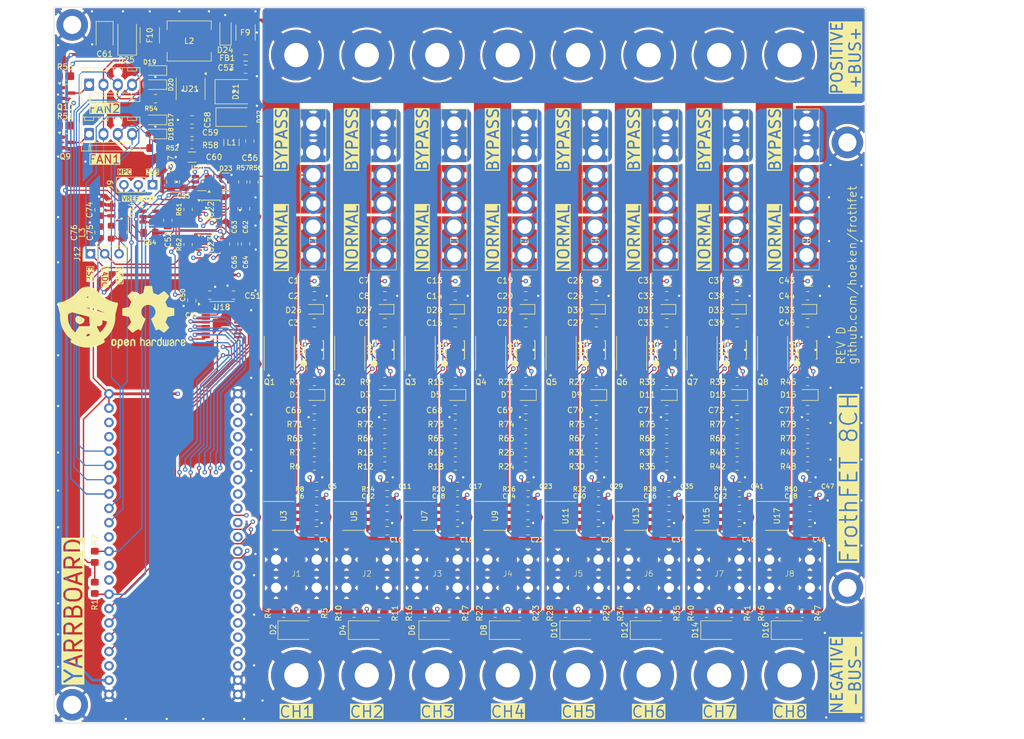
<source format=kicad_pcb>
(kicad_pcb (version 20240108) (generator "pcbnew") (generator_version "8.0")
  (layers (0 "F.Cu" signal) (1 "In1.Cu" signal) (2 "In2.Cu" signal) (31 "B.Cu" signal) (34 "B.Paste" user) (35 "F.Paste" user) (36 "B.SilkS" user "B.Silkscreen") (37 "F.SilkS" user "F.Silkscreen") (38 "B.Mask" user) (39 "F.Mask" user) (44 "Edge.Cuts" user))
  (net 0 "")
  (net 1 "+3.3V")
  (net 2 "FAN_TACH2")
  (net 3 "FAN_PWM2")
  (net 4 "Net-(U3-FILTER)")
  (net 5 "GND")
  (net 6 "Net-(FAN1--)")
  (net 7 "Net-(FAN2--)")
  (net 8 "/CHANNEL 1/CURRENT_ADC")
  (net 9 "FAN_MOSFET1")
  (net 10 "FAN_MOSFET2")
  (net 12 "FAN_TACH1")
  (net 14 "FAN_PWM1")
  (net 15 "/CHANNEL 2/CURRENT_ADC")
  (net 16 "/CHANNEL 3/CURRENT_ADC")
  (net 17 "/CHANNEL 4/CURRENT_ADC")
  (net 18 "/CHANNEL 5/CURRENT_ADC")
  (net 19 "/CHANNEL 6/CURRENT_ADC")
  (net 20 "SDA")
  (net 22 "/CHANNEL 7/CURRENT_ADC")
  (net 23 "SCL")
  (net 24 "+24V")
  (net 25 "Net-(U5-FILTER)")
  (net 26 "Net-(U11-FILTER)")
  (net 27 "Net-(U7-FILTER)")
  (net 28 "/CHANNEL 8/CURRENT_ADC")
  (net 29 "Net-(U9-FILTER)")
  (net 30 "/CHANNEL 1/PWM")
  (net 31 "/CHANNEL 2/PWM")
  (net 32 "/CHANNEL 3/PWM")
  (net 33 "Net-(D10-K)")
  (net 34 "Net-(U13-FILTER)")
  (net 35 "ESP32_5V")
  (net 36 "/CHANNEL 4/PWM")
  (net 37 "/CHANNEL 5/PWM")
  (net 38 "/CHANNEL 6/PWM")
  (net 39 "/CHANNEL 7/PWM")
  (net 40 "SCK")
  (net 41 "MISO")
  (net 42 "MOSI")
  (net 43 "+5V")
  (net 45 "Net-(U15-FILTER)")
  (net 46 "REF_3V3")
  (net 47 "Net-(F9-Pad1)")
  (net 48 "Net-(U17-FILTER)")
  (net 49 "Net-(U5-VIOUT)")
  (net 50 "Net-(U7-VIOUT)")
  (net 51 "+3.3VADC")
  (net 52 "Net-(U9-VIOUT)")
  (net 59 "Net-(J9-Pin_3)")
  (net 61 "Net-(U21-VIN)")
  (net 62 "Net-(C59-Pad2)")
  (net 63 "VOLT1")
  (net 64 "Net-(U3-VIOUT)")
  (net 65 "VOLT2")
  (net 66 "VOLT3")
  (net 67 "VOLT4")
  (net 68 "VOLT5")
  (net 69 "VOLT6")
  (net 70 "VOLT7")
  (net 71 "/CHANNEL 8/PWM")
  (net 72 "VOLT8")
  (net 77 "ADC1_CS")
  (net 78 "Net-(U24-VO)")
  (net 80 "Net-(U21-FB)")
  (net 81 "Net-(Q1-G)")
  (net 82 "Net-(Q2-G)")
  (net 83 "Net-(Q3-G)")
  (net 84 "Net-(Q4-G)")
  (net 85 "Net-(Q5-G)")
  (net 86 "Net-(Q6-G)")
  (net 87 "Net-(Q7-G)")
  (net 88 "Net-(Q8-G)")
  (net 89 "Net-(Q9-G)")
  (net 90 "Net-(Q10-G)")
  (net 91 "Net-(U11-VIOUT)")
  (net 92 "Net-(U13-VIOUT)")
  (net 93 "Net-(U15-VIOUT)")
  (net 94 "Net-(U17-VIOUT)")
  (net 95 "Net-(U22-ALERT{slash}RDY)")
  (net 96 "Net-(U23-ALERT{slash}RDY)")
  (net 99 "Net-(Q1-S)")
  (net 100 "Net-(Q2-S)")
  (net 101 "Net-(Q3-S)")
  (net 102 "Net-(Q4-S)")
  (net 103 "Net-(Q5-S)")
  (net 104 "Net-(Q6-S)")
  (net 105 "Net-(Q7-S)")
  (net 106 "Net-(Q8-S)")
  (net 107 "Net-(Q1-D)")
  (net 108 "Net-(Q2-D)")
  (net 109 "Net-(Q3-D)")
  (net 110 "Net-(Q4-D)")
  (net 111 "Net-(Q5-D)")
  (net 112 "Net-(Q6-D)")
  (net 113 "Net-(Q7-D)")
  (net 114 "Net-(Q8-D)")
  (net 115 "Net-(D21-A2)")
  (net 116 "Net-(D22-K)")
  (net 117 "Net-(D1-A)")
  (net 118 "Net-(D2-K)")
  (net 119 "Net-(D3-A)")
  (net 120 "Net-(D4-K)")
  (net 121 "Net-(D5-A)")
  (net 122 "Net-(D6-K)")
  (net 123 "Net-(D7-A)")
  (net 124 "Net-(D8-K)")
  (net 125 "Net-(D9-A)")
  (net 126 "Net-(D11-A)")
  (net 127 "Net-(D12-K)")
  (net 128 "Net-(D13-A)")
  (net 129 "Net-(D14-K)")
  (net 130 "Net-(D15-A)")
  (net 131 "Net-(D16-K)")
  (net 132 "Net-(D23-COM)")
  (net 133 "Net-(D24-K)")
  (net 134 "Net-(U2-TGUP)")
  (net 135 "Net-(U2-TGDN)")
  (net 136 "Net-(U4-TGUP)")
  (net 137 "Net-(U4-TGDN)")
  (net 138 "Net-(U6-TGUP)")
  (net 139 "Net-(U6-TGDN)")
  (net 140 "Net-(U8-TGUP)")
  (net 141 "Net-(U8-TGDN)")
  (net 142 "Net-(U10-TGUP)")
  (net 143 "Net-(U10-TGDN)")
  (net 144 "Net-(U12-TGUP)")
  (net 145 "Net-(U12-TGDN)")
  (net 146 "Net-(U14-TGUP)")
  (net 147 "Net-(U14-TGDN)")
  (net 148 "Net-(U16-TGUP)")
  (net 149 "Net-(U16-TGDN)")
  (net 158 "Net-(D26-K)")
  (net 159 "Net-(U2-VCCUV)")
  (net 160 "Net-(U4-VCCUV)")
  (net 161 "Net-(U6-VCCUV)")
  (net 162 "Net-(U8-VCCUV)")
  (net 163 "Net-(U10-VCCUV)")
  (net 164 "Net-(U12-VCCUV)")
  (net 165 "Net-(U14-VCCUV)")
  (net 166 "Net-(U16-VCCUV)")
  (net 167 "Net-(C66-Pad2)")
  (net 168 "Net-(C67-Pad2)")
  (net 169 "Net-(C68-Pad2)")
  (net 170 "Net-(C69-Pad2)")
  (net 171 "Net-(C70-Pad2)")
  (net 172 "Net-(C71-Pad2)")
  (net 173 "Net-(C72-Pad2)")
  (net 174 "Net-(C73-Pad2)")
  (net 175 "Net-(D27-K)")
  (net 176 "Net-(D28-K)")
  (net 177 "Net-(D29-K)")
  (net 178 "Net-(D30-K)")
  (net 179 "Net-(D31-K)")
  (net 180 "Net-(D32-K)")
  (net 181 "Net-(D33-K)")
  (net 183 "Net-(J12-Pin_3)")
  (footprint "Resistor_SMD:R_0805_2012Metric_Pad1.20x1.40mm_HandSolder" (layer "F.Cu") (at 146.2 102 180)
    (property "Reference" "R75")
    (property "Value" "10")
  )
  (footprint "yarrboard:T44001" (layer "F.Cu") (at 105.5 128.5 90)
    (property "Reference" "J2")
    (property "Value" "Conn_01x01")
  )
  (footprint "Capacitor_SMD:C_0805_2012Metric_Pad1.18x1.45mm_HandSolder" (layer "F.Cu") (at 121.6 113)
    (property "Reference" "C17")
    (property "Value" "100nF")
  )
  (footprint "yarrboard:ACS7XX" (layer "F.Cu") (at 165.6535 118.238)
    (property "Reference" "U15")
    (property "Value" "ACS725xLCTR-20AU")
  )
  (footprint "yarrboard:MSE_10_ADI" (layer "F.Cu") (at 183.7 88.8 90)
    (property "Reference" "U16")
    (property "Value" "LTC7004EMSE-PBF")
  )
  (footprint "Resistor_SMD:R_0805_2012Metric_Pad1.20x1.40mm_HandSolder" (layer "F.Cu") (at 96.2 107)
    (property "Reference" "R7")
    (property "Value" "0R")
  )
  (footprint "Capacitor_SMD:C_1206_3216Metric_Pad1.33x1.80mm_HandSolder" (layer "F.Cu") (at 146.4 76.6)
    (property "Reference" "C25")
    (property "Value" "10uF/35v")
  )
  (footprint "Resistor_SMD:R_0805_2012Metric_Pad1.20x1.40mm_HandSolder" (layer "F.Cu") (at 121.2 104.6)
    (property "Reference" "R65")
    (property "Value" "0R")
  )
  (footprint "Resistor_SMD:R_0805_2012Metric_Pad1.20x1.40mm_HandSolder" (layer "F.Cu") (at 68 53)
    (property "Reference" "R52")
    (property "Value" "1k")
  )
  (footprint "Resistor_SMD:R_0805_2012Metric_Pad1.20x1.40mm_HandSolder" (layer "F.Cu") (at 121.2 107)
    (property "Reference" "R19")
    (property "Value" "0R")
  )
  (footprint "Capacitor_SMD:C_1206_3216Metric_Pad1.33x1.80mm_HandSolder" (layer "F.Cu") (at 96.4 76.6)
    (property "Reference" "C1")
    (property "Value" "10uF/35v")
  )
  (footprint "Capacitor_SMD:C_0805_2012Metric_Pad1.18x1.45mm_HandSolder" (layer "F.Cu") (at 121.6 120.872)
    (property "Reference" "C16")
    (property "Value" "1nF")
  )
  (footprint "Diode_SMD:D_SOD-323F" (layer "F.Cu") (at 108.7 81.6 180)
    (property "Reference" "D27")
    (property "Value" "BAS416Z")
  )
  (footprint "Capacitor_SMD:C_1206_3216Metric_Pad1.33x1.80mm_HandSolder" (layer "F.Cu") (at 171.4 76.6)
    (property "Reference" "C37")
    (property "Value" "10uF/35v")
  )
  (footprint "yarrboard:MSE_10_ADI" (layer "F.Cu") (at 121.2 88.8 90)
    (property "Reference" "U6")
    (property "Value" "LTC7004EMSE-PBF")
  )
  (footprint "Resistor_SMD:R_0805_2012Metric_Pad1.20x1.40mm_HandSolder" (layer "F.Cu") (at 146.2 109.4)
    (property "Reference" "R30")
    (property "Value" "0R")
  )
  (footprint "Capacitor_SMD:C_0805_2012Metric_Pad1.18x1.45mm_HandSolder" (layer "F.Cu") (at 171.2 79.2)
    (property "Reference" "C38")
    (property "Value" "100nF")
  )
  (footprint "Fuse:Fuse_1812_4532Metric_Pad1.30x3.40mm_HandSolder" (layer "F.Cu") (at 67 33 90)
    (property "Reference" "F10")
    (property "Value" "mSMD110")
  )
  (footprint "Capacitor_SMD:C_0805_2012Metric_Pad1.18x1.45mm_HandSolder" (layer "F.Cu") (at 109.1 118.2)
    (property "Reference" "C12")
    (property "Value" "4.7nF")
  )
  (footprint "yarrboard:ATC Bypass Fuse" (layer "F.Cu") (at 146 60.326 90)
    (property "Reference" "F5")
    (property "Value" "ATC Fuse Bypass")
  )
  (footprint "Resistor_SMD:R_0805_2012Metric_Pad1.20x1.40mm_HandSolder" (layer "F.Cu") (at 96.2 104.6)
    (property "Reference" "R63")
    (property "Value" "0R")
  )
  (footprint "yarrboard:T44001" (layer "F.Cu") (at 143 128.5 90)
    (property "Reference" "J5")
    (property "Value" "Conn_01x01")
  )
  (footprint "Resistor_SMD:R_0805_2012Metric_Pad1.20x1.40mm_HandSolder" (layer "F.Cu") (at 128.25 135.5 180)
    (property "Reference" "R22")
    (property "Value" "300K 0.1%")
  )
  (footprint "Package_SO:TSSOP-20_4.4x6.5mm_P0.65mm" (layer "F.Cu") (at 79.8 83.6)
    (property "Reference" "U18")
    (property "Value" "MCP3564R")
  )
  (footprint "Resistor_SMD:R_0805_2012Metric_Pad1.20x1.40mm_HandSolder" (layer "F.Cu") (at 153.25 135.5 180)
    (property "Reference" "R34")
    (property "Value" "300K 0.1%")
  )
  (footprint "LED_SMD:LED_0805_2012Metric_Pad1.15x1.40mm_HandSolder" (layer "F.Cu") (at 96.2 96.8 180)
    (property "Reference" "D1")
    (property "Value" "LED")
  )
  (footprint "Connector_PinHeader_2.54mm:PinHeader_1x03_P2.54mm_Vertical" (layer "F.Cu") (at 56.475 71.75 90)
    (property "Reference" "J12")
    (property "Value" "Conn_01x03_Pin")
  )
  (footprint "Resistor_SMD:R_0805_2012Metric_Pad1.20x1.40mm_HandSolder" (layer "F.Cu") (at 121.2 94.4 180)
    (property "Reference" "R15")
    (property "Value" "1k")
  )
  (footprint "Inductor_SMD:L_Chilisin_BMRB00060650" (layer "F.Cu") (at 74 34 180)
    (property "Reference" "L2")
    (property "Value" "SMMS0650-680M")
  )
  (footprint "Diode_SMD:D_SOD-323F" (layer "F.Cu") (at 121.2 81.6 180)
    (property "Reference" "D28")
    (property "Value" "BAS416Z")
  )
  (footprint "Capacitor_SMD:C_0805_2012Metric_Pad1.18x1.45mm_HandSolder" (layer "F.Cu") (at 159.1 113)
    (property "Reference" "C35")
    (property "Value" "100nF")
  )
  (footprint "Capacitor_SMD:C_0805_2012Metric_Pad1.18x1.45mm_HandSolder" (layer "F.Cu") (at 133.7 84 180)
    (property "Reference" "C21")
    (property "Value" "100nF")
  )
  (footprint "Capacitor_SMD:C_0805_2012Metric_Pad1.18x1.45mm_HandSolder" (layer "F.Cu") (at 159.1 118.2)
    (property "Reference" "C36")
    (property "Value" "4.7nF")
  )
  (footprint "Resistor_SMD:R_0805_2012Metric_Pad1.20x1.40mm_HandSolder" (layer "F.Cu") (at 108.7 102 180)
    (property "Reference" "R72")
    (property "Value" "10")
  )
  (footprint "Diode_SMD:D_SOD-323F" (layer "F.Cu") (at 183.7 81.6 180)
    (property "Reference" "D33")
    (property "Value" "BAS416Z")
  )
  (footprint "MountingHole:MountingHole_3.2mm_M3_DIN965_Pad" (layer "F.Cu") (at 190.75 52)
    (property "Reference" "H3" (hide yes))
    (property "Value" "MountingHole")
  )
  (footprint "Resistor_SMD:R_0805_2012Metric_Pad1.20x1.40mm_HandSolder" (layer "F.Cu") (at 171.2 109.4)
    (property "Reference" "R42")
    (property "Value" "0R")
  )
  (footprint "Capacitor_SMD:C_0805_2012Metric_Pad1.18x1.45mm_HandSolder" (layer "F.Cu") (at 158.7 99.4)
    (property "Reference" "C71")
    (property "Value" "470nF/50v")
  )
  (footprint "Resistor_SMD:R_0805_2012Metric_Pad1.20x1.40mm_HandSolder" (layer "F.Cu") (at 108.7 104.6)
    (property "Reference" "R64")
    (property "Value" "0R")
  )
  (footprint "Capacitor_SMD:C_0805_2012Metric_Pad1.18x1.45mm_HandSolder" (layer "F.Cu") (at 66.95 68.05)
    (property "Reference" "C54")
    (property "Value" "100nF")
  )
  (footprint "Capacitor_SMD:C_1206_3216Metric_Pad1.33x1.80mm_HandSolder" (layer "F.Cu") (at 74.5 54.6 180)
    (property "Reference" "C60")
    (property "Value" "10uF/35v")
  )
  (footprint "Resistor_SMD:R_0805_2012Metric_Pad1.20x1.40mm_HandSolder" (layer "F.Cu") (at 109.1 115.6 180)
    (property "Reference" "R14")
    (property "Value" "1k")
  )
  (footprint "Package_TO_SOT_SMD:SOT-23-6" (layer "F.Cu") (at 76.25 59 180)
    (property "Reference" "U20")
    (property "Value" "MCP3425A0T-ECH")
  )
  (footprint "Resistor_SMD:R_0805_2012Metric_Pad1.20x1.40mm_HandSolder" (layer "F.Cu") (at 170.25 135.5 180)
    (property "Reference" "R41")
    (property "Value" "22K 0.1%")
  )
  (footprint "yarrboard:Infineon_PG-TDSON-8_6.15x5.15mm" (layer "F.Cu") (at 177.5 89.4 90)
    (property "Reference" "Q8")
    (property "Value" "BSC010N04LS")
  )
  (footprint "Capacitor_SMD:C_0805_2012Metric_Pad1.18x1.45mm_HandSolder" (layer "F.Cu") (at 158.7 79.2)
    (property "Reference" "C32")
    (property "Value" "100nF")
  )
  (footprint "Resistor_SMD:R_0805_2012Metric_Pad1.20x1.40mm_HandSolder" (layer "F.Cu") (at 95.25 135.5 180)
    (property "Reference" "R5")
    (property "Value" "22K 0.1%")
  )
  (footprint "Capacitor_SMD:C_0805_2012Metric_Pad1.18x1.45mm_HandSolder" (layer "F.Cu") (at 81.85 79.075 180)
    (property "Reference" "C51")
    (property "Value" "100nF")
  )
  (footprint "Capacitor_SMD:C_1206_3216Metric_Pad1.33x1.80mm_HandSolder" (layer "F.Cu") (at 108.9 76.6)
    (property "Reference" "C7")
    (property "Value" "10uF/35v")
  )
  (footprint "yarrboard:ATC Bypass Fuse" (layer "F.Cu") (at 133.5 60.326 90)
    (property "Reference" "F4")
    (property "Value" "ATC Fuse Bypass")
  )
  (footprint "Diode_SMD:D_SOD-323F" (layer "F.Cu") (at 146.2 81.6 180)
    (property "Reference" "D30")
    (property "Value" "BAS416Z")
  )
  (footprint "Capacitor_SMD:C_0805_2012Metric_Pad1.18x1.45mm_HandSolder" (layer "F.Cu") (at 134.1 118.2)
    (property "Reference" "C24")
    (property "Value" "4.7nF")
  )
  (footprint "Resistor_SMD:R_0805_2012Metric_Pad1.20x1.40mm_HandSolder" (layer "F.Cu") (at 120.25 135.5 180)
    (property "Reference" "R17")
    (property "Value" "22K 0.1%")
  )
  (footprint "Resistor_SMD:R_0805_2012Metric_Pad1.20x1.40mm_HandSolder" (layer "F.Cu") (at 133.7 107)
    (property "Reference" "R25")
    (property "Value" "0R")
  )
  (footprint "Capacitor_SMD:C_0805_2012Metric_Pad1.18x1.45mm_HandSolder" (layer "F.Cu") (at 96.6 120.872)
    (property "Reference" "C4")
    (property "Value" "1nF")
  )
  (footprint "Inductor_SMD:L_0805_2012Metric_Pad1.05x1.20mm_HandSolder" (layer "F.Cu") (at 60.15 67.9125 90)
    (property "Reference" "L3")
    (property "Value" "15uF")
  )
  (footprint "Resistor_SMD:R_0805_2012Metric_Pad1.20x1.40mm_HandSolder" (layer "F.Cu") (at 182.75 135.5 180)
    (property "Reference" "R47")
    (property "Value" "22K 0.1%")
  )
  (footprint "Resistor_SMD:R_0805_2012Metric_Pad1.20x1.40mm_HandSolder" (layer "F.Cu") (at 158.7 94.4 180)
    (property "Reference" "R33")
    (property "Value" "1k")
  )
  (footprint "Resistor_SMD:R_0805_2012Metric_Pad1.20x1.40mm_HandSolder" (layer "F.Cu") (at 121.2 102 180)
    (property "Reference" "R73")
    (property "Value" "10")
  )
  (footprint "Resistor_SMD:R_0805_2012Metric_Pad1.20x1.40mm_HandSolder" (layer "F.Cu") (at 165.75 135.5 180)
    (property "Reference" "R40")
    (property "Value" "300K 0.1%")
  )
  (footprint "yarrboard:MSE_10_ADI" (layer "F.Cu") (at 171.2 88.8 90)
    (property "Reference" "U14")
    (property "Value" "LTC7004EMSE-PBF")
  )
  (footprint "yarrboard:MSE_10_ADI" (layer "F.Cu") (at 133.7 88.8 90)
    (property "Reference" "U8")
    (property "Value" "LTC7004EMSE-PBF")
  )
  (footprint "Resistor_SMD:R_0805_2012Metric_Pad1.20x1.40mm_HandSolder" (layer "F.Cu") (at 68 44.236)
    (property "Reference" "R54")
    (property "Value" "1k")
  )
  (footprint "yarrboard:Logo Small" (layer "F.Cu") (at 56 83)
    (property "Reference" "REF**" (hide yes))
    (property "Value" "Logo Small" (hide yes))
  )
  (footprint "yarrboard:Waveshare-ESP32-S3-dev-kit" (layer "F.Cu") (at 58.5 155)
    (property "Reference" "U1" (hide yes))
    (property "Value" "ESP32-S3-DEVKITC" (hide yes))
  )
  (footprint "Resistor_SMD:R_0805_2012Metric_Pad1.20x1.40mm_HandSolder" (layer "F.Cu") (at 158.7 109.4)
    (property "Reference" "R36")
    (property "Value" "0R")
  )
  (footprint "Package_TO_SOT_SMD:SOT-23" (layer "F.Cu") (at 61.155 64.0625)
    (property "Reference" "U24")
    (property "Value" "MCP1754S-3302xCB")
  )
  (footprint "Capacitor_SMD:C_0805_2012Metric_Pad1.18x1.45mm_HandSolder" (layer "F.Cu") (at 171.6 120.872)
    (property "Reference" "C40")
    (property "Value" "1nF")
  )
  (footprint "Capacitor_SMD:C_0805_2012Metric_Pad1.18x1.45mm_HandSolder" (layer "F.Cu") (at 84 70 -90)
    (property "Reference" "C64")
    (property "Value" "100nF")
  )
  (footprint "LED_SMD:LED_0805_2012Metric_Pad1.15x1.40mm_HandSolder" (layer "F.Cu") (at 146.2 96.8 180)
    (property "Reference" "D9")
    (property "Value" "LED")
  )
  (footprint "Resistor_SMD:R_0805_2012Metric_Pad1.20x1.40mm_HandSolder" (layer "F.Cu") (at 140.75 135.5 180)
    (property "Reference" "R28")
    (property "Value" "300K 0.1%")
  )
  (footprint "Capacitor_SMD:C_0805_2012Metric_Pad1.18x1.45mm_HandSolder" (layer "F.Cu") (at 134.1 113)
    (property "Reference" "C23")
    (property "Value" "100nF")
  )
  (footprint "yarrboard:ACS7XX" (layer "F.Cu") (at 140.6535 118.238)
    (property "Reference" "U11")
    (property "Value" "ACS725xLCTR-20AU")
  )
  (footprint "Capacitor_SMD:C_0805_2012Metric_Pad1.18x1.45mm_HandSolder" (layer "F.Cu") (at 121.2 79.2)
    (property "Reference" "C14")
    (property "Value" "100nF")
  )
  (footprint "Diode_SMD:D_SMA" (layer "F.Cu") (at 93.25 138.5)
    (property "Reference" "D2")
    (property "Value" "SS54")
  )
  (footprint "Capacitor_SMD:C_0805_2012Metric_Pad1.18x1.45mm_HandSolder" (layer "F.Cu") (at 146.2 99.4)
    (property "Reference" "C70")
    (property "Value" "470nF/50v")
  )
  (footprint "Capacitor_SMD:C_0805_2012Metric_Pad1.18x1.45mm_HandSolder" (layer "F.Cu") (at 74.5 50.182 180)
    (property "Reference" "C59")
    (property "Value" "4.7uF/50v")
  )
  (footprint "Capacitor_SMD:C_0805_2012Metric_Pad1.18x1.45mm_HandSolder" (layer "F.Cu") (at 108.7 79.2)
    (property "Reference" "C8")
    (property "Value" "100nF")
  )
  (footprint "Resistor_SMD:R_0805_2012Metric_Pad1.20x1.40mm_HandSolder" (layer "F.Cu") (at 183.7 109.4)
    (property "Reference" "R48")
    (property "Value" "0R")
  )
  (footprint "Resistor_SMD:R_0805_2012Metric_Pad1.20x1.40mm_HandSolder" (layer "F.Cu") (at 178.25 135.5 180)
    (property "Reference" "R46")
    (property "Value" "300K 0.1%")
  )
  (footprint "yarrboard:ACS7XX" (layer "F.Cu") (at 153.1535 118.238)
    (property "Reference" "U13")
    (property "Value" "ACS725xLCTR-20AU")
  )
  (footprint "Package_TO_SOT_SMD:SOT-23" (layer "F.Cu") (at 52.164 43.236)
    (property "Reference" "Q10")
    (property "Value" "2N7002")
  )
  (footprint "Capacitor_SMD:C_0805_2012Metric_Pad1.18x1.45mm_HandSolder" (layer "F.Cu") (at 121.6 118.2)
    (property "Reference" "C18")
    (property "Value" "4.7nF")
  )
  (footprint "Capacitor_SMD:C_0805_2012Metric_Pad1.18x1.45mm_HandSolder" (layer "F.Cu") (at 121.2 99.4)
    (property "Reference" "C68")
    (property "Value" "470nF/50v")
  )
  (footprint "LED_SMD:LED_0805_2012Metric_Pad1.15x1.40mm_HandSolder" (layer "F.Cu") (at 158.7 96.8 180)
    (property "Reference" "D11")
    (property "Value" "LED")
  )
  (footprint "Resistor_SMD:R_0805_2012Metric_Pad1.20x1.40mm_HandSolder" (layer "F.Cu") (at 83.5 59 -90)
    (property "Reference" "R57")
    (property "Value" "22K 0.1%")
  )
  (footprint "Resistor_SMD:R_0805_2012Metric_Pad1.20x1.40mm_HandSolder" (layer "F.Cu") (at 183.7 102 180)
    (property "Reference" "R78")
    (property "Value" "10")
  )
  (footprint "yarrboard:ATC Bypass Fuse" (layer "F.Cu") (at 171 60.326 90)
    (property "Reference" "F7")
    (property "Value" "ATC Fuse Bypass")
  )
  (footprint "Capacitor_SMD:C_0805_2012Metric_Pad1.18x1.45mm_HandSolder" (layer "F.Cu") (at 133.7 79.2)
    (property "Reference" "C20")
    (property "Value" "100nF")
  )
  (footprint "Symbol:OSHW-Logo2_14.6x12mm_SilkScreen" (layer "F.Cu") (at 66.75 83)
    (property "Reference" "LOGO1" (hide yes))
    (property "Value" "Logo_Open_Hardware_Small" (hide yes))
  )
  (footprint "Capacitor_SMD:C_0805_2012Metric_Pad1.18x1.45mm_HandSolder" (layer "F.Cu") (at 184.1 120.872)
    (property "Reference" "C46")
    (property "Value" "1nF")
  )
  (footprint "Capacitor_SMD:C_0805_2012Metric_Pad1.18x1.45mm_HandSolder" (layer "F.Cu") (at 184.1 118.2)
    (property "Reference" "C48")
    (property "Value" "4.7nF")
  )
  (footprint "Resistor_SMD:R_0805_2012Metric_Pad1.20x1.40mm_HandSolder" (layer "F.Cu") (at 146.6 115.6 180)
    (property "Reference" "R32")
    (property "Value" "1k")
  )
  (footprint "Capacitor_SMD:C_0805_2012Metric_Pad1.18x1.45mm_HandSolder" (layer "F.Cu") (at 121.2 84 180)
    (property "Reference" "C15")
    (property "Value" "100nF")
  )
  (footprint "Resistor_SMD:R_0805_2012Metric_Pad1.20x1.40mm_HandSolder" (layer "F.Cu") (at 57.25 131 90)
    (property "Reference" "R1")
    (property "Value" "2.2k")
  )
  (footprint "Resistor_SMD:R_0805_2012Metric_Pad1.20x1.40mm_HandSolder" (layer "F.Cu") (at 52 40.236)
    (property "Reference" "R53")
    (property "Value" "1k")
  )
  (footprint "Diode_SMD:D_SOD-323F" (layer "F.Cu") (at 133.7 81.6 180)
    (property "Reference" "D29")
    (property "Value" "BAS416Z")
  )
  (footprint "Diode_SMD:D_SOD-323F" (layer "F.Cu") (at 96.2 81.6 180)
    (property "Reference" "D26")
    (property "Value" "BAS416Z")
  )
  (footprint "Resistor_SMD:R_0805_2012Metric_Pad1.20x1.40mm_HandSolder" (layer "F.Cu") (at 96.6 115.6 180)
    (property "Reference" "R8")
    (property "Value" "1k")
  )
  (footprint "yarrboard:ACS7XX" (layer "F.Cu") (at 115.6535 118.238)
    (property "Reference" "U7")
    (property "Value" "ACS725xLCTR-20AU")
  )
  (footprint "Capacitor_SMD:C_0805_2012Metric_Pad1.18x1.45mm_HandSolder" (layer "F.Cu") (at 184.1 113)
    (property "Reference" "C47")
    (property "Value" "100nF")
  )
  (footprint "Capacitor_SMD:C_0805_2012Metric_Pad1.18x1.45mm_HandSolder" (layer "F.Cu") (at 84 63.78 -90)
    (property "Reference" "C62")
    (property "Value" "100nF")
  )
  (footprint "Capacitor_SMD:C_0805_2012Metric_Pad1.18x1.45mm_HandSolder" (layer "F.Cu") (at 58 67.9625 90)
    (property "Reference" "C76")
    (property "Value" "100nF")
  )
  (footprint "Diode_SMD:D_SMA" (layer "F.Cu") (at 118.25 138.5)
    (property "Reference" "D6")
    (property "Value" "SS54")
  )
  (footprint "Capacitor_SMD:C_0805_2012Metric_Pad1.18x1.45mm_HandSolder" (layer "F.Cu") (at 84 39 180)
    (property "Reference" "C53")
    (property "Value" "10nF")
  )
  (footprint "Inductor_SMD:L_1210_3225Metric" (layer "F.Cu") (at 81.5 52 -90)
    (property "Reference" "L1")
    (property "Value" "CBC3225T100KR")
  )
  (footprint "Fuse:Fuse_1812_4532Metric_Pad1.30x3.40mm_HandSolder" (layer "F.Cu") (at 84 32.5 90)
    (property "Reference" "F9")
    (property "Value" "mSMD050-60V")
  )
  (footprint "Resistor_SMD:R_0805_2012Metric_Pad1.20x1.40mm_HandSolder" (layer "F.Cu") (at 146.2 107)
    (property "Reference" "R31")
    (property "Value" "0R")
  )
  (footprint "Capacitor_SMD:C_0805_2012Metric_Pad1.18x1.45mm_HandSolder" (layer "F.Cu") (at 159.1 120.872)
    (property "Reference" "C34")
    (property "Value" "1nF")
  )
  (footprint "yarrboard:MSE_10_ADI" (layer "F.Cu") (at 146.2 88.8 90)
    (property "Reference" "U10")
    (property "Value" "LTC7004EMSE-PBF")
  )
  (footprint "MountingHole:MountingHole_3.2mm_M3_DIN965_Pad" (layer "F.Cu") (at 190.75 131)
    (property "Reference" "H4" (hide yes))
    (property "Value" "MountingHole")
  )
  (footprint "Capacitor_SMD:C_1206_3216Metric_Pad1.33x1.80mm_HandSolder" (layer "F.Cu") (at 133.9 76.6)
    (property "Reference" "C19")
    (property "Value" "10uF/35v")
  )
  (footprint "Resistor_SMD:R_0805_2012Metric_Pad1.20x1.40mm_HandSolder" (layer "F.Cu") (at 108.7 109.4)
    (property "Reference" "R12")
    (property "Value" "0R")
  )
  (footprint "Capacitor_SMD:C_0805_2012Metric_Pad1.18x1.45mm_HandSolder" (layer "F.Cu") (at 70.2 65.8 -90)
    (property "Reference" "C52")
    (property "Value" "100nF")
  )
  (footprint "Package_TO_SOT_SMD:SOT-23" (layer "F.Cu") (at 52.164 52)
    (property "Reference" "Q9")
    (property "Value" "2N7002")
  )
  (footprint "Package_SO:SOIC-8_3.9x4.9mm_P1.27mm" (layer "F.Cu") (at 74.25 42.5 -90)
    (property "Reference" "U21")
    (property "Value" "XL1509-5.0")
  )
  (footprint "yarrboard:ATC Bypass Fuse" (layer "F.Cu") (at 158.5 60.326 90)
    (property "Reference" "F6")
    (property "Value" "ATC Fuse Bypass")
  )
  (footprint "Capacitor_SMD:C_0805_2012Metric_Pad1.18x1.45mm_HandSolder" (layer "F.Cu") (at 183.7 99.4)
    (property "Reference" "C73")
    (property "Value" "470nF/50v")
  )
  (footprint "Diode_SMD:D_SOD-123" (layer "F.Cu") (at 80.444 32.371 90)
    (property "Reference" "D24")
    (property "Value" "DSK24")
  )
  (footprint "Capacitor_SMD:C_0805_2012Metric_Pad1.18x1.45mm_HandSolder" (layer "F.Cu") (at 171.6 113)
    (property "Reference" "C41")
    (property "Value" "100nF")
  )
  (footprint "Resistor_SMD:R_0805_2012Metric_Pad1.20x1.40mm_HandSolder" (layer "F.Cu") (at 133.7 104.6)
    (property "Reference" "R66")
    (property "Value" "0R")
  )
  (footprint "Diode_SMD:D_SMA" (layer "F.Cu") (at 155.75 138.5)
    (property "Reference" "D12")
    (property "Value" "SS54")
  )
  (footprint "Capacitor_SMD:C_0805_2012Metric_Pad1.18x1.45mm_HandSolder" (layer "F.Cu") (at 96.6 118.2)
    (property "Reference" "C6")
    (property "Value" "4.7nF")
  )
  (footprint "Resistor_SMD:R_0805_2012Metric_Pad1.20x1.40mm_HandSolder" (layer "F.Cu") (at 73.8 63.88 -90)
    (property "Reference" "R61")
    (property "Value" "10k")
  )
  (footprint "Resistor_SMD:R_0805_2012Metric_Pad1.20x1.40mm_HandSolder" (layer "F.Cu") (at 133.7 94.4 180)
    (property "Reference" "R21")
    (property "Value" "1k")
  )
  (footprint "Resistor_SMD:R_0805_2012Metric_Pad1.20x1.40mm_HandSolder" (layer "F.Cu") (at 121.6 115.6 180)
    (property "Reference" "R20")
    (property "Value" "1k")
  )
  (footprint "Diode_SMD:D_SMA" (layer "F.Cu") (at 130.75 138.5)
    (property "Reference" "D8")
    (property "Value" "SS54")
  )
  (footprint "yarrboard:Infineon_PG-TDSON-8_6.15x5.15mm" (layer "F.Cu") (at 102.5 89.4 90)
    (property "Reference" "Q2")
    (property "Value" "BSC010N04LS")
  )
  (footprint "Capacitor_SMD:C_0805_2012Metric_Pad1.18x1.45mm_HandSolder" (layer "F.Cu") (at 96.2 84 180)
    (property "Reference" "C3")
    (property "Value" "100nF")
  )
  (footprint "yarrboard:Infineon_PG-TDSON-8_6.15x5.15mm" (layer "F.Cu") (at 152.5 89.4 90)
    (property "Reference" "Q6")
    (property "Value" "BSC010N04LS")
  )
  (footprint "yarrboard:T44001" (layer "F.Cu") (at 118 128.5 90)
    (property "Reference" "J3")
    (property "Value" "Conn_01x01")
  )
  (footprint "Capacitor_SMD:C_0805_2012Metric_Pad1.18x1.45mm_HandSolder" (layer "F.Cu") (at 81.9 63.78 -90)
    (property "Reference" "C63")
    (property "Value" "10uF")
  )
  (footprint "Capacitor_SMD:C_0805_2012Metric_Pad1.18x1.45mm_HandSolder" (layer "F.Cu") (at 108.7 99.4)
    (property "Reference" "C67")
    (property "Value" "470nF/50v")
  )
  (footprint "Resistor_SMD:R_0805_2012Metric_Pad1.20x1.40mm_HandSolder" (layer "F.Cu") (at 107.75 135.5 180)
    (property "Reference" "R11")
    (property "Value" "22K 0.1%")
  )
  (footprint "Capacitor_SMD:C_0805_2012Metric_Pad1.18x1.45mm_HandSolder" (layer "F.Cu") (at 81.9 70 -90)
    (property "Reference" "C65")
    (property "Value" "10uF")
  )
  (footprint "Capacitor_SMD:C_1206_3216Metric_Pad1.33x1.80mm_HandSolder" (layer "F.Cu") (at 121.4 76.6)
    (property "Reference" "C13")
    (property "Value" "10uF/35v")
  )
  (footprint "Resistor_SMD:R_0805_2012Metric_Pad1.20x1.40mm_HandSolder" (layer "F.Cu") (at 108.7 94.4 180)
    (property "Reference" "R9")
    (property "Value" "1k")
  )
  (footprint "Capacitor_SMD:C_0805_2012Metric_Pad1.18x1.45mm_HandSolder" (layer "F.Cu") (at 58 63.9625 90)
    (property "Reference" "C74")
    (property "Value" "1uF")
  )
  (footprint "yarrboard:ATC Bypass Fuse" (layer "F.Cu") (at 96 60.326 90)
    (property "Reference" "F1")
    (property "Value" "ATC Fuse Bypass")
  )
  (footprint "yarrboard:ATC Bypass Fuse" (layer "F.Cu") (at 121 60.326 90)
    (property "Reference" "F3")
    (property "Value" "ATC Fuse Bypass")
  )
  (footprint "Diode_SMD:D_SOD-323_HandSoldering" (layer "F.Cu") (at 68 48 180)
    (property "Reference" "D17")
    (property "Value" "PESD3V3L1BA")
  )
  (footprint "Capacitor_SMD:C_0805_2012Metric_Pad1.18x1.45mm_HandSolder" (layer "F.Cu") (at 158.7 84 180)
    (property "Reference" "C33")
    (property "Value" "100nF")
  )
  (footprint "yarrboard:MSE_10_ADI" (layer "F.Cu") (at 96.2 88.8 90)
    (property "Reference" "U2")
    (property "Value" "LTC7004EMSE-PBF")
  )
  (footprint "Capacitor_SMD:C_0805_2012Metric_Pad1.18x1.45mm_HandSolder" (layer "F.Cu") (at 171.2 99.4)
    (property "Reference" "C72")
    (property "Value" "470nF/50v")
  )
  (footprint "Capacitor_SMD:C_0805_2012Metric_Pad1.18x1.45mm_HandSolder" (layer "F.Cu") (at 146.6 120.872)
    (property "Reference" "C28")
    (property "Value" "1nF")
  )
  (footprint "MountingHole:MountingHole_3.2mm_M3_DIN965_Pad" (layer "F.Cu") (at 53.25 31.15)
    (property "Reference" "H2" (hide yes))
    (property "Value" "MountingHole")
  )
  (footprint "Capacitor_SMD:C_0805_2012Metric_Pad1.18x1.45mm_HandSolder" (layer "F.Cu") (at 146.2 79.2)
    (property "Reference" "C26")
    (property "Value" "100nF")
  )
  (footprint "Diode_SMD:D_SMA" (layer "F.Cu") (at 143.25 138.5)
    (property "Reference" "D10")
    (property "Value" "SS54")
  )
  (footprint "Capacitor_SMD:C_0805_2012Metric_Pad1.18x1.45mm_HandSolder" (layer "F.Cu") (at 108.7 84 180)
    (property "Reference" "C9")
    (property "Value" "100nF")
  )
  (footprint "yarrboard:T44001" (layer "F.Cu") (at 168 128.5 90)
    (property "Reference" "J7")
    (property "Value" "Conn_01x01")
  )
  (footprint "Package_SO:TSSOP-10_3x3mm_P0.5mm" (layer "F.Cu") (at 77.85 70.08)
    (property "Reference" "U23")
    (property "Value" "ADS1015IDGS")
  )
  (footprint "yarrboard:MSE_10_ADI" (layer "F.Cu") (at 108.7 88.8 90)
    (property "Reference" "U4")
    (property "Value" "LTC7004EMSE-PBF")
  )
  (footprint "Inductor_SMD:L_0805_2012Metric" (layer "F.Cu") (at 84 37)
    (property "Reference" "FB1")
    (property "Value" "GZ2012D601TF")
  )
  (footprint "yarrboard:Infineon_PG-TDSON-8_6.15x5.15mm" (layer "F.Cu") (at 165 89.4 90)
    (property "Reference" "Q7")
    (property "Value" "BSC010N04LS")
  )
  (footprint "yarrboard:ACS7XX" (layer "F.Cu") (at 103.1535 118.238)
    (property "Reference" "U5")
    (property "Value" "ACS725xLCTR-20AU")
  )
  (footprint "Resistor_SMD:R_0805_2012Metric_Pad1.20x1.40mm_HandSolder" (layer "F.Cu") (at 183.7 107)
    (property "Reference" "R49")
    (property "Value" "0R")
  )
  (footprint "Resistor_SMD:R_0805_2012Metric_Pad1.20x1.40mm_HandSolder" (layer "F.Cu") (at 146.2 104.6)
    (property "Reference" "R67")
    (property "Value" "0R")
  )
  (footprint "Capacitor_SMD:C_0805_2012Metric_Pad1.18x1.45mm_HandSolder" (layer "F.Cu") (at 171.6 118.2)
    (property "Reference" "C42")
    (property "Value" "4.7nF")
  )
  (footprint "Package_SO:TSSOP-10_3x3mm_P0.5mm" (layer "F.Cu") (at 77.85 63.86)
    (property "Reference" "U22")
    (property "Value" "ADS1015IDGS")
  )
  (footprint "Resistor_SMD:R_0805_2012Metric_Pad1.20x1.40mm_HandSolder" (layer "F.Cu") (at 183.7 104.6)
    (property "Reference" "R70")
    (property "Value" "0R")
  )
  (footprint "Resistor_SMD:R_0805_2012Metric_Pad1.20x1.40mm_HandSolder" (layer "F.Cu") (at 115.75 135.5 180)
    (property "Reference" "R16")
    (property "Value" "300K 0.1%")
  )
  (footprint "yarrboard:ACS7XX" (layer "F.Cu") (at 178.1535 118.238)
    (property "Reference" "U17")
    (property "Value" "ACS725xLCTR-20AU")
  )
  (footprint "LED_SMD:LED_0805_2012Metric_Pad1.15x1.40mm_HandSolder" (layer "F.Cu") (at 108.7 96.8 180)
    (property "Reference" "D3")
    (property "Value" "LED")
  )
  (footprint "Diode_SMD:D_SMA" (layer "F.Cu") (at 82.25 47.5)
    (property "Reference" "D22")
    (property "Value" "SS34")
  )
  (footprint "Resistor_SMD:R_0805_2012Metric_Pad1.20x1.40mm_HandSolder" (layer "F.Cu") (at 184.1 115.6 180)
    (property "Reference" "R50")
    (property "Value" "1k")
  )
  (footprint "Capacitor_SMD:C_1206_3216Metric_Pad1.33x1.80mm_HandSolder" (layer "F.Cu") (at 183.9 76.6)
    (property "Reference" "C43")
    (property "Value" "10uF/35v")
  )
  (footprint "yarrboard:T44001" (layer "F.Cu") (at 130.5 128.5 90)
    (property "Reference" "J4")
    (property "Value" "Conn_01x01")
  )
  (footprint "Capacitor_SMD:C_0805_2012Metric_Pad1.18x1.45mm_HandSolder" (layer "F.Cu") (at 134.1 120.872)
    (property "Reference" "C22")
    (property "Value" "1nF")
  )
  (footprint "yarrboard:ATC Bypass Fuse" (layer "F.Cu") (at 183.5 60.326 90)
    (property "Reference" "F8")
    (property "Value" "ATC Fuse Bypass")
  )
  (footprint "Resistor_SMD:R_0805_2012Metric_Pad1.20x1.40mm_HandSolder" (layer "F.Cu") (at 146.2 94.4 180)
    (property "Reference" "R27")
    (property "Value" "1k")
  )
  (footprint "Resistor_SMD:R_0805_2012Metric_Pad1.20x1.40mm_HandSolder" (layer "F.Cu") (at 159.1 115.6 180)
    (property "Reference" "R38")
    (property "Value" "1k")
  )
  (footprint "Resistor_SMD:R_0805_2012Metric_Pad1.20x1.40mm_HandSolder" (layer "F.Cu") (at 133.7 109.4)
    (property "Reference" "R24")
    (property "Value" "0R")
  )
  (footprint "Resistor_SMD:R_0805_2012Metric_Pad1.20x1.40mm_HandSolder" (layer "F.Cu") (at 103.25 135.5 180)
    (property "Reference" "R10")
    (property "Value" "300K 0.1%")
  )
  (footprint "Resistor_SMD:R_0805_2012Metric_Pad1.20x1.40mm_HandSolder" (layer "F.Cu") (at 171.6 115.6 180)
    (property "Reference" "R44")
    (property "Value" "1k")
  )
  (footprint "LED_SMD:LED_0805_2012Metric_Pad1.15x1.40mm_HandSolder" (layer "F.Cu") (at 183.7 96.8 180)
    (property "Reference" "D15")
    (property "Value" "LED")
  )
  (footprint "Capacitor_SMD:C_0805_2012Metric_Pad1.18x1.45mm_HandSolder" (layer "F.Cu") (at 109.1 120.872)
    (property "Reference" "C10")
    (property "Value" "1nF")
  )
  (footprint "Diode_SMD:D_SMA" (layer "F.Cu") (at 168.25 138.5)
    (property "Reference" "D14")
    (property "Value" "SS54")
  )
  (footprint "yarrboard:ACS7XX" (layer "F.Cu") (at 128.1535 118.238)
    (property "Reference" "U9")
    (property "Value" "ACS725xLCTR-20AU")
  )
  (footprint "yarrboard:ACS7XX" (layer "F.Cu") (at 90.6535 118.238)
    (property "Reference" "U3")
    (property "Value" "ACS725xLCTR-20AU")
  )
  (footprint "Capacitor_SMD:C_0805_2012Metric_Pad1.18x1.45mm_HandSolder" (layer "F.Cu") (at 70.75 59 -90)
    (property "Reference" "C57")
    (property "Value" "100nF")
  )
  (footprint "Resistor_SMD:R_0805_2012Metric_Pad1.20x1.40mm_HandSolder" (layer "F.Cu") (at 57.25 125.5 -90)
    (property "Reference" "R2")
    (property "Value" "2.2k")
  )
  (footprint "Resistor_SMD:R_0805_2012Metric_Pad1.20x1.40mm_HandSolder" (layer "F.Cu") (at 74.5 52.341 180)
    (property "Reference" "R58")
    (property "Value" "4.7R")
  )
  (footprint "Capacitor_SMD:C_0805_2012Metric_Pad1.18x1.45mm_HandSolder" (layer "F.Cu") (at 183.7 79.2)
    (property "Reference" "C44")
    (property "Value" "100nF")
  )
  (footprint "Resistor_SMD:R_0805_2012Metric_Pad1.20x1.40mm_HandSolder" (layer "F.Cu") (at 158.7 104.6)
    (property "Reference" "R68")
    (property "Value" "0R")
  )
  (footprint "MountingHole:MountingHole_3.2mm_M3_DIN965_Pad" (layer "F.Cu") (at 53.25 151.75)
    (property "Reference" "H1" (hide yes))
    (property "Value" "MountingHole")
  )
  (footprint "Capacitor_SMD:C_0805_2012Metric_Pad1.18x1.45mm_HandSolder" (layer "F.Cu") (at 62.2 67.9625 90)
    (property "Reference" "C75")
    (property "Value" "100nF")
  )
  (footprint "LED_SMD:LED_0805_2012Metric_Pad1.15x1.40mm_HandSolder" (layer "F.Cu") (at 121.2 96.8 180)
    (property "Reference" "D5")
    (property "Value" "LED")
  )
  (footprint "Diode_SMD:D_SOD-323_HandSoldering" (layer "F.Cu") (at 68 41.736 180)
    (property "Reference" "D20")
    (property "Value" "PESD3V3L1BA")
  )
  (footprint "Capacitor_SMD:C_0805_2012Metric_Pad1.18x1.45mm_HandSolder" (layer "F.Cu") (at 96.6 113)
    (property "Reference" "C5")
    (property "Value" "100nF")
  )
  (footprint "yarrboard:Infineon_PG-TDSON-8_6.15x5.15mm" (layer "F.Cu") (at 90 89.4 90)
    (property "Reference" "Q1")
    (property "Value" "BSC010N04LS")
  )
  (footprint "Resistor_SMD:R_0805_2012Metric_Pad1.20x1.40mm_HandSolder" (layer "F.Cu") (at 96.2 109.4)
    (property "Reference" "R6")
    (property "Value" "0R")
  )
  (footprint "Resistor_SMD:R_0805_2012Metric_Pad1.20x1.40mm_HandSolder" (layer "F.Cu") (at 52 49)
    (property "Reference" "R51")
    (property "Value" "1k")
  )
  (footprint "Capacitor_SMD:C_0805_2012Metric_Pad1.18x1.45mm_HandSolder" (layer "F.Cu") (at 146.2 84 180)
    (property "Reference" "C27")
    (property "Value" "100nF")
  )
  (footprint "Diode_SMD:D_SOD-323_HandSoldering" (layer "F.Cu") (at 68 39.236 180)
    (property "Reference" "D19")
    (property "Value" "PESD3V3L1BA")
  )
  (footprint "Capacitor_SMD:C_0805_2012Metric_Pad1.18x1.45mm_HandSolder" (layer "F.Cu") (at 146.6 113)
    (property "Reference" "C29")
    (property "Value" "100nF")
  )
  (footprint "Resistor_SMD:R_0805_2012Metric_Pad1.20x1.40mm_HandSolder" (layer "F.Cu") (at 158.7 102 180)
    (property "Reference" "R76")
    (property "Value" "10")
  )
  (footprint "Resistor_SMD:R_0805_2012Metric_Pad1.20x1.40mm_HandSolder" (layer "F.Cu") (at 134.1 115.6 180)
    (property "Reference" "R26")
    (property "Value" "1k")
  )
  (footprint "Resistor_SMD:R_0805_2012Metric_Pad1.20x1.40mm_HandSolder" (layer "F.Cu") (at 157.75 135.5 180)
    (property "Reference" "R35")
    (property "Value" "22K 0.1%")
  )
  (footprint "Resistor_SMD:R_0805_2012Metric_Pad1.20x1.40mm_HandSolder" (layer "F.Cu") (at 158.7 107)
    (property "Reference" "R37")
    (property "Value" "0R")
  )
  (footprint "Package_TO_SOT_SMD:SOT-23-6" (layer "F.Cu") (at 66.95 65.15)
    (property "Reference" "U19" (hide yes))
    (property "Value" "MCP1502-33")
  )
  (footprint "Capacitor_SMD:C_1206_3216Metric_Pad1.33x1.80mm_HandSolder" (layer "F.Cu") (at 158.9 76.6)
    (property "Reference" "C31")
    (property "Value" "10uF/35v")
  )
  (footprint "Resistor_SMD:R_0805_2012Metric_Pad1.20x1.40mm_HandSolder" (layer "F.Cu") (at 171.2 94.4 180)
    (property "Reference" "R39")
    (property "Value" "1k")
  )
  (footprint "Resistor_SMD:R_0805_2012Metric_Pad1.20x1.40mm_HandSolder" (layer "F.Cu") (at 85.5 59 90)
    (property "Reference" "R56")
    (property "Value" "300K 0.1%")
  )
  (footprint "LED_SMD:LED_0805_2012Metric_Pad1.15x1.40mm_HandSolder" (layer "F.Cu") (at 133.7 96.8 180)
    (property "Reference" "D7")
    (property "Value" "LED")
  )
  (footprint "yarrboard:Infineon_PG-TDSON-8_6.15x5.15mm" (layer "F.Cu") (at 127.5 89.4 90)
    (property "Reference" "Q4")
    (property "Value" "BSC010N04LS")
  )
  (footprint "Resistor_SMD:R_0805_2012Metric_Pad1.20x1.40mm_HandSolder" (layer "F.Cu") (at 133.7 102 180)
    (property "Reference" "R74")
    (property "Value" "10")
  )
  (footprint "yarrboard:MSE_10_ADI" (layer "F.Cu") (at 158.7 88.8 90)
    (property "Reference" "U12")
    (property "Value" "LTC7004EMSE-PBF")
  )
  (footprint "Capacitor_SMD:C_0805_2012Metric_Pad1.18x1.45mm_HandSolder" (layer "F.Cu") (at 133.7 99.4)
    (property "Reference" "C69")
    (property "Value" "470nF/50v")
  )
  (footprint "yarrboard:T44001" (layer "F.Cu") (at 180.5 128.5 90)
    (property "Reference" "J8")
    (property "Value" "Conn_01x01")
  )
  (footprint "Diode_SMD:D_SMA" (layer "F.Cu") (at 105.75 138.5)
    (property "Reference" "D4")
    (property "Value" "SS54")
  )
  (footprint "Capacitor_SMD:C_0805_2012Metric_Pad1.18x1.45mm_HandSolder" (layer "F.Cu") (at 84.75 51.75 -90)
    (property "Reference" "C56")
    (property "Value" "470nF/50v")
  )
  (footprint "Diode_SMD:D_SOD-323F" (layer "F.Cu") (at 171.2 81.6 180)
    (property "Reference" "D32")
    (property "Value" "BAS416Z")
  )
  (footprint "Resistor_SMD:R_0805_2012Metric_Pad1.20x1.40mm_HandSolder" (layer "F.Cu") (at 96.2 102 180)
    (property "Reference" "R71")
    (property "Value" "10")
  )
  (footprint "Resistor_SMD:R_0805_2012Metric_Pad1.20x1.40mm_HandSolder" (layer "F.Cu") (at 96.2 94.4 180)
    (property "Reference" "R3")
    (property "Value" "1k")
  )
  (footprint "yarrboard:T44001" (layer "F.Cu") (at 93 128.5 90)
    (property "Reference" "J1")
    (property "Value" "Conn_01x01")
  )
  (footprint "Resistor_SMD:R_0805_2012Metric_Pad1.20x1.40mm_HandSolder" (layer "F.Cu") (at 132.75 135.5 180)
    (property "Reference" "R23")
    (property "Value" "22K 0.1%")
  )
  (footprint "yarrboard:Molex 0470531000" (layer "F.Cu") (at 56.253 50.52)
    (property "Reference" "FAN1")
    (property "Value" "Fan_4pin")
  )
  (footprint "Diode_SMD:D_SMA" (layer "F.Cu") (at 180.75 138.5)
    (property "Reference" "D16")
    (property "Value" "SS54")
  )
  (footprint "Resistor_SMD:R_0805_2012Metric_Pad1.20x1.40mm_HandSolder" (layer "F.Cu") (at 108.7 107)
    (property "Reference" "R13")
    (property "Value" "0R")
  )
  (footprint "Resistor_SMD:R_0805_2012Metric_Pad1.20x1.40mm_HandSolder" (layer "F.Cu") (at 73.8 70.1 -90)
    (property "Reference" "R62")
    (property "Value" "10k")
  )
  (footprint "Capacitor_SMD:C_0805_2012Metric_Pad1.18x1.45mm_HandSolder" (layer "F.Cu") (at 74.4625 80.025 -90)
    (property "Reference" "C49")
    (property "Value" "10uF")
  )
  (footprint "Capacitor_SMD:C_0805_2012Metric_Pad1.18x1.45mm_HandSolder" (layer "F.Cu") (at 109.1 113)
    (property "Reference" "C11")
    (property "Value" "100nF")
  )
  (footprint "yarrboard:T44001" (layer "F.Cu") (at 155.5 128.5 90)
    (property "Reference" "J6")
    (property "Value" "Conn_01x01")
  )
  (footprint "Capacitor_SMD:C_0805_2012Metric_Pad1.18x1.45mm_HandSolder" (layer "F.Cu") (at 77.6625 79.075)
    (property "Reference" "C50")
    (property "Value" "100nF")
  )
  (footprint "Capacitor_SMD:C_0805_2012Metric_Pad1.18x1.45mm_HandSolder" (layer "F.Cu") (at 146.6 118.2)
    (property "Reference" "C30")
    (property "Value" "4.7nF")
  )
  (footprint "yarrboard:Molex 0470531000" (layer "F.Cu") (at 56.253 41.756)
    (property "Reference" "FAN2")
    (property "Value" "Fan_4pin")
  )
  (footprint "Capacitor_SMD:C_0805_2012Metric_Pad1.18x1.45mm_HandSolder" (layer "F.Cu") (at 171.2 84 180)
    (property "Reference" "C39")
    (property "Value" "100nF")
  )
  (footprint "yarrboard:ATC Bypass Fuse" (layer "F.Cu") (at 108.5 60.326 90)
    (property "Reference" "F2")
    (property "Value" "ATC Fuse Bypass")
  )
  (footprint "Resistor_SMD:R_0805_2012Metric_Pad1.20x1.40mm_HandSolder" (layer "F.Cu") (at 171.2 104.6)
    (property "Reference" "R69")
    (property "Value" "0R")
  )
  (footprint "Capacitor_Tantalum_SMD:CP_EIA-3528-21_Kemet-B" (layer "F.Cu") (at 59 33 -90)
    (property "Reference" "C61")
    (property "Value" "100uF / 10v")
  )
  (footprint "Resistor_SMD:R_0805_2012Metric_Pad1.20x1.40mm_HandSolder" (layer "F.Cu") (at 121.2 109.4)
    (property "Reference" "R18")
    (property "Value" "0R")
  )
  (footprint "Capacitor_SMD:C_0805_2012Metric_Pad1.18x1.45mm_HandSolder" (layer "F.Cu") (at 73 59 -90)
    (property "Reference" "C55")
    (property "Value" "10uF")
  )
  (footprint "Resistor_SMD:R_0805_2012Metric_Pad1.20x1.40mm_HandSolder" (layer "F.Cu") (at 171.2 102 180)
    (property "Reference" "R77")
    (property "Value" "10")
  )
  (footprint "Diode_SMD:D_SMB" (layer "F.Cu") (at 82.25 43)
    (property "Reference" "D21")
    (property "Value" "SMBJ30CA")
  )
  (footprint "Diode_SMD:D_SOD-323_HandSoldering" (layer "F.Cu") (at 68 50.5 180)
    (property "Reference" "D18")
    (property "Value" "PESD3V3L1BA")
  )
  (footprint "Resistor_SMD:R_0805_2012Metric_Pad1.20x1.40mm_HandSolder" (layer "F.Cu") (at 183.7 94.4 180)
    (property "Reference" "R45")
    (property "Value" "1k")
  )
  (footprint "Capacitor_SMD:C_0805_2012Metric_Pad1.18x1.45mm_HandSolder" (layer "F.Cu") (at 96.2 99.4)
    (property "Reference" "C66")
    (property "Value" "470nF/50v")
  )
  (footprint "Diode_SMD:D_SOD-323F" (layer "F.Cu") (at 158.7 81.6 180)
    (property "Reference" "D31")
    (property "Value" "BAS416Z")
  )
  (footprint "yarrboard:Infineon_PG-TDSON-8_6.15x5.15mm" (layer "F.Cu") (at 140 89.4 90)
    (property "Reference" "Q5")
    (property "Value" "BSC010N04LS")
  )
  (footprint "Resistor_SMD:R_0805_2012Metric_Pad1.20x1.40mm_HandSolder" (layer "F.Cu") (at 171.2 107)
    (property "Reference" "R43")
    (property "Value" "0R")
  )
  (footprint "Resistor_SMD:R_0805_2012Metric_Pad1.20x1.40mm_HandSolder" (layer "F.Cu") (at 145.25 135.5 180)
    (property "Reference" "R29")
    (property "Value" "22K 0.1%")
  )
  (footprint "Diode_SMD:D_SMA" (layer "F.Cu") (at 63 33 90)
    (property "Reference" "D25")
    (property "Value" "SS34")
  )
  (footprint "Capacitor_SMD:C_0805_2012Metric_Pad1.18x1.45mm_HandSolder" (layer "F.Cu") (at 183.7 84 180)
    (property "Reference" "C45")
    (property "Value" "100nF")
  )
  (footprint "Package_TO_SOT_SMD:SOT-23" (layer "F.Cu") (at 80.5 59)
    (property "Reference" "D23")
    (property "Value" "BAT54S")
  )
  (footprint "Capacitor_SMD:C_0805_2012Metric_Pad1.18x1.45mm_HandSolder" (layer "F.Cu") (at 74.5 48 180)
    (property "Reference" "C58")
    (property "Value" "100nF")
  )
  (footprint "yarrboard:Infineon_PG-TDSON-8_6.15x5.15mm" (layer "F.Cu") (at 115 89.4 90)
    (property "Reference" "Q3")
    (property "Value" "BSC010N04LS")
  )
  (footprint "Connector_PinHeader_2.54mm:PinHeader_1x03_P2.54mm_Vertical" (layer "F.Cu") (at 67.5 59.5 -90)
    (property "Reference" "J9")
    (property "Value" "Conn_01x03_Pin")
  )
  (footprint "Resistor_SMD:R_0805_2012Metric_Pad1.20x1.40mm_HandSolder" (layer "F.Cu") (at 90.75 135.5 180)
    (property "Reference" "R4")
    (property "Value" "300K 0.1%")
  )
  (footprint "LED_SMD:LED_0805_2012Metric_Pad1.15x1.40mm_HandSolder" (layer "F.Cu") (at 171.2 96.8 180)
    (property "Reference" "D13")
    (property "Value" "LED")
  )
  (footprint "Capacitor_SMD:C_0805_2012Metric_Pad1.18x1.45mm_HandSolder" (layer "F.Cu") (at 96.2 79.2)
    (property "Reference" "C2")
    (property "Value" "100nF")
  )
  (footprint "yarrboard:Busbar Rev D" (layer "B.Cu") (at 93 36.5)
    (property "Reference" "J10" (hide yes))
    (property "Value" "Screw_Terminal_01x08" (hide yes))
  )
  (footprint "yarrboard:Busbar Rev D" (layer "B.Cu") (at 93 146.5)
    (property "Reference" "J11" (hide yes))
    (property "Value" "Screw_Terminal_01x08" (hide yes))
  )
  (gr_line (start 50 155) (end 194 155) (stroke (width 0.1)) (layer "Edge.Cuts"))
  (gr_line (start 194 28) (end 194 155) (stroke (width 0.1)) (layer "Edge.Cuts"))
  (gr_line (start 50 155) (end 50 28) (stroke (width 0.1)) (layer "Edge.Cuts"))
  (gr_line (start 50 28) (end 194 28) (stroke (width 0.1)) (layer "Edge.Cuts"))
  (gr_text "CH3" (at 118 153 0) (layer "F.SilkS" knockout) (effects (font (size 2 2) (thickness 0.25))))
  (gr_text "NORMAL" (at 102.9 69 90) (layer "F.SilkS" knockout) (effects (font (size 2 2) (thickness 0.3))))
  (gr_text "NORMAL" (at 127.9 69 90) (layer "F.SilkS" knockout) (effects (font (size 2 2) (thickness 0.3))))
  (gr_text "github.com/hoeken/frothfet" (at 192.5 91.5 90) (layer "F.SilkS") (effects (font (size 1.5 1.5)) (justify left bottom)))
  (gr_text "CH5" (at 143 153 0) (layer "F.SilkS" knockout) (effects (font (size 2 2) (thickness 0.25))))
  (gr_text "MCP" (at 61.6 73.9 270) (layer "F.SilkS" knockout) (effects (font (size 1 1)) (justify left)))
  (gr_text "BYPASS" (at 102.9 51.5 90) (layer "F.SilkS" knockout) (effects (font (size 2 2) (thickness 0.3))))
  (gr_text "BYPASS" (at 115.4 51.5 90) (layer "F.SilkS" knockout) (effects (font (size 2 2) (thickness 0.3))))
  (gr_text "NORMAL" (at 90.4 69 90) (layer "F.SilkS" knockout) (effects (font (size 2 2) (thickness 0.3))))
  (gr_text "CH2" (at 105.5 153 0) (layer "F.SilkS" knockout) (effects (font (size 2 2) (thickness 0.25))))
  (gr_text "BYPASS" (at 90.4 51.5 90) (layer "F.SilkS" knockout) (effects (font (size 2 2) (thickness 0.3))))
  (gr_text "VADC" (at 59 73.9 270) (layer "F.SilkS" knockout) (effects (font (size 1 1)) (justify left)))
  (gr_text "NEGATIVE\n-BUS-" (at 190.5 146.5 90) (layer "F.SilkS" knockout) (effects (font (size 2 2) (thickness 0.3))))
  (gr_text "NORMAL" (at 115.4 69 90) (layer "F.SilkS" knockout) (effects (font (size 2 2) (thickness 0.3))))
  (gr_text "NORMAL" (at 177.9 69 90) (layer "F.SilkS" knockout) (effects (font (size 2 2) (thickness 0.3))))
  (gr_text "YARRBOARD" (at 53.5 135 90) (layer "F.SilkS" knockout) (effects (font (size 3 3) (thickness 0.4))))
  (gr_text "NORMAL" (at 152.9 69 90) (layer "F.SilkS" knockout) (effects (font (size 2 2) (thickness 0.3))))
  (gr_text "3V3" (at 67.5 57.25 0) (layer "F.SilkS" knockout) (effects (font (size 0.8 0.8))))
  (gr_text "CH4" (at 130.5 153 0) (layer "F.SilkS" knockout) (effects (font (size 2 2) (thickness 0.25))))
  (gr_text "CH6" (at 155.5 153 0) (layer "F.SilkS" knockout) (effects (font (size 2 2) (thickness 0.25))))
  (gr_text "BYPASS" (at 177.9 51.5 90) (layer "F.SilkS" knockout) (effects (font (size 2 2) (thickness 0.3))))
  (gr_text "NORMAL" (at 165.4 69 90) (layer "F.SilkS" knockout) (effects (font (size 2 2) (thickness 0.3))))
  (gr_text "FrothFET 8CH" (at 191 127 90) (layer "F.SilkS" knockout) (effects (font (size 3 3) (thickness 0.3)) (justify left)))
  (gr_text "CH8" (at 180.5 153 0) (layer "F.SilkS" knockout) (effects (font (size 2 2) (thickness 0.25))))
  (gr_text "CH1" (at 93 153 0) (layer "F.SilkS" knockout) (effects (font (size 2 2) (thickness 0.25))))
  (gr_text "MPC" (at 62.5 57.25 0) (layer "F.SilkS" knockout) (effects (font (size 0.8 0.8))))
  (gr_text "BYPASS" (at 140.4 51.5 90) (layer "F.SilkS" knockout) (effects (font (size 2 2) (thickness 0.3))))
  (gr_text "POSITIVE\n+BUS+" (at 190.5 37 90) (layer "F.SilkS" knockout) (effects (font (size 2 2) (thickness 0.3))))
  (gr_text "VREF SEL" (at 65 62 0) (layer "F.SilkS" knockout) (effects (font (size 0.8 0.8))))
  (gr_text "NORMAL" (at 140.4 69 90) (layer "F.SilkS" knockout) (effects (font (size 2 2) (thickness 0.3))))
  (gr_text "CH7" (at 168 153 0) (layer "F.SilkS" knockout) (effects (font (size 2 2) (thickness 0.25))))
  (gr_text "BYPASS" (at 152.9 51.5 90) (layer "F.SilkS" knockout) (effects (font (size 2 2) (thickness 0.3))))
  (gr_text "ESP\n" (at 56.4 73.8 270) (layer "F.SilkS" knockout) (effects (font (size 1 1)) (justify left)))
  (gr_text "BYPASS" (at 165.4 51.5 90) (layer "F.SilkS" knockout) (effects (font (size 2 2) (thickness 0.3))))
  (gr_text "BYPASS" (at 127.9 51.5 90) (layer "F.SilkS" knockout) (effects (font (size 2 2) (thickness 0.3))))
  (gr_text "REV D" (at 190.5 91.5 90) (layer "F.SilkS") (effects (font (size 1.5 1.5)) (justify left bottom)))
  (segment (start 120.5625 113.0375) (end 119.2 114.4) (width 0.25) (layer "F.Cu") (net 1))
  (segment (start 55.25 125) (end 55.25 101.1) (width 0.25) (layer "F.Cu") (net 1))
  (segment (start 69 52.5) (end 69 53) (width 0.25) (layer "F.Cu") (net 1))
  (segment (start 57.25 130) (end 57.25 126.5) (width 0.25) (layer "F.Cu") (net 1))
  (segment (start 170.5625 113.0375) (end 169.2 114.4) (width 0.25) (layer "F.Cu") (net 1))
  (segment (start 57 93.81) (end 57 76) (width 0.25) (layer "F.Cu") (net 1))
  (segment (start 158.0625 113) (end 158.0625 113.0375) (width 0.25) (layer "F.Cu") (net 1))
  (segment (start 95.5625 113) (end 95.5625 113.0375) (width 0.25) (layer "F.Cu") (net 1))
  (segment (start 69 44.236) (end 70.4 45.636) (width 0.25) (layer "F.Cu") (net 1))
  (segment (start 59.77 96.58) (end 57 93.81) (width 0.25) (layer "F.Cu") (net 1))
  (segment (start 55.25 101.1) (end 59.77 96.58) (width 0.25) (layer "F.Cu") (net 1))
  (segment (start 55.25 125.75) (end 55.25 125) (width 0.25) (layer "F.Cu") (net 1))
  (segment (start 69.6 53) (end 69 53) (width 0.25) (layer "F.Cu") (net 1))
  (segment (start 169.2 115.2615) (end 168.1285 116.333) (width 0.25) (layer "F.Cu") (net 1))
  (segment (start 120.5625 113) (end 120.5625 111.5625) (width 0.25) (layer "F.Cu") (net 1))
  (segment (start 183.0625 113.0375) (end 181.7 114.4) (width 0.25) (layer "F.Cu") (net 1))
  (segment (start 84.1 74.9) (end 83.4 74.2) (width 0.25) (layer "F.Cu") (net 1))
  (segment (start 183.0625 111.5625) (end 182.9 111.4) (width 0.25) (layer "F.Cu") (net 1))
  (segment (start 145.5625 111.5625) (end 145.4 111.4) (width 0.25) (layer "F.Cu") (net 1))
  (segment (start 133.0625 113.0375) (end 131.7 114.4) (width 0.25) (layer "F.Cu") (net 1))
  (segment (start 82.6625 80.675) (end 82.6625 79.3) (width 0.21) (layer "F.Cu") (net 1))
  (segment (start 183.0625 113) (end 183.0625 113.0375) (width 0.25) (layer "F.Cu") (net 1))
  (segment (start 133.0625 111.5625) (end 132.9 111.4) (width 0.25) (layer "F.Cu") (net 1))
  (segment (start 119.2 114.4) (end 119.2 115.2615) (width 0.25) (layer "F.Cu") (net 1))
  (segment (start 144.2 114.4) (end 144.2 115.2615) (width 0.25) (layer "F.Cu") (net 1))
  (segment (start 181.7 114.4) (end 181.7 115.2615) (width 0.25) (layer "F.Cu") (net 1))
  (segment (start 108.0625 113) (end 108.0625 111.5625) (width 0.25) (layer "F.Cu") (net 1))
  (segment (start 119.2 115.2615) (end 118.1285 116.333) (width 0.25) (layer "F.Cu") (net 1))
  (segment (start 170.5625 111.5625) (end 170.4 111.4) (width 0.25) (layer "F.Cu") (net 1))
  (segment (start 95.5625 113) (end 95.5625 111.5625) (width 0.25) (layer "F.Cu") (net 1))
  (segment (start 59.77 96.58) (end 71.98 96.58) (width 0.5) (layer "F.Cu") (net 1))
  (segment (start 95.5625 113.0375) (end 94.2 114.4) (width 0.25) (layer "F.Cu") (net 1))
  (segment (start 169.2 114.4) (end 169.2 115.2615) (width 0.25) (layer "F.Cu") (net 1))
  (segment (start 67.5 59.5) (end 67.5 57.1) (width 0.25) (layer "F.Cu") (net 1))
  (segment (start 108.0625 113.0375) (end 106.7 114.4) (width 0.25) (layer "F.Cu") (net 1))
  (segment (start 120.5625 113) (end 120.5625 113.0375) (width 0.25) (layer "F.Cu") (net 1))
  (segment (start 108.0625 111.5625) (end 107.9 111.4) (width 0.25) (layer "F.Cu") (net 1))
  (segment (start 67.5 57.1) (end 69 55.6) (width 0.25) (layer "F.Cu") (net 1))
  (segment (start 58.925 74.2) (end 58.8625 74.1375) (width 0.25) (layer "F.Cu") (net 1))
  (segment (start 84.1 76.2) (end 84.1 74.9) (width 0.25) (layer "F.Cu") (net 1))
  (segment (start 108.0625 113) (end 108.0625 113.0375) (width 0.25) (layer "F.Cu") (net 1))
  (segment (start 70.4 52.2) (end 69.6 53) (width 0.25) (layer "F.Cu") (net 1))
  (segment (start 144.2 115.2615) (end 143.1285 116.333) (width 0.25) (layer "F.Cu") (net 1))
  (segment (start 82.6625 79.3) (end 82.8875 79.075) (width 0.21) (layer "F.Cu") (net 1))
  (segment (start 120.5625 111.5625) (end 120.4 111.4) (width 0.25) (layer "F.Cu") (net 1))
  (segment (start 133.0625 113) (end 133.0625 111.5625) (width 0.25) (layer "F.Cu") (net 1))
  (segment (start 183.0625 113) (end 183.0625 111.5625) (width 0.25) (layer "F.Cu") (net 1))
  (segment (start 94.2 115.2615) (end 93.1285 116.333) (width 0.25) (layer "F.Cu") (net 1))
  (segment (start 158.0625 113) (end 158.0625 111.5625) (width 0.25) (layer "F.Cu") (net 1))
  (segment (start 145.5625 113) (end 145.5625 113.0375) (width 0.25) (layer "F.Cu") (net 1))
  (segment (start 69 55.6) (end 69 53) (width 0.25) (layer "F.Cu") (net 1))
  (segment (start 106.7 114.4) (end 106.7 115.2615) (width 0.25) (layer "F.Cu") (net 1))
  (segment (start 58.8625 74.1375) (end 56.475 71.75) (width 0.25) (layer "F.Cu") (net 1))
  (segment (start 82.8875 77.4125) (end 84.1 76.2) (width 0.25) (layer "F.Cu") (net 1))
  (segment (start 145.5625 113.0375) (end 144.2 114.4) (width 0.25) (layer "F.Cu") (net 1))
  (segment (start 106.7 115.2615) (end 105.6285 116.333) (width 0.25) (layer "F.Cu") (net 1))
  (segment (start 158.0625 113.0375) (end 156.7 114.4) (width 0.25) (layer "F.Cu") (net 1))
  (segment (start 59.77 99.12) (end 59.77 96.58) (width 0.25) (layer "F.Cu") (net 1))
  (segment (start 95.5625 111.5625) (end 95.4 111.4) (width 0.25) (layer "F.Cu") (net 1))
  (segment (start 131.7 115.2615) (end 130.6285 116.333) (width 0.25) (layer "F.Cu") (net 1))
  (segment (start 156.7 115.2615) (end 155.6285 116.333) (width 0.25) (layer "F.Cu") (net 1))
  (segment (start 70.4 45.636) (end 70.4 52.2) (width 0.25) (layer "F.Cu") (net 1))
  (segment (start 57 76) (end 58.8625 74.1375) (width 0.25) (layer "F.Cu") (net 1))
  (segment (start 57.25 126.5) (end 56 126.5) (width 0.25) (layer "F.Cu") (net 1))
  (segment (start 83.4 74.2) (end 58.925 74.2) (width 0.25) (layer "F.Cu") (net 1))
  (segment (start 158.0625 111.5625) (end 157.9 111.4) (width 0.25) (layer "F.Cu") (net 1))
  (segment (start 170.5625 113) (end 170.5625 111.5625) (width 0.25) (layer "F.Cu") (net 1))
  (segment (start 56 126.5) (end 55.25 125.75) (width 0.25) (layer "F.Cu") (net 1))
  (segment (start 131.7 114.4) (end 131.7 115.2615) (width 0.25) (layer "F.Cu") (net 1))
  (segment (start 94.2 114.4) (end 94.2 115.2615) (width 0.25) (layer "F.Cu") (net 1))
  (segment (start 181.7 115.2615) (end 180.6285 116.333) (width 0.25) (layer "F.Cu") (net 1))
  (segment (start 82.8875 79.075) (end 82.8875 77.4125) (width 0.25) (layer "F.Cu") (net 1))
  (segment (start 145.5625 113) (end 145.5625 111.5625) (width 0.25) (layer "F.Cu") (net 1))
  (segment (start 133.0625 113) (end 133.0625 113.0375) (width 0.25) (layer "F.Cu") (net 1))
  (segment (start 156.7 114.4) (end 156.7 115.2615) (width 0.25) (layer "F.Cu") (net 1))
  (segment (start 170.5625 113) (end 170.5625 113.0375) (width 0.25) (layer "F.Cu") (net 1))
  (via (at 107.9 111.4) (size 0.8) (drill 0.4) (layers "F.Cu" "B.Cu") (net 1))
  (via (at 120.4 111.4) (size 0.8) (drill 0.4) (layers "F.Cu" "B.Cu") (net 1))
  (via (at 145.4 111.4) (size 0.8) (drill 0.4) (layers "F.Cu" "B.Cu") (net 1))
  (via (at 170.4 111.4) (size 0.8) (drill 0.4) (layers "F.Cu" "B.Cu") (net 1))
  (via (at 132.9 111.4) (size 0.8) (drill 0.4) (layers "F.Cu" "B.Cu") (net 1))
  (via (at 71.98 96.58) (size 0.8) (drill 0.4) (layers "F.Cu" "B.Cu") (net 1))
  (via (at 95.4 111.4) (size 0.8) (drill 0.4) (layers "F.Cu" "B.Cu") (net 1))
  (via (at 182.9 111.4) (size 0.8) (drill 0.4) (layers "F.Cu" "B.Cu") (net 1))
  (via (at 157.9 111.4) (size 0.8) (drill 0.4) (layers "F.Cu" "B.Cu") (net 1))
  (segment (start 59.4 47.4) (end 63.247813 47.4) (width 0.21) (layer "B.Cu") (net 1))
  (segment (start 67.5 51.652187) (end 67.5 59.5) (width 0.21) (layer "B.Cu") (net 1))
  (segment (start 57.5 49.3) (end 59.4 47.4) (width 0.21) (layer "B.Cu") (net 1))
  (segment (start 57.5 57.5) (end 57.5 49.3) (width 0.21) (layer "B.Cu") (net 1))
  (segment (start 55.685 59.315) (end 57.5 57.5) (width 0.21) (layer "B.Cu") (net 1))
  (segment (start 55.685 70.96) (end 55.685 59.315) (width 0.21) (layer "B.Cu") (net 1))
  (segment (start 56.475 71.75) (end 55.685 70.96) (width 0.21) (layer "B.Cu") (net 1))
  (segment (start 63.247813 47.4) (end 67.5 51.652187) (width 0.21) (layer "B.Cu") (net 1))
  (segment (start 61.333 43.167) (end 61.333 41.756) (width 0.25) (layer "F.Cu") (net 2))
  (segment (start 61.25 43.75) (end 61.25 43.25) (width 0.25) (layer "F.Cu") (net 2))
  (segment (start 61.25 43.25) (end 61.333 43.167) (width 0.25) (layer "F.Cu") (net 2))
  (segment (start 66.75 43.986) (end 67 44.236) (width 0.25) (layer "F.Cu") (net 2))
  (segment (start 66.75 41.736) (end 66.75 43.986) (width 0.25) (layer "F.Cu") (net 2))
  (segment (start 67 44.236) (end 61.736 44.236) (width 0.25) (layer "F.Cu") (net 2))
  (segment (start 61.736 44.236) (end 61.25 43.75) (width 0.25) (layer "F.Cu") (net 2))
  (segment (start 59.77 111.82) (end 55.82 111.82) (width 0.21) (layer "B.Cu") (net 2))
  (segment (start 59.077 39.5) (end 61.333 41.756) (width 0.21) (layer "B.Cu") (net 2))
  (segment (start 54.5 40) (end 55 39.5) (width 0.21) (layer "B.Cu") (net 2))
  (segment (start 53.58 109.58) (end 53.58 46.42603) (width 0.21) (layer "B.Cu") (net 2))
  (segment (start 53.58 46.42603) (end 54.5 45.50603) (width 0.21) (layer "B.Cu") (net 2))
  (segment (start 54.5 45.50603) (end 54.5 40) (width 0.21) (layer "B.Cu") (net 2))
  (segment (start 55.82 111.82) (end 53.58 109.58) (width 0.21) (layer "B.Cu") (net 2))
  (segment (start 55 39.5) (end 59.077 39.5) (width 0.21) (layer "B.Cu") (net 2))
  (segment (start 66.75 39.236) (end 66.393 39.236) (width 0.25) (layer "F.Cu") (net 3))
  (segment (start 66.393 39.236) (end 63.873 41.756) (width 0.25) (layer "F.Cu") (net 3))
  (segment (start 55.53 109.28) (end 54 107.75) (width 0.21) (layer "B.Cu") (net 3))
  (segment (start 59.77 109.28) (end 55.53 109.28) (width 0.21) (layer "B.Cu") (net 3))
  (segment (start 54 46.6) (end 56.1 44.5) (width 0.21) (layer "B.Cu") (net 3))
  (segment (start 61.129 44.5) (end 63.873 41.756) (width 0.21) (layer "B.Cu") (net 3))
  (segment (start 56.1 44.5) (end 61.129 44.5) (width 0.21) (layer "B.Cu") (net 3))
  (segment (start 54 107.75) (end 54 46.6) (width 0.21) (layer "B.Cu") (net 3))
  (segment (start 93.1285 118.873) (end 94.073 118.873) (width 0.25) (layer "F.Cu") (net 4))
  (segment (start 95.5625 120.3625) (end 95.5625 120.872) (width 0.25) (layer "F.Cu") (net 4))
  (segment (start 94.073 118.873) (end 95.5625 120.3625) (width 0.25) (layer "F.Cu") (net 4))
  (segment (start 119.610492 105.6115) (end 119.2885 105.289508) (width 0.203) (layer "F.Cu") (net 5))
  (segment (start 81.175 81.325) (end 81 81.5) (width 0.21) (layer "F.Cu") (net 5))
  (segment (start 158.7 95.4) (end 159.725 96.425) (width 0.203) (layer "F.Cu") (net 5))
  (segment (start 96.2 95.4) (end 97.225 96.425) (width 0.203) (layer "F.Cu") (net 5))
  (segment (start 134.7 104.6) (end 134.3 104.6) (width 0.203) (layer "F.Cu") (net 5))
  (segment (start 158.289508 105.6115) (end 157.110492 105.6115) (width 0.203) (layer "F.Cu") (net 5))
  (segment (start 121.2 90.9844) (end 121.2 95.4) (width 0.203) (layer "F.Cu") (net 5))
  (segment (start 93.1285 120.6285) (end 93.5 121) (width 0.25) (layer "F.Cu") (net 5))
  (segment (start 157.110492 105.6115) (end 156.7885 105.289508) (width 0.203) (layer "F.Cu") (net 5))
  (segment (start 171.2 88.8) (end 172.6 88.8) (width 0.203) (layer "F.Cu") (net 5))
  (segment (start 158.7 90.9844) (end 158.7 88.8) (width 0.203) (layer "F.Cu") (net 5))
  (segment (start 183.7 90.9844) (end 183.7 88.8) (width 0.203) (layer "F.Cu") (net 5))
  (segment (start 156.7885 105.289508) (end 156.7885 102.9115) (width 0.203) (layer "F.Cu") (net 5))
  (segment (start 67.9875 67.35255) (end 67.47245 66.8375) (width 0.25) (layer "F.Cu") (net 5))
  (segment (start 183.289508 105.6115) (end 182.110492 105.6115) (width 0.203) (layer "F.Cu") (net 5))
  (segment (start 67.9875 68.05) (end 69.05 68.05) (width 0.21) (layer "F.Cu") (net 5))
  (segment (start 144.610492 105.6115) (end 144.2885 105.289508) (width 0.203) (layer "F.Cu") (net 5))
  (segment (start 134.725 96.425) (end 134.725 96.8) (width 0.203) (layer "F.Cu") (net 5))
  (segment (start 62.2 65.7) (end 62 65.5) (width 0.21) (layer "F.Cu") (net 5))
  (segment (start 159.700001 90.9844) (end 159.700001 89.199999) (width 0.203) (layer "F.Cu") (net 5))
  (segment (start 122.9625 76.6) (end 122.9625 78.7625) (width 0.203) (layer "F.Cu") (net 5))
  (segment (start 182.110492 105.6115) (end 181.7885 105.289508) (width 0.203) (layer "F.Cu") (net 5))
  (segment (start 183.7 88.8) (end 185.1 88.8) (width 0.203) (layer "F.Cu") (net 5))
  (segment (start 172.6375 120.872) (end 172.6375 119.6375) (width 0.25) (layer "F.Cu") (net 5))
  (segment (start 70.2 66.8375) (end 67.47245 66.8375) (width 0.25) (layer "F.Cu") (net 5))
  (segment (start 147.9625 78.7625) (end 148.4 79.2) (width 0.203) (layer "F.Cu") (net 5))
  (segment (start 105.6285 120.6285) (end 106 121) (width 0.25) (layer "F.Cu") (net 5))
  (segment (start 108.7 95.4) (end 109.725 96.425) (width 0.203) (layer "F.Cu") (net 5))
  (segment (start 131.7885 102.9115) (end 132.7 102) (width 0.203) (layer "F.Cu") (net 5))
  (segment (start 147.2 104.6) (end 146.8 104.6) (width 0.203) (layer "F.Cu") (net 5))
  (segment (start 76.715 63.86) (end 75.7 63.86) (width 0.21) (layer "F.Cu") (net 5))
  (segment (start 96.2 88.8) (end 97.6 88.8) (width 0.203) (layer "F.Cu") (net 5))
  (segment (start 180.6285 120.6285) (end 181 121) (width 0.25) (layer "F.Cu") (net 5))
  (segment (start 172.9625 78.7625) (end 173.4 79.2) (width 0.203) (layer "F.Cu") (net 5))
  (segment (start 122.6375 111.4375) (end 122.6 111.4) (width 0.203) (layer "F.Cu") (net 5))
  (segment (start 147.6375 120.872) (end 147.6375 119.6375) (width 0.25) (layer "F.Cu") (net 5))
  (segment (start 168.1285 120.143) (end 168.1285 120.6285) (width 0.25) (layer "F.Cu") (net 5))
  (segment (start 76.9375 81.325) (end 74.725 81.325) (width 0.21) (layer "F.Cu") (net 5))
  (segment (start 183.7 90.9844) (end 183.7 95.4) (width 0.203) (layer "F.Cu") (net 5))
  (segment (start 121.2 95.4) (end 122.225 96.425) (width 0.203) (layer "F.Cu") (net 5))
  (segment (start 135.1375 111.4375) (end 135.1 111.4) (width 0.203) (layer "F.Cu") (net 5))
  (segment (start 74.725 81.325) (end 74.4625 81.0625) (width 0.21) (layer "F.Cu") (net 5))
  (segment (start 159.7 104.6) (end 159.3 104.6) (width 0.203) (layer "F.Cu") (net 5))
  (segment (start 97.200001 89.199999) (end 97.6 88.8) (width 0.203) (layer "F.Cu") (net 5))
  (segment (start 122.6375 119.6375) (end 122.5 119.5) (width 0.25) (layer "F.Cu") (net 5))
  (segment (start 169.610492 105.6115) (end 169.2885 105.289508) (width 0.203) (layer "F.Cu") (net 5))
  (segment (start 109.3 104.6) (end 108.6115 105.2885) (width 0.203) (layer "F.Cu") (net 5))
  (segment (start 75.1125 59.95) (end 75.774999 59.95) (width 0.25) (layer "F.Cu") (net 5))
  (segment (start 184.7375 79.2) (end 185.9 79.2) (width 0.203) (layer "F.Cu") (net 5))
  (segment (start 182.680438 100.735) (end 182.7 100.754562) (width 0.203) (layer "F.Cu") (net 5))
  (segment (start 155.6285 120.143) (end 155.6285 120.6285) (width 0.25) (layer "F.Cu") (net 5))
  (segment (start 107.680438 100.735) (end 107.7 100.754562) (width 0.203) (layer "F.Cu") (net 5))
  (segment (start 121.1115 105.2885) (end 121.1115 105.289508) (width 0.203) (layer "F.Cu") (net 5))
  (segment (start 78.025 81.975) (end 78.5 81.5) (width 0.21) (layer "F.Cu") (net 5))
  (segment (start 132.7 100.754562) (end 132.7 102) (width 0.203) (layer "F.Cu") (net 5))
  (segment (start 146.1115 105.289508) (end 145.789508 105.6115) (width 0.203) (layer "F.Cu") (net 5))
  (segment (start 77.3875 59) (end 76.41591 59) (width 0.25) (layer "F.Cu") (net 5))
  (segment (start 132.110492 105.6115) (end 131.7885 105.289508) (width 0.203) (layer "F.Cu") (net 5))
  (segment (start 110.4625 78.7625) (end 110.9 79.2) (width 0.203) (layer "F.Cu") (net 5))
  (segment (start 106.7885 102.9115) (end 107.7 102) (width 0.203) (layer "F.Cu") (net 5))
  (segment (start 78.325 81.325) (end 78.5 81.5) (width 0.21) (layer "F.Cu") (net 5))
  (segment (start 172.2 104.6) (end 171.8 104.6) (width 0.203) (layer "F.Cu") (net 5))
  (segment (start 183.6115 105.2885) (end 183.6115 105.289508) (width 0.203) (layer "F.Cu") (net 5))
  (segment (start 171.2 90.9844) (end 171.2 95.4) (width 0.203) (layer "F.Cu") (net 5))
  (segment (start 95.789508 105.6115) (end 94.610492 105.6115) (width 0.203) (layer "F.Cu") (net 5))
  (segment (start 145.180438 100.735) (end 145.2 100.754562) (width 0.203) (layer "F.Cu") (net 5))
  (segment (start 185.1375 111.4375) (end 185.1 111.4) (width 0.203) (layer "F.Cu") (net 5))
  (segment (start 172.225 96.425) (end 172.225 96.8) (width 0.203) (layer "F.Cu") (net 5))
  (segment (start 143.1285 120.143) (end 143.1285 120.6285) (width 0.25) (layer "F.Cu") (net 5))
  (segment (start 157.680438 100.735) (end 157.7 100.754562) (width 0.203) (layer "F.Cu") (net 5))
  (segment (start 109.725 96.425) (end 109.725 96.8) (width 0.203) (layer "F.Cu") (net 5))
  (segment (start 147.6375 111.4375) (end 147.6 111.4) (width 0.203) (layer "F.Cu") (net 5))
  (segment (start 184.700001 89.199999) (end 185.1 88.8) (width 0.203) (layer "F.Cu") (net 5))
  (segment (start 130.6285 120.143) (end 130.6285 120.6285) (width 0.25) (layer "F.Cu") (net 5))
  (segment (start 184.725 96.425) (end 184.725 96.8) (width 0.203) (layer "F.Cu") (net 5))
  (segment (start 97.6375 111.4375) (end 97.6 111.4) (width 0.203) (layer "F.Cu") (net 5))
  (segment (start 170.2 100.754562) (end 170.2 102) (width 0.203) (layer "F.Cu") (net 5))
  (segment (start 170.180438 100.735) (end 170.2 100.754562) (width 0.203) (layer "F.Cu") (net 5))
  (segment (start 105.6285 120.143) (end 105.6285 120.6285) (width 0.25) (layer "F.Cu") (net 5))
  (segment (start 76.384999 59.34) (end 76.384999 58.969089) (width 0.25) (layer "F.Cu") (net 5))
  (segment (start 97.6375 113) (end 97.6375 111.4375) (width 0.203) (layer "F.Cu") (net 5))
  (segment (start 108.7 90.9844) (end 108.7 95.4) (width 0.203) (layer "F.Cu") (net 5))
  (segment (start 158.7 88.8) (end 160.1 88.8) (width 0.203) (layer "F.Cu") (net 5))
  (segment (start 145.789508 105.6115) (end 144.610492 105.6115) (width 0.203) (layer "F.Cu") (net 5))
  (segment (start 110.1375 111.4375) (end 110.1 111.4) (width 0.203) (layer "F.Cu") (net 5))
  (segment (start 77 63.575) (end 76.715 63.86) (width 0.21) (layer "F.Cu") (net 5))
  (segment (start 119.2885 102.9115) (end 120.2 102) (width 0.203) (layer "F.Cu") (net 5))
  (segment (start 133.7 90.9844) (end 133.7 88.8) (width 0.203) (layer "F.Cu") (net 5))
  (segment (start 172.6375 111.4375) (end 172.6 111.4) (width 0.203) (layer "F.Cu") (net 5))
  (segment (start 110.1375 113) (end 110.1375 111.4375) (width 0.203) (layer "F.Cu") (net 5))
  (segment (start 185.1375 120.872) (end 185.1375 119.6375) (width 0.25) (layer "F.Cu") (net 5))
  (segment (start 172.6375 113) (end 172.6375 111.4375) (width 0.203) (layer "F.Cu") (net 5))
  (segment (start 146.8 104.6) (end 146.1115 105.2885) (width 0.203) (layer "F.Cu") (net 5))
  (segment (start 171.1115 105.2885) (end 171.1115 105.289508) (width 0.203) (layer "F.Cu") (net 5))
  (segment (start 110.1375 120.872) (end 110.1375 119.6375) (width 0.25) (layer "F.Cu") (net 5))
  (segment (start 94.2885 102.9115) (end 95.2 102) (width 0.203) (layer "F.Cu") (net 5))
  (segment (start 109.700001 90.9844) (end 109.700001 89.199999) (width 0.203) (layer "F.Cu") (net 5))
  (segment (start 96.1115 105.2885) (end 96.1115 105.289508) (width 0.203) (layer "F.Cu") (net 5))
  (segment (start 184.3 104.6) (end 183.6115 105.2885) (width 0.203) (layer "F.Cu") (net 5))
  (segment (start 97.200001 90.9844) (end 97.200001 89.199999) (width 0.203) (layer "F.Cu") (net 5))
  (segment (start 146.1115 105.2885) (end 146.1115 105.289508) (width 0.203) (layer "F.Cu") (net 5))
  (segment (start 133.7 88.8) (end 135.1 88.8) (width 0.203) (layer "F.Cu") (net 5))
  (segment (start 185.1375 119.6375) (end 185 119.5) (width 0.25) (layer "F.Cu") (net 5))
  (segment (start 106.7885 105.289508) (end 106.7885 102.9115) (width 0.203) (layer "F.Cu") (net 5))
  (segment (start 169.2885 102.9115) (end 170.2 102) (width 0.203) (layer "F.Cu") (net 5))
  (segment (start 108.7 88.8) (end 110.1 88.8) (width 0.203) (layer "F.Cu") (net 5))
  (segment (start 159.725 96.425) (end 159.725 96.8) (width 0.203) (layer "F.Cu") (net 5))
  (segment (start 184.700001 90.9844) (end 184.700001 89.199999) (width 0.203) (layer "F.Cu") (net 5))
  (segment (start 159.700001 89.199999) (end 160.1 88.8) (width 0.203) (layer "F.Cu") (net 5))
  (segment (start 135.4625 76.6) (end 135.4625 78.7625) (width 0.203) (layer "F.Cu") (net 5))
  (segment (start 79.5625 58.05) (end 81.2 58.05) (width 0.25) (layer "F.Cu") (net 5))
  (segment (start 185.1375 113) (end 185.1375 111.4375) (width 0.203) (layer "F.Cu") (net 5))
  (segment (start 169.2885 105.289508) (end 169.2885 102.9115) (width 0.203) (layer "F.Cu") (net 5))
  (segment (start 146.2 90.9844) (end 146.2 95.4) (width 0.203) (layer "F.Cu") (net 5))
  (segment (start 144.2885 105.289508) (end 144.2885 102.9115) (width 0.203) (layer "F.Cu") (net 5))
  (segment (start 133.7 90.9844) (end 133.7 95.4) (width 0.203) (layer "F.Cu") (net 5))
  (segment (start 107.7 100.754562) (end 107.7 102) (width 0.203) (layer "F.Cu") (net 5))
  (segment (start 172.200001 90.9844) (end 172.200001 89.199999) (width 0.203) (layer "F.Cu") (net 5))
  (segment (start 134.7375 79.2) (end 135.9 79.2) (width 0.203) (layer "F.Cu") (net 5))
  (segment (start 134.3 104.6) (end 133.6115 105.2885) (width 0.203) (layer "F.Cu") (net 5))
  (segment (start 96.1115 105.289508) (end 95.789508 105.6115) (width 0.203) (layer "F.Cu") (net 5))
  (segment (start 122.225 96.425) (end 122.225 96.8) (width 0.203) (layer "F.Cu") (net 5))
  (segment (start 94.610492 105.6115) (end 94.2885 105.289508) (width 0.203) (layer "F.Cu") (net 5))
  (segment (start 158.6115 105.2885) (end 158.6115 105.289508) (width 0.203) (layer "F.Cu") (net 5))
  (segment (start 160.4625 78.7625) (end 160.9 79.2) (width 0.203) (layer "F.Cu") (net 5))
  (segment (start 147.200001 90.9844) (end 147.200001 89.199999) (width 0.203) (layer "F.Cu") (net 5))
  (segment (start 171.8 104.6) (end 171.1115 105.2885) (width 0.203) (layer "F.Cu") (net 5))
  (segment (start 131.7885 105.289508) (end 131.7885 102.9115) (width 0.203) (layer "F.Cu") (net 5))
  (segment (start 67.47245 66.8375) (end 66.73495 66.1) (width 0.25) (layer "F.Cu") (net 5))
  (segment (start 77.5 70) (end 77.42 70.08) (width 0.21) (layer "F.Cu") (net 5))
  (segment (start 185.4625 78.7625) (end 185.9 79.2) (width 0.203) (layer "F.Cu") (net 5))
  (segment (start 147.225 96.425) (end 147.225 96.8) (width 0.203) (layer "F.Cu") (net 5))
  (segment (start 122.2 104.6) (end 121.8 104.6) (width 0.203) (layer "F.Cu") (net 5))
  (segment (start 97.6375 120.872) (end 97.6375 119.6375) (width 0.25) (layer "F.Cu") (net 5))
  (segment (start 97.9625 78.7625) (end 98.4 79.2) (width 0.203) (layer "F.Cu") (net 5))
  (segment (start 134.700001 90.9844) (end 134.700001 89.199999) (width 0.203) (layer "F.Cu") (net 5))
  (segment (start 121.1115 105.289508) (end 120.789508 105.6115) (width 0.203) (layer "F.Cu") (net 5))
  (segment (start 145.2 100.754562) (end 145.2 102) (width 0.203) (layer "F.Cu") (net 5))
  (segment (start 95.180438 100.735) (end 95.2 100.754562) (width 0.203) (layer "F.Cu") (net 5))
  (segment (start 109.700001 89.199999) (end 110.1 88.8) (width 0.203) (layer "F.Cu") (net 5))
  (segment (start 158.7 90.9844) (end 158.7 95.4) (width 0.203) (layer "F.Cu") (net 5))
  (segment (start 183.6115 105.289508) (end 183.289508 105.6115) (width 0.203) (layer "F.Cu") (net 5))
  (segment (start 76.32 69.08) (end 76.8 68.6) (width 0.25) (layer "F.Cu") (net 5))
  (segment (start 120.2 100.754562) (end 120.2 102) (width 0.203) (layer "F.Cu") (net 5))
  (segment (start 182.7 100.754562) (end 182.7 102) (width 0.203) (layer "F.Cu") (net 5))
  (segment (start 159.3 104.6) (end 158.6115 105.2885) (width 0.203) (layer "F.Cu") (net 5))
  (segment (start 76.9375 81.975) (end 78.025 81.975) (width 0.21) (layer "F.Cu") (net 5))
  (segment (start 160.1375 111.4375) (end 160.1 111.4) (width 0.203) (layer "F.Cu") (net 5))
  (segment (start 172.9625 76.6) (end 172.9625 78.7625) (width 0.203) (layer "F.Cu") (net 5))
  (segment (start 181.7885 105.289508) (end 181.7885 102.9115) (width 0.203) (layer "F.Cu") (net 5))
  (segment (start 93.1285 120.143) (end 93.1285 120.6285) (width 0.25) (layer "F.Cu") (net 5))
  (segment (start 69.05 68.05) (end 69.494418 68.494418) (width 0.21) (layer "F.Cu") (net 5))
  (segment (start 121.2 88.8) (end 122.6 88.8) (width 0.203) (layer "F.Cu") (net 5))
  (segment (start 133.6115 105.2885) (end 133.6115 105.289508) (width 0.203) (layer "F.Cu") (net 5))
  (segment (start 109.7375 79.2) (end 110.9 79.2) (width 0.203) (layer "F.Cu") (net 5))
  (segment (start 160.1375 119.6375) (end 160 119.5) (width 0.25) (layer "F.Cu") (net 5))
  (segment (start 94.2885 105.289508) (end 94.2885 102.9115) (width 0.203) (layer "F.Cu") (net 5))
  (segment (start 66.73495 66.1) (end 65.8125 66.1) (width 0.25) (layer "F.Cu") (net 5))
  (segment (start 120.789508 105.6115) (end 119.610492 105.6115) (width 0.203) (layer "F.Cu") (net 5))
  (segment (start 97.6375 119.6375) (end 97.5 119.5) (width 0.25) (layer "F.Cu") (net 5))
  (segment (start 147.200001 89.199999) (end 147.6 88.8) (width 0.203) (layer "F.Cu") (net 5))
  (segment (start 121.2 90.9844) (end 121.2 88.8) (width 0.203) (layer "F.Cu") (net 5))
  (segment (start 146.2 90.9844) (end 146.2 88.8) (width 0.203) (layer "F.Cu") (net 5))
  (segment (start 118.1285 120.143) (end 118.1285 120.6285) (width 0.25) (layer "F.Cu") (net 5))
  (segment (start 122.200001 89.199999) (end 122.6 88.8) (width 0.203) (layer "F.Cu") (net 5))
  (segment (start 160.1375 113) (end 160.1375 111.4375) (width 0.203) (layer "F.Cu") (net 5))
  (segment (start 97.9625 76.6) (end 97.9625 78.7625) (width 0.203) (layer "F.Cu") (net 5))
  (segment (start 75.774999 59.95) (end 76.384999 59.34) (width 0.25) (layer "F.Cu") (net 5))
  (segment (start 133.289508 105.6115) (end 132.110492 105.6115) (width 0.203) (layer "F.Cu") (net 5))
  (segment (start 96.2 90.9844) (end 96.2 88.8) (width 0.203) (layer "F.Cu") (net 5))
  (segment (start 122.200001 90.9844) (end 122.200001 89.199999) (width 0.203) (layer "F.Cu") (net 5))
  (segment (start 146.2 95.4) (end 147.225 96.425) (width 0.203) (layer "F.Cu") (net 5))
  (segment (start 155.6285 120.6285) (end 156 121) (width 0.25) (layer "F.Cu") (net 5))
  (segment (start 58 62.925) (end 60.03 62.925) (width 0.25) (layer "F.Cu") (net 5))
  (segment (start 134.700001 89.199999) (end 135.1 88.8) (width 0.203) (layer "F.Cu") (net 5))
  (segment (start 147.6375 119.6375) (end 147.5 119.5) (width 0.25) (layer "F.Cu") (net 5))
  (segment (start 67.9875 68.05) (end 67.9875 67.35255) (width 0.25) (layer "F.Cu") (net 5))
  (segment (start 157.7 100.754562) (end 157.7 102) (width 0.203) (layer "F.Cu") (net 5))
  (segment (start 135.1375 113) (end 135.1375 111.4375) (width 0.203) (layer "F.Cu") (net 5))
  (segment (start 95.2 100.754562) (end 95.2 102) (width 0.203) (layer "F.Cu") (net 5))
  (segment (start 75.7 69.08) (end 76.32 69.08) (width 0.25) (layer "F.Cu") (net 5))
  (segment (start 133.6115 105.289508) (end 133.289508 105.6115) (width 0.203) (layer "F.Cu") (net 5))
  (segment (start 159.7375 79.2) (end 160.9 79.2) (width 0.203) (layer "F.Cu") (net 5))
  (segment (start 144.2885 102.9115) (end 145.2 102) (width 0.203) (layer "F.Cu") (net 5))
  (segment (start 109.7 104.6) (end 109.3 104.6) (width 0.203) (layer "F.Cu") (net 5))
  (segment (start 122.6375 120.872) (end 122.6375 119.6375) (width 0.25) (layer "F.Cu") (net 5))
  (segment (start 133.7 95.4) (end 134.725 96.425) (width 0.203) (layer "F.Cu") (net 5))
  (segment (start 81.2 58.05) (end 81.5 57.75) (width 0.25) (layer "F.Cu") (net 5))
  (segment (start 185.4625 76.6) (end 185.4625 78.7625) (width 0.203) (layer "F.Cu") (net 5))
  (segment (start 172.200001 89.199999) (end 172.6 88.8) (width 0.203) (layer "F.Cu") (net 5))
  (segment (start 121.8 104.6) (end 121.1115 105.2885) (width 0.203) (layer "F.Cu") (net 5))
  (segment (start 110.1375 119.6375) (end 110 119.5) (width 0.25) (layer "F.Cu") (net 5))
  (segment (start 97.2 104.6) (end 96.8 104.6) (width 0.203) (layer "F.Cu") (net 5))
  (segment (start 172.2375 79.2) (end 173.4 79.2) (width 0.203) (layer "F.Cu") (net 5))
  (segment (start 168.1285 120.6285) (end 168.5 121) (width 0.25) (layer "F.Cu") (net 5))
  (segment (start 143.1285 120.6285) (end 143.5 121) (width 0.25) (layer "F.Cu") (net 5))
  (segment (start 147.9625 76.6) (end 147.9625 78.7625) (width 0.203) (layer "F.Cu") (net 5))
  (segment (start 120.180438 100.735) (end 120.2 100.754562) (width 0.203) (layer "F.Cu") (net 5))
  (segment (start 107.110492 105.6115) (end 106.7885 105.289508) (width 0.203) (layer "F.Cu") (net 5))
  (segment (start 160.4625 76.6) (end 160.4625 78.7625) (width 0.203) (layer "F.Cu") (net 5))
  (segment (start 158.6115 105.289508) (end 158.289508 105.6115) (width 0.203) (layer "F.Cu") (net 5))
  (segment (start 118.1285 120.6285) (end 118.5 121) (width 0.25) (layer "F.Cu") (net 5))
  (segment (start 130.6285 120.6285) (end 131 121) (width 0.25) (layer "F.Cu") (net 5))
  (segment (start 96.2 90.9844) (end 96.2 95.4) (width 0.203) (layer "F.Cu") (net 5))
  (segment (start 172.6375 119.6375) (end 172.5 119.5) (width 0.25) (layer "F.Cu") (net 5))
  (segment (start 156.7885 102.9115) (end 157.7 102) (width 0.203) (layer "F.Cu") (net 5))
  (segment (start 110.4625 76.6) (end 110.4625 78.7625) (width 0.203) (layer "F.Cu") (net 5))
  (segment (start 147.2375 79.2) (end 148.4 79.2) (width 0.203) (layer "F.Cu") (net 5))
  (segment (start 171.2 95.4) (end 172.225 96.425) (width 0.203) (layer "F.Cu") (net 5))
  (segment (start 180.6285 120.143) (end 180.6285 120.6285) (width 0.25) (layer "F.Cu") (net 5))
  (segment (start 181.7885 102.9115) (end 182.7 102) (width 0.203) (layer "F.Cu") (net 5))
  (segment (start 108.6115 105.289508) (end 108.289508 105.6115) (width 0.203) (layer "F.Cu") (net 5))
  (segment (start 146.2 88.8) (end 147.6 88.8) (width 0.203) (layer "F.Cu") (net 5))
  (segment (start 171.1115 105.289508) (end 170.789508 105.6115) (width 0.203) (layer "F.Cu") (net 5))
  (segment (start 62.2 66.925) (end 62.2 65.7) (width 0.21) (layer "F.Cu") (net 5))
  (segment (start 147.6375 113) (end 147.6375 111.4375) (width 0.203) (layer "F.Cu") (net 5))
  (segment (start 170.789508 105.6115) (end 169.610492 105.6115) (width 0.203) (layer "F.Cu") (net 5))
  (segment (start 160.1375 120.872) (end 160.1375 119.6375) (width 0.25) (layer "F.Cu") (net 5))
  (segment (start 122.6375 113) (end 122.6375 111.4375) (width 0.203) (layer "F.Cu") (net 5))
  (segment (start 75.375 81.975) (end 74.4625 81.0625) (width 0.21) (layer "F.Cu") (net 5))
  (segment (start 122.2375 79.2) (end 123.4 79.2) (width 0.203) (layer "F.Cu") (net 5))
  (segment (start 108.7 90.9844) (end 108.7 88.8) (width 0.203) (layer "F.Cu") (net 5))
  (segment (start 97.225 96.425) (end 97.225 96.8) (width 0.203) (layer "F.Cu") (net 5))
  (segment (start 135.1375 119.6375) (end 135 119.5) (width 0.25) (layer "F.Cu") (net 5))
  (segment (start 108.289508 105.6115) (end 107.110492 105.6115) (width 0.203) (layer "F.Cu") (net 5))
  (segment (start 76.41591 59) (end 76.384999 58.969089) (width 0.25) (layer "F.Cu") (net 5))
  (segment (start 183.7 95.4) (end 184.725 96.425) (width 0.203) (layer "F.Cu") (net 5))
  (segment (start 97.2375 79.2) (end 98.4 79.2) (width 0.203) (layer "F.Cu") (net 5))
  (segment (start 171.2 90.9844) (end 171.2 88.8) (width 0.203) (layer "F.Cu") (net 5))
  (segment (start 76.9375 81.325) (end 78.325 81.325) (width 0.21) (layer "F.Cu") (net 5))
  (segment (start 108.6115 105.2885) (end 108.6115 105.289508) (width 0.203) (layer "F.Cu") (net 5))
  (segment (start 135.4625 78.7625) (end 135.9 79.2) (width 0.203) (layer "F.Cu") (net 5))
  (segment (start 76.9375 81.975) (end 75.375 81.975) (width 0.21) (layer "F.Cu") (net 5))
  (segment (start 122.9625 78.7625) (end 123.4 79.2) (width 0.203) (layer "F.Cu") (net 5))
  (segment (start 135.1375 120.872) (end 135.1375 119.6375) (width 0.25) (layer "F.Cu") (net 5))
  (segment (start 132.680438 100.735) (end 132.7 100.754562) (width 0.203) (layer "F.Cu") (net 5))
  (segment (start 119.2885 105.289508) (end 119.2885 102.9115) (width 0.203) (layer "F.Cu") (net 5))
  (segment (start 82.6625 81.325) (end 81.175 81.325) (width 0.21) (layer "F.Cu") (net 5))
  (segment (start 184.7 104.6) (end 184.3 104.6) (width 0.203) (layer "F.Cu") (net 5))
  (segment (start 77.42 70.08) (end 75.7 70.08) (width 0.21) (layer "F.Cu") (net 5))
  (segment (start 96.8 104.6) (end 96.1115 105.2885) (width 0.203) (layer "F.Cu") (net 5))
  (segment (start 60.03 62.925) (end 60.2175 63.1125) (width 0.25) (layer "F.Cu") (net 5))
  (via (at 85.5 135.75) (size 0.8) (drill 0.4) (layers "F.Cu" "B.Cu") (net 5))
  (via (at 185.1 111.4) (size 0.8) (drill 0.4) (layers "F.Cu" "B.Cu") (net 5))
  (via (at 193.25 115.5) (size 0.8) (drill 0.4) (layers "F.Cu" "B.Cu") (net 5))
  (via (at 85 106.5) (size 0.8) (drill 0.4) (layers "F.Cu" "B.Cu") (net 5))
  (via (at 110.9 79.2) (size 0.8) (drill 0.4) (layers "F.Cu" "B.Cu") (net 5))
  (via (at 50.75 80.75) (size 0.8) (drill 0.4) (layers "F.Cu" "B.Cu") (net 5))
  (via (at 193.25 139) (size 0.8) (drill 0.4) (layers "F.Cu" "B.Cu") (net 5))
  (via (at 83 64) (size 0.8) (drill 0.4) (layers "F.Cu" "B.Cu") (net 5))
  (via (at 85.75 66.75) (size 0.8) (drill 0.4) (layers "F.Cu" "B.Cu") (net 5))
  (via (at 55.6 55.4) (size 0.8) (drill 0.4) (layers "F.Cu" "B.Cu") (net 5))
  (via (at 145.180438 100.735) (size 0.8) (drill 0.4) (layers "F.Cu" "B.Cu") (net 5))
  (via (at 72 52.4) (size 0.8) (drill 0.4) (layers "F.Cu" "B.Cu") (net 5))
  (via (at 172.6 88.8) (size 0.8) (drill 0.4) (layers "F.Cu" "B.Cu") (net 5))
  (via (at 97.6 111.4) (size 0.8) (drill 0.4) (layers "F.Cu" "B.Cu") (net 5))
  (via (at 147.6 88.8) (size 0.8) (drill 0.4) (layers "F.Cu" "B.Cu") (net 5))
  (via (at 186.75 139) (size 0.8) (drill 0.4) (layers "F.Cu" "B.Cu") (net 5))
  (via (at 50.75 54.5) (size 0.8) (drill 0.4) (layers "F.Cu" "B.Cu") (net 5))
  (via (at 187.75 108.25) (size 0.8) (drill 0.4) (layers "F.Cu" "B.Cu") (net 5))
  (via (at 85 81.75) (size 0.8) (drill 0.4) (layers "F.Cu" "B.Cu") (net 5))
  (via (at 160.1 111.4) (size 0.8) (drill 0.4) (layers "F.Cu" "B.Cu") (net 5))
  (via (at 193.25 108.25) (size 0.8) (drill 0.4) (layers "F.Cu" "B.Cu") (net 5))
  (via (at 76.5 154.25) (size 0.8) (drill 0.4) (layers "F.Cu" "B.Cu") (net 5))
  (via (at 85.8 71) (size 0.8) (drill 0.4) (layers "F.Cu" "B.Cu") (net 5))
  (via (at 122.6 88.8) (size 0.8) (drill 0.4) (layers "F.Cu" "B.Cu") (net 5))
  (via (at 168.5 121) (size 0.8) (drill 0.4) (layers "F.Cu" "B.Cu") (net 5))
  (via (at 62.75 154.25) (size 0.8) (drill 0.4) (layers "F.Cu" "B.Cu") (net 5))
  (via (at 193.25 69.5) (size 0.8) (drill 0.4) (layers "F.Cu" "B.Cu") (net 5))
  (via (at 77.5 70) (size 0.8) (drill 0.4) (layers "F.Cu" "B.Cu") (net 5))
  (via (at 193.25 86.5) (size 0.8) (drill 0.4) (layers "F.Cu" "B.Cu") (net 5))
  (via (at 143.5 121) (size 0.8) (drill 0.4) (layers "F.Cu" "B.Cu") (net 5))
  (via (at 107.680438 100.735) (size 0.8) (drill 0.4) (layers "F.Cu" "B.Cu") (net 5))
  (via (at 85 100.25) (size 0.8) (drill 0.4) (layers "F.Cu" "B.Cu") (net 5))
  (via (at 187.25 115.5) (size 0.8) (drill 0.4) (layers "F.Cu" "B.Cu") (net 5))
  (via (at 50.75 89.75) (size 0.8) (drill 0.4) (layers "F.Cu" "B.Cu") (net 5))
  (via (at 50.75 65.25) (size 0.8) (drill 0.4) (layers "F.Cu" "B.Cu") (net 5))
  (via (at 73 81) (size 0.8) (drill 0.4) (layers "F.Cu" "B.Cu") (net 5))
  (via (at 122.5 119.5) (size 0.8) (drill 0.4) (layers "F.Cu" "B.Cu") (net 5))
  (via (at 193.25 123.5) (size 0.8) (drill 0.4) (layers "F.Cu" "B.Cu") (net 5))
  (via (at 67 28.75) (size 0.8) (drill 0.4) (layers "F.Cu" "B.Cu") (net 5))
  (via (at 86 45.5) (size 0.8) (drill 0.4) (layers "F.Cu" "B.Cu") (net 5))
  (via (at 68 49.2) (size 0.8) (drill 0.4) (layers "F.Cu" "B.Cu") (net 5))
  (via (at 85.5 128.75) (size 0.8) (drill 0.4) (layers "F.Cu" "B.Cu") (net 5))
  (via (at 80.4 29.4) (size 0.8) (drill 0.4) (layers "F.Cu" "B.Cu") (net 5))
  (via (at 122.6 111.4) (size 0.8) (drill 0.4) (layers "F.Cu" "B.Cu") (net 5))
  (via (at 187.75 101.75) (size 0.8) (drill 0.4) (layers "F.Cu" "B.Cu") (net 5))
  (via (at 85.75 28.75) (size 0.8) (drill 0.4) (layers "F.Cu" "B.Cu") (net 5))
  (via (at 50.75 145) (size 0.8) (drill 0.4) (layers "F.Cu" "B.Cu") (net 5))
  (via (at 56.75 28.75) (size 0.8) (drill 0.4) (layers "F.Cu" "B.Cu") (net 5))
  (via (at 160 119.5) (size 0.8) (drill 0.4) (layers "F.Cu" "B.Cu") (net 5))
  (via (at 84.8 54.2) (size 0.8) (drill 0.4) (layers "F.Cu" "B.Cu") (net 5))
  (via (at 77.5 28.75) (size 0.8) (drill 0.4) (layers "F.Cu" "B.Cu") (net 5))
  (via (at 81.4 39) (size 0.8) (drill 0.4) (layers "F.Cu" "B.Cu") (net 5))
  (via (at 193.25 101.75) (size 0.8) (drill 0.4) (layers "F.Cu" "B.Cu") (net 5))
  (via (at 97.6 88.8) (size 0.8) (drill 0.4) (layers "F.Cu" "B.Cu") (net 5))
  (via (at 187.75 95.5) (size 0.8) (drill 0.4) (layers "F.Cu" "B.Cu") (net 5))
  (via (at 160.1 88.8) (size 0.8) (drill 0.4) (layers "F.Cu" "B.Cu") (net 5))
  (via (at 172.6 111.4) (size 0.8) (drill 0.4) (layers "F.Cu" "B.Cu") (net 5))
  (via (at 181 121) (size 0.8) (drill 0.4) (layers "F.Cu" "B.Cu") (net 5))
  (via (at 170.180438 100.735) (size 0.8) (drill 0.4) (layers "F.Cu" "B.Cu") (net 5))
  (via (at 187.5 123.5) (size 0.8) (drill 0.4) (layers "F.Cu" "B.Cu") (net 5))
  (via (at 82 43) (size 0.8) (drill 0.4) (layers "F.Cu" "B.Cu") (net 5))
  (via (at 187.75 56) (size 0.8) (drill 0.4) (layers "F.Cu" "B.Cu") (net 5))
  (via (at 81.5 57.75) (size 0.8) (drill 0.4) (layers "F.Cu" "B.Cu") (net 5))
  (via (at 64.6 65.6) (size 0.8) (drill 0.4) (layers "F.Cu" "B.Cu") (net 5))
  (via (at 72 48) (size 0.8) (drill 0.4) (layers "F.Cu" "B.Cu") (net 5))
  (via (at 86 32.5) (size 0.8) (drill 0.4) (layers "F.Cu" "B.Cu") (net 5))
  (via (at 123.4 79.2) (size 0.8) (drill 0.4) (layers "F.Cu" "B.Cu") (net 5))
  (via (at 193.25 154) (size 0.8) (drill 0.4) (layers "F.Cu" "B.Cu") (net 5))
  (via (at 50.75 73.25) (size 0.8) (drill 0.4) (layers "F.Cu" "B.Cu") (net 5))
  (via (at 131 121) (size 0.8) (drill 0.4) (layers "F.Cu" "B.Cu") (net 5))
  (via (at 50.75 120.25) (size 0.8) (drill 0.4) (layers "F.Cu" "B.Cu") (net 5))
  (via (at 187.5 77.5) (size 0.8) (drill 0.4) (layers "F.Cu" "B.Cu") (net 5))
  (via (at 76.384999 58.969089) (size 0.8) (drill 0.4) (layers "F.Cu" "B.Cu") (net 5))
  (via (at 50.75 133.75) (size 0.8) (drill 0.4) (layers "F.Cu" "B.Cu") (net 5))
  (via (at 83.75 154.25) (size 0.8) (drill 0.4) (layers "F.Cu" "B.Cu") (net 5))
  (via (at 62 65.5) (size 0.8) (drill 0.4) (layers "F.Cu" "B.Cu") (net 5))
  (via (at 62.25 28.75) (size 0.8) (drill 0.4) (layers "F.Cu" "B.Cu") (net 5))
  (via (at 87 151) (size 0.8) (drill 0.4) (layers "F.Cu" "B.Cu") (net 5))
  (via (at 85 93.75) (size 0.8) (drill 0.4) (layers "F.Cu" "B.Cu") (net 5))
  (via (at 98.4 79.2) (size 0.8) (drill 0.4) (layers "F.Cu" "B.Cu") (net 5))
  (via (at 182.680438 100.735) (size 0.8) (drill 0.4) (layers "F.Cu" "B.Cu") (net 5))
  (via (at 185.9 79.2) (size 0.8) (drill 0.4) (layers "F.Cu" "B.Cu") (net 5))
  (via (at 50.75 107) (size 0.8) (drill 0.4) (layers "F.Cu" "B.Cu") (net 5))
  (via (at 193.25 95.5) (size 0.8) (drill 0.4) (layers "F.Cu" "B.Cu") (net 5))
  (via (at 69.494418 68.494418) (size 0.8) (drill 0.4) (layers "F.Cu" "B.Cu") (net 5))
  (via (at 110.1 88.8) (size 0.8) (drill 0.4) (layers "F.Cu" "B.Cu") (net 5))
  (via (at 185.1 88.8) (size 0.8) (drill 0.4) (layers "F.Cu" "B.Cu") (net 5))
  (via (at 160.9 79.2) (size 0.8) (drill 0.4) (layers "F.Cu" "B.Cu") (net 5))
  (via (at 56.4 66.2) (size 0.8) (drill 0.4) (layers "F.Cu" "B.Cu") (net 5))
  (via (at 187 154) (size 0.8) (drill 0.4) (layers "F.Cu" "B.Cu") (net 5))
  (via (at 56.8 34.6) (size 0.8) (drill 0.4) (layers "F.Cu" "B.Cu") (net 5))
  (via (at 135.9 79.2) (size 0.8) (drill 0.4) (layers "F.Cu" "B.Cu") (net 5))
  (via (at 157.680438 100.735) (size 0.8) (drill 0.4) (layers "F.Cu" "B.Cu") (net 5))
  (via (at 85.75 78.25) (size 0.8) (drill 0.4) (layers "F.Cu" "B.Cu") (net 5))
  (via (at 118.5 121) (size 0.8) (drill 0.4) (layers "F.Cu" "B.Cu") (net 5))
  (via (at 110 119.5) (size 0.8) (drill 0.4) (layers "F.Cu" "B.Cu") (net 5))
  (via (at 97.5 119.5) (size 0.8) (drill 0.4) (layers "F.Cu" "B.Cu") (net 5))
  (via (at 68 40.4) (size 0.8) (drill 0.4) (layers "F.Cu" "B.Cu") (net 5))
  (via (at 86 40.25) (size 0.8) (drill 0.4) (layers "F.Cu" "B.Cu") (net 5))
  (via (at 187.5 61.75) (size 0.8) (drill 0.4) (layers "F.Cu" "B.Cu") (net 5))
  (via (at 185 119.5) (size 0.8) (drill 0.4) (layers "F.Cu" "B.Cu") (net 5))
  (via (at 50.75 139.25) (size 0.8) (drill 0.4) (layers "F.Cu" "B.Cu") (net 5))
  (via (at 85.75 125) (size 0.8) (drill 0.4) (layers "F.Cu" "B.Cu") (net 5))
  (via (at 135.1 88.8) (size 0.8) (drill 0.4) (layers "F.Cu" "B.Cu") (net 5))
  (via (at 187.5 69.5) (size 0.8) (drill 0.4) (layers "F.Cu" "B.Cu") (net 5))
  (via (at 193.25 61.75) (size 0.8) (drill 0.4) (layers "F.Cu" "B.Cu") (net 5))
  (via (at 148.4 79.2) (size 0.8) (drill 0.4) (layers "F.Cu" "B.Cu") (net 5))
  (via (at 187.5 86.5) (size 0.8) (drill 0.4) (layers "F.Cu" "B.Cu") (net 5))
  (via (at 135.1 111.4) (size 0.8) (drill 0.4) (layers "F.Cu" "B.Cu") (net 5))
  (via (at 50.75 43.5) (size 0.8) (drill 0.4) (layers "F.Cu" "B.Cu") (net 5))
  (via (at 147.6 111.4) (size 0.8) (drill 0.4) (layers "F.Cu" "B.Cu") (net 5))
  (via (at 76.8 68.6) (size 0.8) (drill 0.4) (layers "F.Cu" "B.Cu") (net 5))
  (via (at 156 121) (size 0.8) (drill 0.4) (layers "F.Cu" "B.Cu") (net 5))
  (via (at 71.6 54.6) (size 0.8) (drill 0.4) (layers "F.Cu" "B.Cu") (net 5))
  (via (at 75.4 42.8) (size 0.8) (drill 0.4) (layers "F.Cu" "B.Cu") (net 5))
  (via (at 106 121) (size 0.8) (drill 0.4) (layers "F.Cu" "B.Cu") (net 5))
  (via (at 173.4 79.2) (size 0.8) (drill 0.4) (layers "F.Cu" "B.Cu") (net 5))
  (via (at 50.75 34.75) (size 0.8) (drill 0.4) (layers "F.Cu" "B.Cu") (net 5))
  (via (at 132.680438 100.735) (size 0.8) (drill 0.4) (layers "F.Cu" "B.Cu") (net 5))
  (via (at 50.75 98.75) (size 0.8) (drill 0.4) (layers "F.Cu" "B.Cu") (net 5))
  (via (at 72.25 28.75) (size 0.8) (drill 0.4) (layers "F.Cu" "B.Cu") (net 5))
  (via (at 85 110.25) (size 0.8) (drill 0.4) (layers "F.Cu" "B.Cu") (net 5))
  (via (at 147.5 119.5) (size 0.8) (drill 0.4) (layers "F.Cu" "B.Cu") (net 5))
  (via (at 120.180438 100.735) (size 0.8) (drill 0.4) (layers "F.Cu" "B.Cu") (net 5))
  (via (at 81 81.5) (size 0.8) (drill 0.4) (layers "F.Cu" "B.Cu") (net 5))
  (via (at 72.8 42.8) (size 0.8) (drill 0.4) (layers "F.Cu" "B.Cu") (net 5))
  (via (at 135 119.5) (size 0.8) (drill 0.4) (layers "F.Cu" "B.Cu") (net 5))
  (via (at 77 63.575) (size 0.8) (drill 0.4) (layers "F.Cu" "B.Cu") (net 5))
  (via (at 50.75 113.75) (size 0.8) (drill 0.4) (layers "F.Cu" "B.Cu") (net 5))
  (via (at 78.6 77.6) (size 0.8) (drill 0.4) (layers "F.Cu" "B.Cu") (net 5))
  (via (at 58 61.6) (size 0.8) (drill 0.4) (layers "F.Cu" "B.Cu") (net 5))
  (via (at 93.5 121) (size 0.8) (drill 0.4) (layers "F.Cu" "B.Cu") (net 5))
  (via (at 80.8 77.4) (size 0.8) (drill 0.4) (layers "F.Cu" "B.Cu") (net 5))
  (via (at 50.75 128.25) (size 0.8) (drill 0.4) (layers "F.Cu" "B.Cu") (net 5))
  (via (at 95.180438 100.735) (size 0.8) (drill 0.4) (layers "F.Cu" "B.Cu") (net 5))
  (via (at 71.8 59) (size 0.8) (drill 0.4) (layers "F.Cu" "B.Cu") (net 5))
  (via (at 193.25 77.5) (size 0.8) (drill 0.4) (layers "F.Cu" "B.Cu") (net 5))
  (via (at 70 154.25) (size 0.8) (drill 0.4) (layers "F.Cu" "B.Cu") (net 5))
  (via (at 193.25 56) (size 0.8) (drill 0.4) (layers "F.Cu" "B.Cu") (net 5))
  (via (at 85.5 144.75) (size 0.8) (drill 0.4) (layers "F.Cu" "B.Cu") (net 5))
  (via (at 85.75 61.75) (size 0.8) (drill 0.4) (layers "F.Cu" "B.Cu") (net 5))
  (via (at 172.5 119.5) (size 0.8) (drill 0.4) (layers "F.Cu" "B.Cu") (net 5))
  (via (at 78.5 81.5) (size 0.8) (drill 0.4) (layers "F.Cu" "B.Cu") (net 5))
  (via (at 110.1 111.4) (size 0.8) (drill 0.4) (layers "F.Cu" "B.Cu") (net 5))
  (segment (start 54.773 52) (end 56.253 50.52) (width 0.25) (layer "F.Cu") (net 6))
  (segment (start 53.1015 52) (end 54.773 52) (width 0.25) (layer "F.Cu") (net 6))
  (segment (start 53.1015 43.236) (end 54.773 43.236) (width 0.25) (layer "F.Cu") (net 7))
  (segment (start 54.773 43.236) (end 56.253 41.756) (width 0.25) (layer "F.Cu") (net 7))
  (segment (start 97.6 115.2) (end 97.6 115.6) (width 0.25) (layer "F.Cu") (net 8))
  (segment (start 76.9375 83.275) (end 75.275 83.275) (width 0.25) (layer "F.Cu") (net 8))
  (segment (start 97.6 115.6) (end 97.6 116.1625) (width 0.25) (layer "F.Cu") (net 8))
  (segment (start 75.275 83.275) (end 75 83) (width 0.25) (layer "F.Cu") (net 8))
  (segment (start 97.6 116.1625) (end 95.5625 118.2) (width 0.25) (layer "F.Cu") (net 8))
  (segment (start 98.3 114.5) (end 97.6 115.2) (width 0.25) (layer "F.Cu") (net 8))
  (via (at 98.3 114.5) (size 0.8) (drill 0.4) (layers "F.Cu" "B.Cu") (net 8))
  (via (at 79.5 109.75) (size 0.8) (drill 0.4) (layers "F.Cu" "B.Cu") (net 8))
  (via (at 75 83) (size 0.8) (drill 0.4) (layers "F.Cu" "B.Cu") (net 8))
  (segment (start 80.5 83) (end 75 83) (width 0.25) (layer "B.Cu") (net 8))
  (segment (start 79.6 96.425) (end 84 92.025) (width 0.25) (layer "B.Cu") (net 8))
  (segment (start 79.5 109.75) (end 79.6 109.65) (width 0.25) (layer "B.Cu") (net 8))
  (segment (start 84 92.025) (end 84 86.5) (width 0.25) (layer "B.Cu") (net 8))
  (segment (start 79.6 109.65) (end 79.6 96.425) (width 0.25) (layer "B.Cu") (net 8))
  (segment (start 84 86.5) (end 80.5 83) (width 0.25) (layer "B.Cu") (net 8))
  (segment (start 53 45.5) (end 53 49) (width 0.25) (layer "F.Cu") (net 9))
  (segment (start 53.5 45) (end 53 45.5) (width 0.25) (layer "F.Cu") (net 9))
  (via (at 53.5 45) (size 0.8) (drill 0.4) (layers "F.Cu" "B.Cu") (net 9))
  (segment (start 55.8 114.4) (end 55.84 114.36) (width 0.25) (layer "B.Cu") (net 9))
  (segment (start 55.84 114.36) (end 59.77 114.36) (width 0.25) (layer "B.Cu") (net 9))
  (segment (start 53 111.6) (end 55.8 114.4) (width 0.25) (layer "B.Cu") (net 9))
  (segment (start 53.5 45) (end 53 45.5) (width 0.25) (layer "B.Cu") (net 9))
  (segment (start 53 45.5) (end 53 111.6) (width 0.25) (layer "B.Cu") (net 9))
  (segment (start 53 40.236) (end 53 38.4) (width 0.25) (layer "F.Cu") (net 10))
  (segment (start 53 38.4) (end 53.325 38.075) (width 0.25) (layer "F.Cu") (net 10))
  (via (at 53.325 38.075) (size 0.8) (drill 0.4) (layers "F.Cu" "B.Cu") (net 10))
  (segment (start 65.25 40.5) (end 65.25 42.75) (width 0.21) (layer "B.Cu") (net 10))
  (segment (start 56.4 45) (end 54.5 46.9) (width 0.21) (layer "B.Cu") (net 10))
  (segment (start 63 45) (end 56.4 45) (width 0.21) (layer "B.Cu") (net 10))
  (segment (start 62.33 37.58) (end 65.25 40.5) (width 0.21) (layer "B.Cu") (net 10))
  (segment (start 54.5 105.75) (end 55.49 106.74) (width 0.21) (layer "B.Cu") (net 10))
  (segment (start 54.5 46.9) (end 54.5 105.75) (width 0.21) (layer "B.Cu") (net 10))
  (segment (start 53.82 37.58) (end 62.33 37.58) (width 0.21) (layer "B.Cu") (net 10))
  (segment (start 55.49 106.74) (end 59.77 106.74) (width 0.21) (layer "B.Cu") (net 10))
  (segment (start 53.325 38.075) (end 53.82 37.58) (width 0.21) (layer "B.Cu") (net 10))
  (segment (start 65.25 42.75) (end 63 45) (width 0.21) (layer "B.Cu") (net 10))
  (segment (start 66.75 50.5) (end 66.75 50.75) (width 0.25) (layer "F.Cu") (net 12))
  (segment (start 67 51) (end 67 53) (width 0.25) (layer "F.Cu") (net 12))
  (segment (start 61.333 51.583) (end 61.333 50.52) (width 0.25) (layer "F.Cu") (net 12))
  (segment (start 66.75 50.75) (end 67 51) (width 0.25) (layer "F.Cu") (net 12))
  (segment (start 62.75 53) (end 61.333 51.583) (width 0.25) (layer "F.Cu") (net 12))
  (segment (start 67 53) (end 62.75 53) (width 0.25) (layer "F.Cu") (net 12))
  (segment (start 63 70.75) (end 60.8 68.55) (width 0.21) (layer "B.Cu") (net 12))
  (segment (start 63 94.40603) (end 63 70.75) (width 0.21) (layer "B.Cu") (net 12))
  (segment (start 65.058 49.804157) (end 64.363843 49.11) (width 0.21) (layer "B.Cu") (net 12))
  (segment (start 64.363843 49.11) (end 62.743 49.11) (width 0.21) (layer "B.Cu") (net 12))
  (segment (start 62.743 49.11) (end 61.333 50.52) (width 0.21) (layer "B.Cu") (net 12))
  (segment (start 62.25 116.96) (end 62.25 95.15603) (width 0.21) (layer "B.Cu") (net 12))
  (segment (start 59.77 119.44) (end 62.25 116.96) (width 0.21) (layer "B.Cu") (net 12))
  (segment (start 60.8 68.55) (end 60.8 56.29397) (width 0.21) (layer "B.Cu") (net 12))
  (segment (start 65.058 52.03597) (end 65.058 49.804157) (width 0.21) (layer "B.Cu") (net 12))
  (segment (start 62.25 95.15603) (end 63 94.40603) (width 0.21) (layer "B.Cu") (net 12))
  (segment (start 60.8 56.29397) (end 65.058 52.03597) (width 0.21) (layer "B.Cu") (net 12))
  (segment (start 64.23 50.52) (end 63.873 50.52) (width 0.25) (layer "F.Cu") (net 14))
  (segment (start 66.75 48) (end 64.23 50.52) (width 0.25) (layer "F.Cu") (net 14))
  (segment (start 60.2 56) (end 63.873 52.327) (width 0.21) (layer "B.Cu") (net 14))
  (segment (start 61.75 95.25) (end 60.2 93.7) (width 0.21) (layer "B.Cu") (net 14))
  (segment (start 61.75 114.92) (end 61.75 95.25) (width 0.21) (layer "B.Cu") (net 14))
  (segment (start 60.2 93.7) (end 60.2 56) (width 0.21) (layer "B.Cu") (net 14))
  (segment (start 59.77 116.9) (end 61.75 114.92) (width 0.21) (layer "B.Cu") (net 14))
  (segment (start 63.873 52.327) (end 63.873 50.52) (width 0.21) (layer "B.Cu") (net 14))
  (segment (start 110.1 116.1625) (end 108.0625 118.2) (width 0.25) (layer "F.Cu") (net 15))
  (segment (start 76.9375 83.925) (end 74.425 83.925) (width 0.25) (layer "F.Cu") (net 15))
  (segment (start 110.1 115.6) (end 110.1 116.1625) (width 0.25) (layer "F.Cu") (net 15))
  (segment (start 74.425 83.925) (end 74.25 83.75) (width 0.25) (layer "F.Cu") (net 15))
  (segment (start 110.8 114.5) (end 110.1 115.2) (width 0.25) (layer "F.Cu") (net 15))
  (segment (start 110.1 115.2) (end 110.1 115.6) (width 0.25) (layer "F.Cu") (net 15))
  (via (at 74.25 83.75) (size 0.8) (drill 0.4) (layers "F.Cu" "B.Cu") (net 15))
  (via (at 110.8 114.5) (size 0.8) (drill 0.4) (layers "F.Cu" "B.Cu") (net 15))
  (via (at 78.75 110.5) (size 0.8) (drill 0.4) (layers "F.Cu" "B.Cu") (net 15))
  (segment (start 78.75 110.5) (end 78.75 107.05) (width 0.25) (layer "B.Cu") (net 15))
  (segment (start 83.5 86.75) (end 80.485 83.735) (width 0.25) (layer "B.Cu") (net 15))
  (segment (start 78.75 107.05) (end 79 106.8) (width 0.25) (layer "B.Cu") (net 15))
  (segment (start 74.265 83.735) (end 74.25 83.75) (width 0.25) (layer "B.Cu") (net 15))
  (segment (start 79 106.8) (end 79 96.2) (width 0.25) (layer "B.Cu") (net 15))
  (segment (start 79 96.2) (end 83.5 91.7) (width 0.25) (layer "B.Cu") (net 15))
  (segment (start 80.485 83.735) (end 74.265 83.735) (width 0.25) (layer "B.Cu") (net 15))
  (segment (start 83.5 91.7) (end 83.5 86.75) (width 0.25) (layer "B.Cu") (net 15))
  (segment (start 79.644724 118.144724) (end 77.75 116.25) (width 0.25) (layer "F.Cu") (net 16))
  (segment (start 76.9375 84.575) (end 75.085 84.575) (width 0.25) (layer "F.Cu") (net 16))
  (segment (start 84.144724 118.144724) (end 79.644724 118.144724) (width 0.25) (layer "F.Cu") (net 16))
  (segment (start 123.3 114.5) (end 122.6 115.2) (width 0.25) (layer "F.Cu") (net 16))
  (segment (start 75.085 84.575) (end 75 84.66) (width 0.25) (layer "F.Cu") (net 16))
  (segment (start 122.6 116.1625) (end 120.5625 118.2) (width 0.25) (layer "F.Cu") (net 16))
  (segment (start 77.75 116.25) (end 77.75 109.75) (width 0.25) (layer "F.Cu") (net 16))
  (segment (start 122.6 115.6) (end 122.6 116.1625) (width 0.25) (layer "F.Cu") (net 16))
  (segment (start 122.6 115.2) (end 122.6 115.6) (width 0.25) (layer "F.Cu") (net 16))
  (via (at 75 84.66) (size 0.8) (drill 0.4) (layers "F.Cu" "B.Cu") (net 16))
  (via (at 123.3 114.5) (size 0.8) (drill 0.4) (layers "F.Cu" "B.Cu") (net 16))
  (via (at 77.75 109.75) (size 0.8) (drill 0.4) (layers "F.Cu" "B.Cu") (net 16))
  (via (at 84.144724 118.144724) (size 0.8) (drill 0.4) (layers "F.Cu" "B.Cu") (net 16))
  (segment (start 77.75 107.05) (end 78.4 106.4) (width 0.25) (layer "B.Cu") (net 16))
  (segment (start 77.75 109.75) (end 77.75 107.05) (width 0.25) (layer "B.Cu") (net 16))
  (segment (start 80.760269 84.935) (end 75.275 84.935) (width 0.25) (layer "B.Cu") (net 16))
  (segment (start 75.275 84.935) (end 75 84.66) (width 0.25) (layer "B.Cu") (net 16))
  (segment (start 78.4 96) (end 83 91.4) (width 0.25) (layer "B.Cu") (net 16))
  (segment (start 83 87.174731) (end 80.760269 84.935) (width 0.25) (layer "B.Cu") (net 16))
  (segment (start 83 91.4) (end 83 87.174731) (width 0.25) (layer "B.Cu") (net 16))
  (segment (start 78.4 106.4) (end 78.4 96) (width 0.25) (layer "B.Cu") (net 16))
  (segment (start 135.1 116.1625) (end 133.0625 118.2) (width 0.25) (layer "F.Cu") (net 17))
  (segment (start 74.215531 85.284469) (end 74.206184 85.284469) (width 0.25) (layer "F.Cu") (net 17))
  (segment (start 75.474447 85.225) (end 75.304447 85.395) (width 0.25) (layer "F.Cu") (net 17))
  (segment (start 74.395 85.395) (end 74.25 85.25) (width 0.25) (layer "F.Cu") (net 17))
  (segment (start 74.25 85.25) (end 74.215531 85.284469) (width 0.25) (layer "F.Cu") (net 17))
  (segment (start 76.9375 85.225) (end 75.474447 85.225) (width 0.25) (layer "F.Cu") (net 17))
  (segment (start 135.1 115.6) (end 135.1 116.1625) (width 0.25) (layer "F.Cu") (net 17))
  (segment (start 135.1 115.2) (end 135.1 115.6) (width 0.25) (layer "F.Cu") (net 17))
  (segment (start 75.304447 85.395) (end 74.395 85.395) (width 0.25) (layer "F.Cu") (net 17))
  (segment (start 135.8 114.5) (end 135.1 115.2) (width 0.25) (layer "F.Cu") (net 17))
  (via (at 74.206184 85.284469) (size 0.8) (drill 0.4) (layers "F.Cu" "B.Cu") (net 17))
  (via (at 135.8 114.5) (size 0.8) (drill 0.4) (layers "F.Cu" "B.Cu") (net 17))
  (via (at 76.75 110.5) (size 0.8) (drill 0.4) (layers "F.Cu" "B.Cu") (net 17))
  (segment (start 80.395 85.395) (end 74.316715 85.395) (width 0.25) (layer "B.Cu") (net 17))
  (segment (start 76.75 110.5) (end 76.75 107.05) (width 0.25) (layer "B.Cu") (net 17))
  (segment (start 76.75 107.05) (end 77.8 106) (width 0.25) (layer "B.Cu") (net 17))
  (segment (start 74.316715 85.395) (end 74.206184 85.284469) (width 0.25) (layer "B.Cu") (net 17))
  (segment (start 82.46 87.46) (end 80.395 85.395) (width 0.25) (layer "B.Cu") (net 17))
  (segment (start 77.8 106) (end 77.8 95.749731) (width 0.25) (layer "B.Cu") (net 17))
  (segment (start 82.46 91.089731) (end 82.46 87.46) (width 0.25) (layer "B.Cu") (net 17))
  (segment (start 77.8 95.749731) (end 82.46 91.089731) (width 0.25) (layer "B.Cu") (net 17))
  (segment (start 75.255 85.875) (end 75 86.13) (width 0.25) (layer "F.Cu") (net 18))
  (segment (start 80.875 120.625) (end 75.75 115.5) (width 0.25) (layer "F.Cu") (net 18))
  (segment (start 147.6 115.2) (end 147.6 115.6) (width 0.25) (layer "F.Cu") (net 18))
  (segment (start 76.9375 85.875) (end 75.255 85.875) (width 0.25) (layer "F.Cu") (net 18))
  (segment (start 148.3 114.5) (end 147.6 115.2) (width 0.25) (layer "F.Cu") (net 18))
  (segment (start 147.6 116.1625) (end 145.5625 118.2) (width 0.25) (layer "F.Cu") (net 18))
  (segment (start 85.268685 119.268685) (end 83.91237 120.625) (width 0.25) (layer "F.Cu") (net 18))
  (segment (start 75.75 115.5) (end 75.75 109.75) (width 0.25) (layer "F.Cu") (net 18))
  (segment (start 147.6 115.6) (end 147.6 116.1625) (width 0.25) (layer "F.Cu") (net 18))
  (segment (start 83.91237 120.625) (end 80.875 120.625) (width 0.25) (layer "F.Cu") (net 18))
  (via (at 148.3 114.5) (size 0.8) (drill 0.4) (layers "F.Cu" "B.Cu") (net 18))
  (via (at 75.75 109.75) (size 0.8) (drill 0.4) (layers "F.Cu" "B.Cu") (net 18))
  (via (at 75 86.13) (size 0.8) (drill 0.4) (layers "F.Cu" "B.Cu") (net 18))
  (via (at 85.268685 119.268685) (size 0.8) (drill 0.4) (layers "F.Cu" "B.Cu") (net 18))
  (segment (start 80.38 86.13) (end 75 86.13) (width 0.25) (layer "B.Cu") (net 18))
  (segment (start 75.75 107.25) (end 77.2 105.8) (width 0.25) (layer "B.Cu") (net 18))
  (segment (start 82 90.6) (end 82 87.75) (width 0.25) (layer "B.Cu") (net 18))
  (segment (start 82 87.75) (end 80.38 86.13) (width 0.25) (layer "B.Cu") (net 18))
  (segment (start 77.2 95.4) (end 82 90.6) (width 0.25) (layer "B.Cu") (net 18))
  (segment (start 77.2 105.8) (end 77.2 95.4) (width 0.25) (layer "B.Cu") (net 18))
  (segment (start 75.75 109.75) (end 75.75 107.25) (width 0.25) (layer "B.Cu") (net 18))
  (segment (start 160.8 114.5) (end 160.1 115.2) (width 0.25) (layer "F.Cu") (net 19))
  (segment (start 74.25 115.5) (end 74.25 110.550015) (width 0.25) (layer "F.Cu") (net 19))
  (segment (start 76.5975 86.865) (end 74.313028 86.865) (width 0.25) (layer "F.Cu") (net 19))
  (segment (start 81.915 123.165) (end 74.25 115.5) (width 0.25) (layer "F.Cu") (net 19))
  (segment (start 160.1 115.2) (end 160.1 115.6) (width 0.25) (layer "F.Cu") (net 19))
  (segment (start 160.1 115.6) (end 160.1 116.1625) (width 0.25) (layer "F.Cu") (net 19))
  (segment (start 74.313028 86.865) (end 74.221548 86.77352) (width 0.25) (layer "F.Cu") (net 19))
  (segment (start 84.939585 121.346259) (end 83.120844 123.165) (width 0.25) (layer "F.Cu") (net 19))
  (segment (start 84.939585 120.637233) (end 84.939585 121.346259) (width 0.25) (layer "F.Cu") (net 19))
  (segment (start 76.9375 86.525) (end 76.5975 86.865) (width 0.25) (layer "F.Cu") (net 19))
  (segment (start 83.120844 123.165) (end 81.915 123.165) (width 0.25) (layer "F.Cu") (net 19))
  (segment (start 160.1 116.1625) (end 158.0625 118.2) (width 0.25) (layer "F.Cu") (net 19))
  (via (at 160.8 114.5) (size 0.8) (drill 0.4) (layers "F.Cu" "B.Cu") (net 19))
  (via (at 74.25 110.550015) (size 0.8) (drill 0.4) (layers "F.Cu" "B.Cu") (net 19))
  (via (at 84.939585 120.637233) (size 0.8) (drill 0.4) (layers "F.Cu" "B.Cu") (net 19))
  (via (at 74.221548 86.77352) (size 0.8) (drill 0.4) (layers "F.Cu" "B.Cu") (net 19))
  (segment (start 81.5 88.2) (end 80.815 87.515) (width 0.25) (layer "B.Cu") (net 19))
  (segment (start 80.815 87.515) (end 74.963028 87.515) (width 0.25) (layer "B.Cu") (net 19))
  (segment (start 74.25 107.95) (end 76.6 105.6) (width 0.25) (layer "B.Cu") (net 19))
  (segment (start 74.25 110.550015) (end 74.25 107.95) (width 0.25) (layer "B.Cu") (net 19))
  (segment (start 74.963028 87.515) (end 74.221548 86.77352) (width 0.25) (layer "B.Cu") (net 19))
  (segment (start 81.5 90.3) (end 81.5 88.2) (width 0.25) (layer "B.Cu") (net 19))
  (segment (start 76.6 105.6) (end 76.6 95.2) (width 0.25) (layer "B.Cu") (net 19))
  (segment (start 76.6 95.2) (end 81.5 90.3) (width 0.25) (layer "B.Cu") (net 19))
  (segment (start 69.14 62.14) (end 68.75 61.75) (width 0.25) (layer "F.Cu") (net 20))
  (segment (start 75.1125 57.3275) (end 75 57.215) (width 0.21) (layer "F.Cu") (net 20))
  (segment (start 59.77 124.52) (end 57.27 124.52) (width 0.25) (layer "F.Cu") (net 20))
  (segment (start 78.75 69.175) (end 78.75 68.75) (width 0.25) (layer "F.Cu") (net 20))
  (segment (start 79.11 63.36) (end 77.25 61.5) (width 0.25) (layer "F.Cu") (net 20))
  (segment (start 75.1125 58.05) (end 75.1125 57.3275) (width 0.21) (layer "F.Cu") (net 20))
  (segment (start 79.155 69.58) (end 78.75 69.175) (width 0.25) (layer "F.Cu") (net 20))
  (segment (start 80 69.58) (end 79.155 69.58) (width 0.25) (layer "F.Cu") (net 20))
  (segment (start 57.27 124.52) (end 57.25 124.5) (width 0.25) (layer "F.Cu") (net 20))
  (segment (start 70.649447 62.14) (end 69.14 62.14) (width 0.25) (layer "F.Cu") (net 20))
  (segment (start 77.25 61.5) (end 71.289447 61.5) (width 0.25) (layer "F.Cu") (net 20))
  (segment (start 80 63.36) (end 79.11 63.36) (width 0.25) (layer "F.Cu") (net 20))
  (segment (start 71.289447 61.5) (end 70.649447 62.14) (width 0.25) (layer "F.Cu") (net 20))
  (via (at 68.75 61.75) (size 0.8) (drill 0.4) (layers "F.Cu" "B.Cu") (net 20))
  (via (at 78.75 68.75) (size 0.8) (drill 0.4) (layers "F.Cu" "B.Cu") (net 20))
  (via (at 75 57.215) (size 0.8) (drill 0.4) (layers "F.Cu" "B.Cu") (net 20))
  (segment (start 68.75 61.75) (end 65.6 64.9) (width 0.25) (layer "B.Cu") (net 20))
  (segment (start 65.6 64.9) (end 65.6 120.4) (width 0.25) (layer "B.Cu") (net 20))
  (segment (start 69.865582 60.634418) (end 68.75 61.75) (width 0.25) (layer "B.Cu") (net 20))
  (segment (start 80.5 68) (end 80.5 59.5) (width 0.25) (layer "B.Cu") (net 20))
  (segment (start 75 57.215) (end 75 58.2) (width 0.25) (layer "B.Cu") (net 20))
  (segment (start 75.735 56.48) (end 75 57.215) (width 0.25) (layer "B.Cu") (net 20))
  (segment (start 75 58.2) (end 72.565582 60.634418) (width 0.25) (layer "B.Cu") (net 20))
  (segment (start 61.48 124.52) (end 59.77 124.52) (width 0.25) (layer "B.Cu") (net 20))
  (segment (start 72.565582 60.634418) (end 69.865582 60.634418) (width 0.25) (layer "B.Cu") (net 20))
  (segment (start 80.5 59.5) (end 77.48 56.48) (width 0.25) (layer "B.Cu") (net 20))
  (segment (start 65.6 120.4) (end 61.48 124.52) (width 0.25) (layer "B.Cu") (net 20))
  (segment (start 78.75 68.75) (end 79.75 68.75) (width 0.25) (layer "B.Cu") (net 20))
  (segment (start 79.75 68.75) (end 80.5 68) (width 0.25) (layer "B.Cu") (net 20))
  (segment (start 77.48 56.48) (end 75.735 56.48) (width 0.25) (layer "B.Cu") (net 20))
  (segment (start 80 88.25) (end 81.5 88.25) (width 0.25) (layer "F.Cu") (net 22))
  (segment (start 81.5 88.25) (end 82.6625 87.0875) (width 0.25) (layer "F.Cu") (net 22))
  (segment (start 173.3 114.5) (end 172.6 115.2) (width 0.25) (layer "F.Cu") (net 22))
  (segment (start 172.6 116.1625) (end 170.5625 118.2) (width 0.25) (layer "F.Cu") (net 22))
  (segment (start 82.6625 87.0875) (end 82.6625 86.525) (width 0.25) (layer "F.Cu") (net 22))
  (segment (start 172.6 115.6) (end 172.6 116.1625) (width 0.25) (layer "F.Cu") (net 22))
  (segment (start 172.6 115.2) (end 172.6 115.6) (width 0.25) (layer "F.Cu") (net 22))
  (via (at 173.3 114.5) (size 0.8) (drill 0.4) (layers "F.Cu" "B.Cu") (net 22))
  (via (at 80 88.25) (size 0.8) (drill 0.4) (layers "F.Cu" "B.Cu") (net 22))
  (via (at 73.290264 110) (size 0.8) (drill 0.4) (layers "F.Cu" "B.Cu") (net 22))
  (segment (start 73.290264 110) (end 73.290264 108.109736) (width 0.25) (layer "B.Cu") (net 22))
  (segment (start 73.290264 108.109736) (end 76 105.4) (width 0.25) (layer "B.Cu") (net 22))
  (segment (start 80.25 88.25) (end 80 88.25) (width 0.25) (layer "B.Cu") (net 22))
  (segment (start 76 105.4) (end 76 95) (width 0.25) (layer "B.Cu") (net 22))
  (segment (start 76 95) (end 81 90) (width 0.25) (layer "B.Cu") (net 22))
  (segment (start 81 89) (end 80.25 88.25) (width 0.25) (layer "B.Cu") (net 22))
  (segment (start 81 90) (end 81 89) (width 0.25) (layer "B.Cu") (net 22))
  (segment (start 80 68.25) (end 79.5 67.75) (width 0.25) (layer "F.Cu") (net 23))
  (segment (start 77.815246 61) (end 70.75 61) (width 0.25) (layer "F.Cu") (net 23))
  (segment (start 79.675246 62.86) (end 77.815246 61) (width 0.25) (layer "F.Cu") (net 23))
  (segment (start 77.3875 58.05) (end 77.3875 57.6025) (width 0.21) (layer "F.Cu") (net 23))
  (segment (start 70.75 61) (end 70.380582 61.369418) (width 0.25) (layer "F.Cu") (net 23))
  (segment (start 80 69.08) (end 80 68.25) (width 0.25) (layer "F.Cu") (net 23))
  (segment (start 57.39 132.14) (end 57.25 132) (width 0.25) (layer "F.Cu") (net 23))
  (segment (start 59.77 132.14) (end 57.39 132.14) (width 0.25) (layer "F.Cu") (net 23))
  (segment (start 77.3875 57.6025) (end 77 57.215) (width 0.21) (layer "F.Cu") (net 23))
  (segment (start 80 62.86) (end 79.675246 62.86) (width 0.25) (layer "F.Cu") (net 23))
  (via (at 77 57.215) (size 0.8) (drill 0.4) (layers "F.Cu" "B.Cu") (net 23))
  (via (at 70.380582 61.369418) (size 0.8) (drill 0.4) (layers "F.Cu" "B.Cu") (net 23))
  (via (at 79.5 67.75) (size 0.8) (drill 0.4) (layers "F.Cu" "B.Cu") (net 23))
  (segment (start 66.25 65.5) (end 66.25 68.75) (width 0.25) (layer "B.Cu") (net 23))
  (segment (start 66.25 68.75) (end 66.25 128.5) (width 0.25) (layer "B.Cu") (net 23))
  (segment (start 77 57.215) (end 73.015 61.2) (width 0.25) (layer "B.Cu") (net 23))
  (segment (start 67.25 67.75) (end 66.25 68.75) (width 0.25) (layer "B.Cu") (net 23))
  (segment (start 70.55 61.2) (end 66.25 65.5) (width 0.25) (layer "B.Cu") (net 23))
  (segment (start 62.61 132.14) (end 59.77 132.14) (width 0.25) (layer "B.Cu") (net 23))
  (segment (start 79.5 67.75) (end 67.25 67.75) (width 0.25) (layer "B.Cu") (net 23))
  (segment (start 66.25 128.5) (end 62.61 132.14) (width 0.25) (layer "B.Cu") (net 23))
  (segment (start 73.015 61.2) (end 70.55 61.2) (width 0.25) (layer "B.Cu") (net 23))
  (segment (start 88.714 57.786) (end 96 57.786) (width 0.21) (layer "F.Cu") (net 24))
  (segment (start 85.5 58) (end 88.5 58) (width 0.21) (layer "F.Cu") (net 24))
  (segment (start 86.775 30.275) (end 93 36.5) (width 0.5) (layer "F.Cu") (net 24))
  (segment (start 88.5 58) (end 88.714 57.786) (width 0.21) (layer "F.Cu") (net 24))
  (segment (start 95.786 58) (end 96 57.786) (width 0.25) (layer "F.Cu") (net 24))
  (segment (start 84 30.275) (end 86.775 30.275) (width 0.5) (layer "F.Cu") (net 24))
  (segment (start 108.0625 120.3625) (end 108.0625 120.872) (width 0.25) (layer "F.Cu") (net 25))
  (segment (start 105.6285 118.873) (end 106.573 118.873) (width 0.25) (layer "F.Cu") (net 25))
  (segment (start 106.573 118.873) (end 108.0625 120.3625) (width 0.25) (layer "F.Cu") (net 25))
  (segment (start 143.1285 118.873) (end 144.073 118.873) (width 0.25) (layer "F.Cu") (net 26))
  (segment (start 144.073 118.873) (end 145.5625 120.3625) (width 0.25) (layer "F.Cu") (net 26))
  (segment (start 145.5625 120.3625) (end 145.5625 120.872) (width 0.25) (layer "F.Cu") (net 26))
  (segment (start 119.073 118.873) (end 120.5625 120.3625) (width 0.25) (layer "F.Cu") (net 27))
  (segment (start 118.1285 118.873) (end 119.073 118.873) (width 0.25) (layer "F.Cu") (net 27))
  (segment (start 120.5625 120.3625) (end 120.5625 120.872) (width 0.25) (layer "F.Cu") (net 27))
  (segment (start 83.735 86.242046) (end 83.367954 85.875) (width 0.25) (layer "F.Cu") (net 28))
  (segment (start 81.955 125.705) (end 72.280261 116.030261) (width 0.25) (layer "F.Cu") (net 28))
  (segment (start 185.8 114.5) (end 185.1 115.2) (width 0.25) (layer "F.Cu") (net 28))
  (segment (start 83.367954 85.875) (end 82.6625 85.875) (width 0.25) (layer "F.Cu") (net 28))
  (segment (start 84.291827 124.43061) (end 84.291827 124.534017) (width 0.25) (layer "F.Cu") (net 28))
  (segment (start 72.280261 116.030261) (end 72.280261 110.5) (width 0.25) (layer "F.Cu") (net 28))
  (segment (start 84.291827 124.534017) (end 83.120844 125.705) (width 0.25) (layer "F.Cu") (net 28))
  (segment (start 185.1 115.6) (end 185.1 116.1625) (width 0.25) (layer "F.Cu") (net 28))
  (segment (start 83.120844 125.705) (end 81.955 125.705) (width 0.25) (layer "F.Cu") (net 28))
  (segment (start 83.735 87.515) (end 83.735 86.242046) (width 0.25) (layer "F.Cu") (net 28))
  (segment (start 80 89.75) (end 81.5 89.75) (width 0.25) (layer "F.Cu") (net 28))
  (segment (start 185.1 115.2) (end 185.1 115.6) (width 0.25) (layer "F.Cu") (net 28))
  (segment (start 185.1 116.1625) (end 183.0625 118.2) (width 0.25) (layer "F.Cu") (net 28))
  (segment (start 81.5 89.75) (end 83.735 87.515) (width 0.25) (layer "F.Cu") (net 28))
  (via (at 80 89.75) (size 0.8) (drill 0.4) (layers "F.Cu" "B.Cu") (net 28))
  (via (at 185.8 114.5) (size 0.8) (drill 0.4) (layers "F.Cu" "B.Cu") (net 28))
  (via (at 72.280261 110.5) (size 0.8) (drill 0.4) (layers "F.Cu" "B.Cu") (net 28))
  (via (at 84.291827 124.43061) (size 0.8) (drill 0.4) (layers "F.Cu" "B.Cu") (net 28))
  (segment (start 75.4 105) (end 75.4 94.35) (width 0.25) (layer "B.Cu") (net 28))
  (segment (start 72.280261 108.119739) (end 75.4 105) (width 0.25) (layer "B.Cu") (net 28))
  (segment (start 72.280261 110.5) (end 72.280261 108.119739) (width 0.25) (layer "B.Cu") (net 28))
  (segment (start 75.4 94.35) (end 80 89.75) (width 0.25) (layer "B.Cu") (net 28))
  (segment (start 131.573 118.873) (end 133.0625 120.3625) (width 0.25) (layer "F.Cu") (net 29))
  (segment (start 130.6285 118.873) (end 131.573 118.873) (width 0.25) (layer "F.Cu") (net 29))
  (segment (start 133.0625 120.3625) (end 133.0625 120.872) (width 0.25) (layer "F.Cu") (net 29))
  (segment (start 96.699999 92.099999) (end 96.699999 90.9844) (width 0.203) (layer "F.Cu") (net 30))
  (segment (start 97.2 92.6) (end 96.699999 92.099999) (width 0.203) (layer "F.Cu") (net 30))
  (segment (start 97.2 92.6) (end 97.2 94.4) (width 0.203) (layer "F.Cu") (net 30))
  (via (at 97.2 92.6) (size 0.8) (drill 0.4) (layers "F.Cu" "B.Cu") (net 30))
  (segment (start 109.199999 92.099999) (end 109.199999 90.9844) (width 0.203) (layer "F.Cu") (net 31))
  (segment (start 109.7 92.6) (end 109.7 94.4) (width 0.203) (layer "F.Cu") (net 31))
  (segment (start 109.7 92.6) (end 109.199999 92.099999) (width 0.203) (layer "F.Cu") (net 31))
  (via (at 109.7 92.6) (size 0.8) (drill 0.4) (layers "F.Cu" "B.Cu") (net 31))
  (segment (start 122.2 92.6) (end 121.699999 92.099999) (width 0.203) (layer "F.Cu") (net 32))
  (segment (start 121.699999 92.099999) (end 121.699999 90.9844) (width 0.203) (layer "F.Cu") (net 32))
  (segment (start 122.2 92.6) (end 122.2 94.4) (width 0.203) (layer "F.Cu") (net 32))
  (via (at 122.2 92.6) (size 0.8) (drill 0.4) (layers "F.Cu" "B.Cu") (net 32))
  (segment (start 156.573 118.873) (end 158.0625 120.3625) (width 0.25) (layer "F.Cu") (net 34))
  (segment (start 158.0625 120.3625) (end 158.0625 120.872) (width 0.25) (layer "F.Cu") (net 34))
  (segment (start 155.6285 118.873) (end 156.573 118.873) (width 0.25) (layer "F.Cu") (net 34))
  (segment (start 52 60.5) (end 59.5 60.5) (width 0.21) (layer "F.Cu") (net 35))
  (segment (start 59.5 60.5) (end 62.0925 63.0925) (width 0.21) (layer "F.Cu") (net 35))
  (segment (start 53.1 36.4) (end 61.6 36.4) (width 0.5) (layer "F.Cu") (net 35))
  (segment (start 69.6375 64.2) (end 68.0875 64.2) (width 0.21) (layer "F.Cu") (net 35))
  (segment (start 68.8625 66.1) (end 70.2 64.7625) (width 0.21) (layer "F.Cu") (net 35))
  (segment (start 70.2 64.7625) (end 71.24 65.8025) (width 0.21) (layer "F.Cu") (net 35))
  (segment (start 63.4 65.37) (end 62.0925 64.0625) (width 0.21) (layer "F.Cu") (net 35))
  (segment (start 70.2 64.7625) (end 69.6375 64.2) (width 0.21) (layer "F.Cu") (net 35))
  (segment (start 63.4 67.9) (end 63.4 65.37) (width 0.21) (layer "F.Cu") (net 35))
  (segment (start 71.24 67.76) (end 69.5 69.5) (width 0.21) (layer "F.Cu") (net 35))
  (segment (start 62.0925 63.0925) (end 62.0925 64.0625) (width 0.21) (layer "F.Cu") (net 35))
  (segment (start 53 36.5) (end 53.1 36.4) (width 0.5) (layer "F.Cu") (net 35))
  (segment (start 61.6 36.4) (end 63 35) (width 0.5) (layer "F.Cu") (net 35))
  (segment (start 65 69.5) (end 63.4 67.9) (width 0.21) (layer "F.Cu") (net 35))
  (segment (start 71.24 65.8025) (end 71.24 67.76) (width 0.21) (layer "F.Cu") (net 35))
  (segment (start 69.5 69.5) (end 65 69.5) (width 0.21) (layer "F.Cu") (net 35))
  (segment (start 68.0875 66.1) (end 68.8625 66.1) (width 0.21) (layer "F.Cu") (net 35))
  (via (at 53 36.5) (size 0.8) (drill 0.4) (layers "F.Cu" "B.Cu") (net 35))
  (via (at 52 60.5) (size 0.8) (drill 0.4) (layers "F.Cu" "B.Cu") (net 35))
  (segment (start 52.25 60.75) (end 52.25 142.75) (width 0.5) (layer "B.Cu") (net 35))
  (segment (start 52 60.5) (end 52.25 60.75) (width 0.5) (layer "B.Cu") (net 35))
  (segment (start 52 60.5) (end 52.25 60.25) (width 0.5) (layer "B.Cu") (net 35))
  (segment (start 56.88 147.38) (end 59.77 147.38) (width 0.5) (layer "B.Cu") (net 35))
  (segment (start 52.25 142.75) (end 56.88 147.38) (width 0.5) (layer "B.Cu") (net 35))
  (segment (start 52.25 37.25) (end 53 36.5) (width 0.5) (layer "B.Cu") (net 35))
  (segment (start 52.25 60.25) (end 52.25 37.25) (width 0.5) (layer "B.Cu") (net 35))
  (segment (start 134.7 92.6) (end 134.7 94.4) (width 0.203) (layer "F.Cu") (net 36))
  (segment (start 134.199999 92.099999) (end 134.199999 90.9844) (width 0.203) (layer "F.Cu") (net 36))
  (segment (start 134.7 92.6) (end 134.199999 92.099999) (width 0.203) (layer "F.Cu") (net 36))
  (via (at 134.7 92.6) (size 0.8) (drill 0.4) (layers "F.Cu" "B.Cu") (net 36))
  (segment (start 146.699999 92.099999) (end 146.699999 90.9844) (width 0.203) (layer "F.Cu") (net 37))
  (segment (start 147.2 92.6) (end 146.699999 92.099999) (width 0.203) (layer "F.Cu") (net 37))
  (segment (start 147.2 92.6) (end 147.2 94.4) (width 0.203) (layer "F.Cu") (net 37))
  (via (at 147.2 92.6) (size 0.8) (drill 0.4) (layers "F.Cu" "B.Cu") (net 37))
  (segment (start 159.7 92.6) (end 159.7 94.4) (width 0.203) (layer "F.Cu") (net 38))
  (segment (start 159.199999 92.099999) (end 159.199999 90.9844) (width 0.203) (layer "F.Cu") (net 38))
  (segment (start 159.7 92.6) (end 159.199999 92.099999) (width 0.203) (layer "F.Cu") (net 38))
  (via (at 159.7 92.6) (size 0.8) (drill 0.4) (layers "F.Cu" "B.Cu") (net 38))
  (segment (start 172.2 92.6) (end 171.699999 92.099999) (width 0.203) (layer "F.Cu") (net 39))
  (segment (start 171.699999 92.099999) (end 171.699999 90.9844) (width 0.203) (layer "F.Cu") (net 39))
  (segment (start 172.2 92.6) (end 172.2 94.4) (width 0.203) (layer "F.Cu") (net 39))
  (via (at 172.2 92.6) (size 0.8) (drill 0.4) (layers "F.Cu" "B.Cu") (net 39))
  (segment (start 70.46 126.53) (end 59.77 137.22) (width 0.25) (layer "F.Cu") (net 40))
  (segment (start 84.5 87.789447) (end 70.46 101.829447) (width 0.25) (layer "F.Cu") (net 40))
  (segment (start 84.5 85.25) (end 84.5 87.789447) (width 0.25) (layer "F.Cu") (net 40))
  (segment (start 70.46 101.829447) (end 70.46 126.53) (width 0.25) (layer "F.Cu") (net 40))
  (segment (start 83.825 84.575) (end 84.5 85.25) (width 0.25) (layer "F.Cu") (net 40))
  (segment (start 82.6625 84.575) (end 83.825 84.575) (width 0.25) (layer "F.Cu") (net 40))
  (segment (start 83.826076 83.275) (end 85.5 84.948924) (width 0.25) (layer "F.Cu") (net 41))
  (segment (start 71.545261 102.045262) (end 71.545261 130.524739) (width 0.25) (layer "F.Cu") (net 41))
  (segment (start 82.6625 83.275) (end 83.826076 83.275) (width 0.25) (layer "F.Cu") (net 41))
  (segment (start 85.5 88.090523) (end 71.545261 102.045262) (width 0.25) (layer "F.Cu") (net 41))
  (segment (start 71.545261 130.524739) (end 59.77 142.3) (width 0.25) (layer "F.Cu") (net 41))
  (segment (start 85.5 84.948924) (end 85.5 88.090523) (width 0.25) (layer "F.Cu") (net 41))
  (segment (start 83.825538 83.925) (end 85 85.099462) (width 0.25) (layer "F.Cu") (net 42))
  (segment (start 85 85.099462) (end 85 87.939985) (width 0.25) (layer "F.Cu") (net 42))
  (segment (start 85 87.939985) (end 70.92 102.019985) (width 0.25) (layer "F.Cu") (net 42))
  (segment (start 70.92 102.019985) (end 70.92 128.61) (width 0.25) (layer "F.Cu") (net 42))
  (segment (start 70.92 128.61) (end 59.77 139.76) (width 0.25) (layer "F.Cu") (net 42))
  (segment (start 82.6625 83.925) (end 83.825538 83.925) (width 0.25) (layer "F.Cu") (net 42))
  (segment (start 132.6 81.6) (end 131.3 82.9) (width 0.25) (layer "F.Cu") (net 43))
  (segment (start 120.1 79.2625) (end 120.1625 79.2) (width 0.203) (layer "F.Cu") (net 43))
  (segment (start 63 31.225) (end 63 31) (width 0.5) (layer "F.Cu") (net 43))
  (segment (start 107.6 79.2625) (end 107.6625 79.2) (width 0.203) (layer "F.Cu") (net 43))
  (segment (start 168.8 82.9) (end 168.8 89.584401) (width 0.25) (layer "F.Cu") (net 43))
  (segment (start 58.8 39.2) (end 58.8 39.6) (width 0.25) (layer "F.Cu") (net 43))
  (segment (start 168.8 89.584401) (end 170.199999 90.9844) (width 0.25) (layer "F.Cu") (net 43))
  (segment (start 118.8 82.9) (end 118.8 89.584401) (width 0.25) (layer "F.Cu") (net 43))
  (segment (start 182.3375 78.875) (end 182.6625 79.2) (width 0.203) (layer "F.Cu") (net 43))
  (segment (start 157.3375 76.6) (end 157.3375 78.875) (width 0.203) (layer "F.Cu") (net 43))
  (segment (start 94.8375 76.6) (end 96.2 76.6) (width 0.203) (layer "F.Cu") (net 43))
  (segment (start 62.5375 31.4625) (end 63 31) (width 0.5) (layer "F.Cu") (net 43))
  (segment (start 107.6 81.6) (end 107.6 79.2625) (width 0.203) (layer "F.Cu") (net 43))
  (segment (start 182.3375 76.6) (end 182.3375 78.875) (width 0.203) (layer "F.Cu") (net 43))
  (segment (start 107.6 81.6) (end 106.3 82.9) (width 0.25) (layer "F.Cu") (net 43))
  (segment (start 144.8375 78.875) (end 145.1625 79.2) (width 0.203) (layer "F.Cu") (net 43))
  (segment (start 107.3375 78.875) (end 107.6625 79.2) (width 0.203) (layer "F.Cu") (net 43))
  (segment (start 119.8375 76.6) (end 121.2 76.6) (width 0.203) (layer "F.Cu") (net 43))
  (segment (start 119.8375 78.875) (end 120.1625 79.2) (width 0.203) (layer "F.Cu") (net 43))
  (segment (start 169.8375 76.6) (end 171.2 76.6) (width 0.203) (layer "F.Cu") (net 43))
  (segment (start 157.6 81.6) (end 157.6 79.2625) (width 0.203) (layer "F.Cu") (net 43))
  (segment (start 132.3375 76.6) (end 132.3375 78.875) (width 0.203) (layer "F.Cu") (net 43))
  (segment (start 145.1 81.6) (end 143.8 82.9) (width 0.25) (layer "F.Cu") (net 43))
  (segment (start 181.3 89.584401) (end 182.699999 90.9844) (width 0.25) (layer "F.Cu") (net 43))
  (segment (start 132.3375 76.6) (end 133.7 76.6) (width 0.203) (layer "F.Cu") (net 43))
  (segment (start 120.1 81.6) (end 120.1 79.2625) (width 0.203) (layer "F.Cu") (net 43))
  (segment (start 107.3375 76.6) (end 108.7 76.6) (width 0.203) (layer "F.Cu") (net 43))
  (segment (start 157.6 79.2625) (end 157.6625 79.2) (width 0.203) (layer "F.Cu") (net 43))
  (segment (start 169.8375 78.875) (end 170.1625 79.2) (width 0.203) (layer "F.Cu") (net 43))
  (segment (start 131.3 89.584401) (end 132.699999 90.9844) (width 0.25) (layer "F.Cu") (net 43))
  (segment (start 145.1 79.2625) (end 145.1625 79.2) (width 0.203) (layer "F.Cu") (net 43))
  (segment (start 119.8375 76.6) (end 119.8375 78.875) (width 0.203) (layer "F.Cu") (net 43))
  (segment (start 93.8 82.9) (end 93.8 89.584401) (width 0.25) (layer "F.Cu") (net 43))
  (segment (start 58.793 39.607) (end 58.793 41.756) (width 0.25) (layer "F.Cu") (net 43))
  (segment (start 94.8375 78.875) (end 95.1625 79.2) (width 0.203) (layer "F.Cu") (net 43))
  (segment (start 106.3 89.584401) (end 107.699999 90.9844) (width 0.25) (layer "F.Cu") (net 43))
  (segment (start 60.6 37.4) (end 58.8 39.2) (width 0.25) (layer "F.Cu") (net 43))
  (segment (start 157.3375 78.875) (end 157.6625 79.2) (width 0.203) (layer "F.Cu") (net 43))
  (segment (start 144.8375 76.6) (end 144.8375 78.875) (width 0.203) (layer "F.Cu") (net 43))
  (segment (start 93.8 89.584401) (end 95.199999 90.9844) (width 0.25) (layer "F.Cu") (net 43))
  (segment (start 143.8 89.584401) (end 145.199999 90.9844) (width 0.25) (layer "F.Cu") (net 43))
  (segment (start 67 35.225) (end 63 31.225) (width 0.5) (layer "F.Cu") (net 43))
  (segment (start 144.8375 76.6) (end 146.2 76.6) (width 0.203) (layer "F.Cu") (net 43))
  (segment (start 95.1 81.6) (end 93.8 82.9) (width 0.25) (layer "F.Cu") (net 43))
  (segment (start 62 75.5) (end 82.75 75.5) (width 0.5) (layer "F.Cu") (net 43))
  (segment (start 58.793 41.756) (end 58.793 50.52) (width 0.21) (layer "F.Cu") (net 43))
  (segment (start 95.1 81.6) (end 95.1 79.2625) (width 0.203) (layer "F.Cu") (net 43))
  (segment (start 58.9 78.6) (end 62 75.5) (width 0.5) (layer "F.Cu") (net 43))
  (segment (start 95.1 79.2625) (end 95.1625 79.2) (width 0.203) (layer "F.Cu") (net 43))
  (segment (start 120.1 81.6) (end 118.8 82.9) (width 0.25) (layer "F.Cu") (net 43))
  (segment (start 156.3 89.584401) (end 157.699999 90.9844) (width 0.25) (layer "F.Cu") (net 43))
  (segment (start 157.6 81.6) (end 156.3 82.9) (width 0.25) (layer "F.Cu") (net 43))
  (segment (start 169.8375 76.6) (end 169.8375 78.875) (width 0.203) (layer "F.Cu") (net 43))
  (segment (start 131.3 82.9) (end 131.3 89.584401) (width 0.25) (layer "F.Cu") (net 43))
  (segment (start 94.8375 76.6) (end 94.8375 78.875) (width 0.203) (layer "F.Cu") (net 43))
  (segment (start 132.6 81.6) (end 132.6 79.2625) (width 0.203) (layer "F.Cu") (net 43))
  (segment (start 182.6 79.2625) (end 182.6625 79.2) (width 0.203) (layer "F.Cu") (net 43))
  (segment (start 64.825 37.4) (end 60.6 37.4) (width 0.25) (layer "F.Cu") (net 43))
  (segment (start 67 35.225) (end 64.825 37.4) (width 0.25) (layer "F.Cu") (net 43))
  (segment (start 132.3375 78.875) (end 132.6625 79.2) (width 0.203) (layer "F.Cu") (net 43))
  (segment (start 182.6 81.6) (end 181.3 82.9) (width 0.25) (layer "F.Cu") (net 43))
  (segment (start 107.3375 76.6) (end 107.3375 78.875) (width 0.203) (layer "F.Cu") (net 43))
  (segment (start 132.6 79.2625) (end 132.6625 79.2) (width 0.203) (layer "F.Cu") (net 43))
  (segment (start 145.1 81.6) (end 145.1 79.2625) (width 0.203) (layer "F.Cu") (net 43))
  (segment (start 143.8 82.9) (end 143.8 89.584401) (width 0.25) (layer "F.Cu") (net 43))
  (segment (start 59 31.4625) (end 62.5375 31.4625) (width 0.5) (layer "F.Cu") (net 43))
  (segment (start 118.8 89.584401) (end 120.199999 90.9844) (width 0.25) (layer "F.Cu") (net 43))
  (segment (start 170.1 79.2625) (end 170.1625 79.2) (width 0.203) (layer "F.Cu") (net 43))
  (segment (start 170.1 81.6) (end 170.1 79.2625) (width 0.203) (layer "F.Cu") (net 43))
  (segment (start 58.8 39.6) (end 58.793 39.607) (width 0.25) (layer "F.Cu") (net 43))
  (segment (start 182.3375 76.6) (end 183.7 76.6) (width 0.203) (layer "F.Cu") (net 43))
  (segment (start 156.3 82.9) (end 156.3 89.584401) (width 0.25) (layer "F.Cu") (net 43))
  (segment (start 157.3375 76.6) (end 158.7 76.6) (width 0.203) (layer "F.Cu") (net 43))
  (segment (start 181.3 82.9) (end 181.3 89.584401) (width 0.25) (layer "F.Cu") (net 43))
  (segment (start 170.1 81.6) (end 168.8 82.9) (width 0.25) (layer "F.Cu") (net 43))
  (segment (start 182.6 81.6) (end 182.6 79.2625) (width 0.203) (layer "F.Cu") (net 43))
  (segment (start 106.3 82.9) (end 106.3 89.584401) (width 0.25) (layer "F.Cu") (net 43))
  (via (at 158.7 76.6) (size 0.8) (drill 0.4) (layers "F.Cu" "B.Cu") (net 43))
  (via (at 82.75 75.5) (size 0.8) (drill 0.4) (layers "F.Cu" "B.Cu") (net 43))
  (via (at 58.9 78.6) (size 0.8) (drill 0.4) (layers "F.Cu" "B.Cu") (net 43))
  (via (at 171.2 76.6) (size 0.8) (drill 0.4) (layers "F.Cu" "B.Cu") (net 43))
  (via (at 146.2 76.6) (size 0.8) (drill 0.4) (layers "F.Cu" "B.Cu") (net 43))
  (via (at 108.7 76.6) (size 0.8) (drill 0.4) (layers "F.Cu" "B.Cu") (net 43))
  (via (at 121.2 76.6) (size 0.8) (drill 0.4) (layers "F.Cu" "B.Cu") (net 43))
  (via (at 183.7 76.6) (size 0.8) (drill 0.4) (layers "F.Cu" "B.Cu") (net 43))
  (via (at 96.2 76.6) (size 0.8) (drill 0.4) (layers "F.Cu" "B.Cu") (net 43))
  (via (at 133.7 76.6) (size 0.8) (drill 0.4) (layers "F.Cu" "B.Cu") (net 43))
  (segment (start 57.8 70.2) (end 58.793 69.207) (width 0.21) (layer "B.Cu") (net 43))
  (segment (start 58.793 69.207) (end 58.793 50.52) (width 0.21) (layer "B.Cu") (net 43))
  (segment (start 58.9 78.6) (end 57.8 77.5) (width 0.21) (layer "B.Cu") (net 43))
  (segment (start 57.8 77.5) (end 57.8 70.2) (width 0.21) (layer "B.Cu") (net 43))
  (segment (start 168.1285 118.873) (end 169.073 118.873) (width 0.25) (layer "F.Cu") (net 45))
  (segment (start 170.5625 120.3625) (end 170.5625 120.872) (width 0.25) (layer "F.Cu") (net 45))
  (segment (start 169.073 118.873) (end 170.5625 120.3625) (width 0.25) (layer "F.Cu") (net 45))
  (segment (start 70.8 71.4) (end 71.66 70.54) (width 0.21) (layer "F.Cu") (net 46))
  (segment (start 71.5125 78.9875) (end 71.5 79) (width 0.21) (layer "F.Cu") (net 46))
  (segment (start 75.075 79.075) (end 76.625 79.075) (width 0.21) (layer "F.Cu") (net 46))
  (segment (start 74.4625 78.9875) (end 71.5125 78.9875) (width 0.21) (layer "F.Cu") (net 46))
  (segment (start 77.665 80.115) (end 78.126163 80.115) (width 0.21) (layer "F.Cu") (net 46))
  (segment (start 79.215 81.203837) (end 79.215 82.285) (width 0.21) (layer "F.Cu") (net 46))
  (segment (start 70.40603 63) (end 66.5 63) (width 0.21) (layer "F.Cu") (net 46))
  (segment (start 66.5 63) (end 64.96 61.46) (width 0.21) (layer "F.Cu") (net 46))
  (segment (start 71.66 64.25397) (end 70.40603 63) (width 0.21) (layer "F.Cu") (net 46))
  (segment (start 64.96 61.46) (end 64.96 59.5) (width 0.21) (layer "F.Cu") (net 46))
  (segment (start 74.9875 78.9875) (end 75.075 79.075) (width 0.21) (layer "F.Cu") (net 46))
  (segment (start 71.66 70.54) (end 71.66 64.25397) (width 0.21) (layer "F.Cu") (net 46))
  (segment (start 78.875 82.625) (end 76.9375 82.625) (width 0.21) (layer "F.Cu") (net 46))
  (segment (start 79.215 82.285) (end 78.875 82.625) (width 0.21) (layer "F.Cu") (net 46))
  (segment (start 78.126163 80.115) (end 79.215 81.203837) (width 0.21) (layer "F.Cu") (net 46))
  (segment (start 76.625 79.075) (end 77.665 80.115) (width 0.21) (layer "F.Cu") (net 46))
  (segment (start 74.4625 78.9875) (end 74.9875 78.9875) (width 0.21) (layer "F.Cu") (net 46))
  (via (at 71.5 79) (size 0.8) (drill 0.4) (layers "F.Cu" "B.Cu") (net 46))
  (via (at 70.8 71.4) (size 0.8) (drill 0.4) (layers "F.Cu" "B.Cu") (net 46))
  (segment (start 71.5 72.1) (end 71.5 79) (width 0.21) (layer "B.Cu") (net 46))
  (segment (start 70.8 71.4) (end 71.5 72.1) (width 0.21) (layer "B.Cu") (net 46))
  (segment (start 82.9375 37) (end 82.9375 35.7875) (width 0.5) (layer "F.Cu") (net 47))
  (segment (start 82.9375 35.7875) (end 84 34.725) (width 0.5) (layer "F.Cu") (net 47))
  (segment (start 183.0625 120.3625) (end 183.0625 120.872) (width 0.25) (layer "F.Cu") (net 48))
  (segment (start 180.6285 118.873) (end 181.573 118.873) (width 0.25) (layer "F.Cu") (net 48))
  (segment (start 181.573 118.873) (end 183.0625 120.3625) (width 0.25) (layer "F.Cu") (net 48))
  (segment (start 106.097 117.603) (end 108.1 115.6) (width 0.25) (layer "F.Cu") (net 49))
  (segment (start 105.6285 117.603) (end 106.097 117.603) (width 0.25) (layer "F.Cu") (net 49))
  (segment (start 118.1285 117.603) (end 118.597 117.603) (width 0.25) (layer "F.Cu") (net 50))
  (segment (start 118.597 117.603) (end 120.6 115.6) (width 0.25) (layer "F.Cu") (net 50))
  (segment (start 76.9375 80.675) (end 76.4225 80.16) (width 0.21) (layer "F.Cu") (net 51))
  (segment (start 74.0375 59) (end 73 57.9625) (width 0.21) (layer "F.Cu") (net 51))
  (segment (start 65.16 80.16) (end 73.36 80.16) (width 0.25) (layer "F.Cu") (net 51))
  (segment (start 62.8 73.6) (end 63.75 72.65) (width 0.21) (layer "F.Cu") (net 51))
  (segment (start 72.215 65.3) (end 72.215 63.715) (width 0.25) (layer "F.Cu") (net 51))
  (segment (start 80.7825 70.08) (end 81.9 68.9625) (width 0.21) (layer "F.Cu") (net 51))
  (segment (start 63.75 72.65) (end 63.75 69.75) (width 0.21) (layer "F.Cu") (net 51))
  (segment (start 74.805 61.965) (end 73.109042 61.965) (width 0.21) (layer "F.Cu") (net 51))
  (segment (start 77.36 62.86) (end 75.7 62.86) (width 0.21) (layer "F.Cu") (net 51))
  (segment (start 81.9 68.9625) (end 79.96875 67.03125) (width 0.21) (layer "F.Cu") (net 51))
  (segment (start 72.215 67.785) (end 72.215 72.685) (width 0.25) (layer "F.Cu") (net 51))
  (segment (start 84 68.9625) (end 81.9 68.9625) (width 0.21) (layer "F.Cu") (net 51))
  (segment (start 71.3 73.6) (end 62.8 73.6) (width 0.25) (layer "F.Cu") (net 51))
  (segment (start 79.207587 67.03125) (end 78.738837 67.5) (width 0.21) (layer "F.Cu") (net 51))
  (segment (start 78.365 57.284117) (end 77.580883 56.5) (width 0.21) (layer "F.Cu") (net 51))
  (segment (start 78.36 63.86) (end 77.36 62.86) (width 0.21) (layer "F.Cu") (net 51))
  (segment (start 79.5625 59.95) (end 78.365 58.7525) (width 0.21) (layer "F.Cu") (net 51))
  (segment (start 73.8 64.88) (end 72.635 64.88) (width 0.25) (layer "F.Cu") (net 51))
  (segment (start 72.635 64.88) (end 72.215 65.3) (width 0.25) (layer "F.Cu") (net 51))
  (segment (start 70.75 57.9625) (end 73 57.9625) (width 0.21) (layer "F.Cu") (net 51))
  (segment (start 75.1125 59) (end 74.0375 59) (width 0.21) (layer "F.Cu") (net 51))
  (segment (start 72.215 72.685) (end 71.7 73.2) (width 0.21) (layer "F.Cu") (net 51))
  (segment (start 71.7 73.2) (end 73.8 71.1) (width 0.25) (layer "F.Cu") (net 51))
  (segment (start 71.7 73.2) (end 71.3 73.6) (width 0.25) (layer "F.Cu") (net 51))
  (segment (start 72.215 67.785) (end 72.215 65.3) (width 0.25) (layer "F.Cu") (net 51))
  (segment (start 74.4625 56.5) (end 73 57.9625) (width 0.21) (layer "F.Cu") (net 51))
  (segment (start 64.4 79.4) (end 65.16 80.16) (width 0.25) (layer "F.Cu") (net 51))
  (segment (start 84 62.7425) (end 81.9 62.7425) (width 0.21) (layer "F.Cu") (net 51))
  (segment (start 72.215 62.859042) (end 73.109042 61.965) (width 0.21) (layer "F.Cu") (net 51))
  (segment (start 59.015 71.75) (end 60.865 73.6) (width 0.25) (layer "F.Cu") (net 51))
  (segment (start 76.4225 80.16) (end 73.36 80.16) (width 0.21) (layer "F.Cu") (net 51))
  (segment (start 58 69) (end 58 70.735) (width 0.21) (layer "F.Cu") (net 51))
  (segment (start 80.7825 63.86) (end 81.9 62.7425) (width 0.21) (layer "F.Cu") (net 51))
  (segment (start 72.5 67.5) (end 72.215 67.785) (width 0.21) (layer "F.Cu") (net 51))
  (segment (start 72.215 63.715) (end 72.215 62.859042) (width 0.21) (layer "F.Cu") (net 51))
  (segment (start 80 63.86) (end 80.7825 63.86) (width 0.21) (layer "F.Cu") (net 51))
  (segment (start 60.9 73.6) (end 62.8 73.6) (width 0.25) (layer "F.Cu") (net 51))
  (segment (start 70.75 57.9625) (end 70.75 56.25) (width 0.25) (layer "F.Cu") (net 51))
  (segment (start 80 70.08) (end 80.7825 70.08) (width 0.21) (layer "F.Cu") (net 51))
  (segment (start 79.96875 67.03125) (end 79.207587 67.03125) (width 0.21) (layer "F.Cu") (net 51))
  (segment (start 58 70.735) (end 59.015 71.75) (width 0.21) (layer "F.Cu") (net 51))
  (segment (start 77.580883 56.5) (end 74.4625 56.5) (width 0.21) (layer "F.Cu") (net 51))
  (segment (start 75.7 62.86) (end 74.805 61.965) (width 0.21) (layer "F.Cu") (net 51))
  (segment (start 60.865 73.6) (end 60.9 73.6) (width 0.21) (layer "F.Cu") (net 51))
  (segment (start 80 63.86) (end 78.36 63.86) (width 0.21) (layer "F.Cu") (net 51))
  (segment (start 78.365 58.7525) (end 78.365 57.284117) (width 0.21) (layer "F.Cu") (net 51))
  (segment (start 78.738837 67.5) (end 72.5 67.5) (width 0.21) (layer "F.Cu") (net 51))
  (via (at 63.75 69.75) (size 0.8) (drill 0.4) (layers "F.Cu" "B.Cu") (net 51))
  (via (at 70.75 56.25) (size 0.8) (drill 0.4) (layers "F.Cu" "B.Cu") (net 51))
  (via (at 64.4 79.4) (size 0.8) (drill 0.4) (layers "F.Cu" "B.Cu") (net 51))
  (segment (start 69 58) (end 70.75 56.25) (width 0.25) (layer "B.Cu") (net 51))
  (segment (start 69 60.37) (end 69 58) (width 0.25) (layer "B.Cu") (net 51))
  (segment (start 63.75 78.75) (end 64.4 79.4) (width 0.25) (layer "B.Cu") (net 51))
  (segment (start 63.75 69.75) (end 63.75 64.25) (width 0.25) (layer "B.Cu") (net 51))
  (segment (start 67.37 62) (end 69 60.37) (width 0.25) (layer "B.Cu") (net 51))
  (segment (start 66 62) (end 67.37 62) (width 0.25) (layer "B.Cu") (net 51))
  (segment (start 63.75 64.25) (end 66 62) (width 0.25) (layer "B.Cu") (net 51))
  (segment (start 63.75 69.75) (end 63.75 78.75) (width 0.25) (layer "B.Cu") (net 51))
  (segment (start 130.6285 117.603) (end 131.097 117.603) (width 0.25) (layer "F.Cu") (net 52))
  (segment (start 131.097 117.603) (end 133.1 115.6) (width 0.25) (layer "F.Cu") (net 52))
  (segment (start 65.8125 64.2) (end 65.7 64.2) (width 0.21) (layer "F.Cu") (net 59))
  (segment (start 63.82 65.19603) (end 63.8 65.17603) (width 0.21) (layer "F.Cu") (net 59))
  (segment (start 65.9125 68.05) (end 65.325 68.05) (width 0.21) (layer "F.Cu") (net 59))
  (segment (start 63.8 62.3) (end 63.35 61.85) (width 0.21) (layer "F.Cu") (net 59))
  (segment (start 65.7 64.2) (end 62.42 60.92) (width 0.21) (layer "F.Cu") (net 59))
  (segment (start 62.42 60.92) (end 62.42 59.5) (width 0.21) (layer "F.Cu") (net 59))
  (segment (start 63.82 66.545) (end 63.82 65.19603) (width 0.21) (layer "F.Cu") (net 59))
  (segment (start 63.8 65.17603) (end 63.8 62.3) (width 0.21) (layer "F.Cu") (net 59))
  (segment (start 65.325 68.05) (end 63.82 66.545) (width 0.21) (layer "F.Cu") (net 59))
  (segment (start 77.6 42.22) (end 77.6 52) (width 0.5) (layer "F.Cu") (net 61))
  (segment (start 77.6 52) (end 79 53.4) (width 0.5) (layer "F.Cu") (net 61))
  (segment (start 75.5375 50.182) (end 75.782 50.182) (width 0.5) (layer "F.Cu") (net 61))
  (segment (start 75.782 50.182) (end 77.6 52) (width 0.5) (layer "F.Cu") (net 61))
  (segment (start 77.2625 53.4) (end 76.0625 54.6) (width 0.5) (layer "F.Cu") (net 61))
  (segment (start 75.5375 48) (end 75.5375 50.182) (width 0.5) (layer "F.Cu") (net 61))
  (segment (start 76.155 40.775) (end 77.6 42.22) (width 0.5) (layer "F.Cu") (net 61))
  (segment (start 81.5 53.4) (end 79 53.4) (width 0.5) (layer "F.Cu") (net 61))
  (segment (start 76.155 40.025) (end 76.155 40.775) (width 0.5) (layer "F.Cu") (net 61))
  (segment (start 79 53.4) (end 77.2625 53.4) (width 0.5) (layer "F.Cu") (net 61))
  (segment (start 75.5 52.341) (end 75.5 52.2195) (width 0.25) (layer "F.Cu") (net 62))
  (segment (start 75.5 52.2195) (end 73.4625 50.182) (width 0.25) (layer "F.Cu") (net 62))
  (segment (start 91.75 135.5) (end 93 135.5) (width 0.25) (layer "F.Cu") (net 63))
  (segment (start 76.61 64.36) (end 75.7 64.36) (width 0.25) (layer "F.Cu") (net 63))
  (segment (start 93 135.5) (end 93 134.765) (width 0.25) (layer "F.Cu") (net 63))
  (segment (start 93 135.5) (end 94.25 135.5) (width 0.25) (layer "F.Cu") (net 63))
  (segment (start 76.991868 64.741868) (end 76.61 64.36) (width 0.25) (layer "F.Cu") (net 63))
  (via (at 76.991868 64.741868) (size 0.8) (drill 0.4) (layers "F.Cu" "B.Cu") (net 63))
  (via (at 93 134.765) (size 0.8) (drill 0.4) (layers "F.Cu" "B.Cu") (net 63))
  (segment (start 93.1285 117.603) (end 93.597 117.603) (width 0.25) (layer "F.Cu") (net 64))
  (segment (start 93.597 117.603) (end 95.6 115.6) (width 0.25) (layer "F.Cu") (net 64))
  (segment (start 105.5 135.5) (end 106.75 135.5) (width 0.25) (layer "F.Cu") (net 65))
  (segment (start 104.25 135.5) (end 105.5 135.5) (width 0.25) (layer "F.Cu") (net 65))
  (segment (start 75.7 65.45) (end 76 65.75) (width 0.25) (layer "F.Cu") (net 65))
  (segment (start 105.5 135.5) (end 105.5 134.765) (width 0.25) (layer "F.Cu") (net 65))
  (segment (start 105.5 135.5) (end 105.5 134.75) (width 0.25) (layer "F.Cu") (net 65))
  (segment (start 75.7 64.86) (end 75.7 65.45) (width 0.25) (layer "F.Cu") (net 65))
  (via (at 105.5 134.75) (size 0.8) (drill 0.4) (layers "F.Cu" "B.Cu") (net 65))
  (via (at 76 65.75) (size 0.8) (drill 0.4) (layers "F.Cu" "B.Cu") (net 65))
  (segment (start 116.75 135.5) (end 118 135.5) (width 0.25) (layer "F.Cu") (net 66))
  (segment (start 118 135.5) (end 118 134.765) (width 0.25) (layer "F.Cu") (net 66))
  (segment (start 78.044724 66.279724) (end 78.580276 66.279724) (width 0.25) (layer "F.Cu") (net 66))
  (segment (start 116.75 135.5) (end 119.25 135.5) (width 0.25) (layer "F.Cu") (net 66))
  (segment (start 118 135.5) (end 119.25 135.5) (width 0.25) (layer "F.Cu") (net 66))
  (segment (start 78.580276 66.279724) (end 80 64.86) (width 0.25) (layer "F.Cu") (net 66))
  (segment (start 118 135.5) (end 118 134.75) (width 0.25) (layer "F.Cu") (net 66))
  (via (at 78.044724 66.279724) (size 0.8) (drill 0.4) (layers "F.Cu" "B.Cu") (net 66))
  (via (at 118 134.75) (size 0.8) (drill 0.4) (layers "F.Cu" "B.Cu") (net 66))
  (segment (start 130.5 135.5) (end 130.5 134.75) (width 0.25) (layer "F.Cu") (net 67))
  (segment (start 76.5 66.785) (end 78.925 64.36) (width 0.25) (layer "F.Cu") (net 67))
  (segment (start 130.5 135.5) (end 131.75 135.5) (width 0.25) (layer "F.Cu") (net 67))
  (segment (start 129.25 135.5) (end 130.5 135.5) (width 0.25) (layer "F.Cu") (net 67))
  (segment (start 78.925 64.36) (end 80 64.36) (width 0.25) (layer "F.Cu") (net 67))
  (segment (start 130.5 135.5) (end 130.5 134.765) (width 0.25) (layer "F.Cu") (net 67))
  (via (at 130.5 134.75) (size 0.8) (drill 0.4) (layers "F.Cu" "B.Cu") (net 67))
  (via (at 76.5 66.785) (size 0.8) (drill 0.4) (layers "F.Cu" "B.Cu") (net 67))
  (segment (start 141.75 135.5) (end 143 135.5) (width 0.25) (layer "F.Cu") (net 68))
  (segment (start 76.687318 70.58) (end 76.962285 70.854967) (width 0.25) (layer "F.Cu") (net 68))
  (segment (start 143 135.5) (end 144.25 135.5) (width 0.25) (layer "F.Cu") (net 68))
  (segment (start 143 135.5) (end 143 134.75) (width 0.25) (layer "F.Cu") (net 68))
  (segment (start 143 135.5) (end 143 134.765) (width 0.25) (layer "F.Cu") (net 68))
  (segment (start 75.7 70.58) (end 76.687318 70.58) (width 0.25) (layer "F.Cu") (net 68))
  (via (at 76.962285 70.854967) (size 0.8) (drill 0.4) (layers "F.Cu" "B.Cu") (net 68))
  (via (at 143 134.75) (size 0.8) (drill 0.4) (layers "F.Cu" "B.Cu") (net 68))
  (segment (start 75.75 71.75) (end 75.7 71.7) (width 0.25) (layer "F.Cu") (net 69))
  (segment (start 155.5 135.5) (end 156.75 135.5) (width 0.25) (layer "F.Cu") (net 69))
  (segment (start 75.7 71.7) (end 75.7 71.08) (width 0.25) (layer "F.Cu") (net 69))
  (segment (start 155.5 135.5) (end 155.5 134.75) (width 0.25) (layer "F.Cu") (net 69))
  (segment (start 155.5 135.5) (end 155.5 134.765) (width 0.25) (layer "F.Cu") (net 69))
  (segment (start 154.25 135.5) (end 155.5 135.5) (width 0.25) (layer "F.Cu") (net 69))
  (via (at 155.5 134.75) (size 0.8) (drill 0.4) (layers "F.Cu" "B.Cu") (net 69))
  (via (at 75.75 71.75) (size 0.8) (drill 0.4) (layers "F.Cu" "B.Cu") (net 69))
  (segment (start 168 135.5) (end 168 134.765) (width 0.25) (layer "F.Cu") (net 70))
  (segment (start 168 135.5) (end 168 134.75) (width 0.25) (layer "F.Cu") (net 70))
  (segment (start 78.614999 72.465001) (end 80 71.08) (width 0.25) (layer "F.Cu") (net 70))
  (segment (start 166.75 135.5) (end 168 135.5) (width 0.25) (layer "F.Cu") (net 70))
  (segment (start 78.309446 72.465001) (end 78.614999 72.465001) (width 0.25) (layer "F.Cu") (net 70))
  (segment (start 168 135.5) (end 169.25 135.5) (width 0.25) (layer "F.Cu") (net 70))
  (via (at 78.309446 72.465001) (size 0.8) (drill 0.4) (layers "F.Cu" "B.Cu") (net 70))
  (via (at 168 134.75) (size 0.8) (drill 0.4) (layers "F.Cu" "B.Cu") (net 70))
  (segment (start 184.199999 92.099999) (end 184.199999 90.9844) (width 0.203) (layer "F.Cu") (net 71))
  (segment (start 184.7 92.6) (end 184.7 94.4) (width 0.203) (layer "F.Cu") (net 71))
  (segment (start 184.7 92.6) (end 184.199999 92.099999) (width 0.203) (layer "F.Cu") (net 71))
  (via (at 184.7 92.6) (size 0.8) (drill 0.4) (layers "F.Cu" "B.Cu") (net 71))
  (segment (start 180.5 135.5) (end 180.5 134.75) (width 0.25) (layer "F.Cu") (net 72))
  (segment (start 74.75 72.465) (end 74.77 72.485) (width 0.25) (layer "F.Cu") (net 72))
  (segment (start 77.25 72.485) (end 79.155 70.58) (width 0.25) (layer "F.Cu") (net 72))
  (segment (start 74.77 72.485) (end 77.25 72.485) (width 0.25) (layer "F.Cu") (net 72))
  (segment (start 79.155 70.58) (end 80 70.58) (width 0.25) (layer "F.Cu") (net 72))
  (segment (start 179.25 135.5) (end 180.5 135.5) (width 0.25) (layer "F.Cu") (net 72))
  (segment (start 180.5 135.5) (end 180.5 134.765) (width 0.25) (layer "F.Cu") (net 72))
  (segment (start 180.5 135.5) (end 181.75 135.5) (width 0.25) (layer "F.Cu") (net 72))
  (via (at 180.5 134.75) (size 0.8) (drill 0.4) (layers "F.Cu" "B.Cu") (net 72))
  (via (at 74.75 72.465) (size 0.8) (drill 0.4) (layers "F.Cu" "B.Cu") (net 72))
  (segment (start 79 86.25) (end 79 92.5) (width 0.25) (layer "F.Cu") (net 77))
  (segment (start 70 101.5) (end 70 124.45) (width 0.25) (layer "F.Cu") (net 77))
  (segment (start 80.025 85.225) (end 79 86.25) (width 0.25) (layer "F.Cu") (net 77))
  (segment (start 82.6625 85.225) (end 80.025 85.225) (width 0.25) (layer "F.Cu") (net 77))
  (segment (start 79 92.5) (end 70 101.5) (width 0.25) (layer "F.Cu") (net 77))
  (segment (start 70 124.45) (end 59.77 134.68) (width 0.25) (layer "F.Cu") (net 77))
  (segment (start 58.0125 65.0125) (end 58 65) (width 0.25) (layer "F.Cu") (net 78))
  (segment (start 60.15 66.7625) (end 60.15 65.08) (width 0.25) (layer "F.Cu") (net 78))
  (segment (start 60.15 65.08) (end 60.2175 65.0125) (width 0.25) (layer "F.Cu") (net 78))
  (segment (start 60.2175 65.0125) (end 58.0125 65.0125) (width 0.25) (layer "F.Cu") (net 78))
  (segment (start 70.975 34) (end 70.225 34) (width 0.5) (layer "F.Cu") (net 80))
  (segment (start 73 38.25) (end 71.25 38.25) (width 0.5) (layer "F.Cu") (net 80))
  (segment (start 70.225 34) (end 67 30.775) (width 0.5) (layer "F.Cu") (net 80))
  (segment (start 71.25 38.25) (end 70.975 37.975) (width 0.5) (layer "F.Cu") (net 80))
  (segment (start 73.615 38.865) (end 73 38.25) (width 0.5) (layer "F.Cu") (net 80))
  (segment (start 70.975 37.975) (end 70.975 34) (width 0.5) (layer "F.Cu") (net 80))
  (segment (start 73.615 40.025) (end 73.615 38.865) (width 0.5) (layer "F.Cu") (net 80))
  (segment (start 95.1625 99.4) (end 93.8755 98.113) (width 0.203) (layer "F.Cu") (net 81))
  (segment (start 92.775 92.225) (end 91.905 92.225) (width 0.203) (layer "F.Cu") (net 81))
  (segment (start 93.8755 108.4755) (end 93.8755 101.713) (width 0.203) (layer "F.Cu") (net 81))
  (segment (start 93.8755 108.4755) (end 93.8755 108.8755) (width 0.203) (layer "F.Cu") (net 81))
  (segment (start 93.8755 98.113) (end 93.8755 101.713) (width 0.203) (layer "F.Cu") (net 81))
  (segment (start 95.2 107) (end 94.4 107) (width 0.203) (layer "F.Cu") (net 81))
  (segment (start 94.294713 91.4) (end 93.6 91.4) (width 0.203) (layer "F.Cu") (net 81))
  (segment (start 93.8755 108.8755) (end 94.4 109.4) (width 0.203) (layer "F.Cu") (net 81))
  (segment (start 93.6 91.4) (end 92.775 92.225) (width 0.203) (layer "F.Cu") (net 81))
  (segment (start 93.8755 106.4755) (end 93.8755 108.4755) (width 0.203) (layer "F.Cu") (net 81))
  (segment (start 94.4 107) (end 93.8755 106.4755) (width 0.203) (layer "F.Cu") (net 81))
  (segment (start 93.8755 93.3245) (end 94.7115 92.4885) (width 0.203) (layer "F.Cu") (net 81))
  (segment (start 94.7115 92.4885) (end 94.7115 91.816787) (width 0.203) (layer "F.Cu") (net 81))
  (segment (start 94.7115 91.816787) (end 94.294713 91.4) (width 0.203) (layer "F.Cu") (net 81))
  (segment (start 93.8755 101.713) (end 93.8755 93.3245) (width 0.203) (layer "F.Cu") (net 81))
  (segment (start 94.4 109.4) (end 95.2 109.4) (width 0.203) (layer "F.Cu") (net 81))
  (segment (start 106.3755 98.113) (end 106.3755 101.713) (width 0.203) (layer "F.Cu") (net 82))
  (segment (start 106.3755 93.3245) (end 107.2115 92.4885) (width 0.203) (layer "F.Cu") (net 82))
  (segment (start 105.275 92.225) (end 104.405 92.225) (width 0.203) (layer "F.Cu") (net 82))
  (segment (start 106.3755 108.4755) (end 106.3755 108.8755) (width 0.203) (layer "F.Cu") (net 82))
  (segment (start 106.3755 108.4755) (end 106.3755 101.713) (width 0.203) (layer "F.Cu") (net 82))
  (segment (start 106.1 91.4) (end 105.275 92.225) (width 0.203) (layer "F.Cu") (net 82))
  (segment (start 106.3755 108.8755) (end 106.9 109.4) (width 0.203) (layer "F.Cu") (net 82))
  (segment (start 107.2115 91.816787) (end 106.794713 91.4) (width 0.203) (layer "F.Cu") (net 82))
  (segment (start 107.2115 92.4885) (end 107.2115 91.816787) (width 0.203) (layer "F.Cu") (net 82))
  (segment (start 107.6625 99.4) (end 106.3755 98.113) (width 0.203) (layer "F.Cu") (net 82))
  (segment (start 106.794713 91.4) (end 106.1 91.4) (width 0.203) (layer "F.Cu") (net 82))
  (segment (start 106.9 109.4) (end 107.7 109.4) (width 0.203) (layer "F.Cu") (net 82))
  (segment (start 106.3755 106.4755) (end 106.3755 108.4755) (width 0.203) (layer "F.Cu") (net 82))
  (segment (start 107.7 107) (end 106.9 107) (width 0.203) (layer "F.Cu") (net 82))
  (segment (start 106.3755 101.713) (end 106.3755 93.3245) (width 0.203) (layer "F.Cu") (net 82))
  (segment (start 106.9 107) (end 106.3755 106.4755) (width 0.203) (layer "F.Cu") (net 82))
  (segment (start 119.294713 91.4) (end 118.6 91.4) (width 0.203) (layer "F.Cu") (net 83))
  (segment (start 119.7115 92.4885) (end 119.7115 91.816787) (width 0.203) (layer "F.Cu") (net 83))
  (segment (start 118.6 91.4) (end 117.775 92.225) (width 0.203) (layer "F.Cu") (net 83))
  (segment (start 118.8755 106.4755) (end 118.8755 108.4755) (width 0.203) (layer "F.Cu") (net 83))
  (segment (start 117.775 92.225) (end 116.905 92.225) (width 0.203) (layer "F.Cu") (net 83))
  (segment (start 119.4 109.4) (end 120.2 109.4) (width 0.203) (layer "F.Cu") (net 83))
  (segment (start 118.8755 108.8755) (end 119.4 109.4) (width 0.203) (layer "F.Cu") (net 83))
  (segment (start 118.8755 93.3245) (end 119.7115 92.4885) (width 0.203) (layer "F.Cu") (net 83))
  (segment (start 118.8755 98.113) (end 118.8755 101.713) (width 0.203) (layer "F.Cu") (net 83))
  (segment (start 118.8755 108.4755) (end 118.8755 101.713) (width 0.203) (layer "F.Cu") (net 83))
  (segment (start 118.8755 101.713) (end 118.8755 93.3245) (width 0.203) (layer "F.Cu") (net 83))
  (segment (start 119.4 107) (end 118.8755 106.4755) (width 0.203) (layer "F.Cu") (net 83))
  (segment (start 119.7115 91.816787) (end 119.294713 91.4) (width 0.203) (layer "F.Cu") (net 83))
  (segment (start 118.8755 108.4755) (end 118.8755 108.8755) (width 0.203) (layer "F.Cu") (net 83))
  (segment (start 120.1625 99.4) (end 118.8755 98.113) (width 0.203) (layer "F.Cu") (net 83))
  (segment (start 120.2 107) (end 119.4 107) (width 0.203) (layer "F.Cu") (net 83))
  (segment (start 131.3755 93.3245) (end 132.2115 92.4885) (width 0.203) (layer "F.Cu") (net 84))
  (segment (start 132.6625 99.4) (end 131.3755 98.113) (width 0.203) (layer "F.Cu") (net 84))
  (segment (start 131.3755 101.713) (end 131.3755 93.3245) (width 0.203) (layer "F.Cu") (net 84))
  (segment (start 132.2115 91.816787) (end 131.794713 91.4) (width 0.203) (layer "F.Cu") (net 84))
  (segment (start 130.275 92.225) (end 129.405 92.225) (width 0.203) (layer "F.Cu") (net 84))
  (segment (start 131.9 109.4) (end 132.7 109.4) (width 0.203) (layer "F.Cu") (net 84))
  (segment (start 131.3755 106.4755) (end 131.3755 108.4755) (width 0.203) (layer "F.Cu") (net 84))
  (segment (start 131.1 91.4) (end 130.275 92.225) (width 0.203) (layer "F.Cu") (net 84))
  (segment (start 131.3755 98.113) (end 131.3755 101.713) (width 0.203) (layer "F.Cu") (net 84))
  (segment (start 131.3755 108.4755) (end 131.3755 101.713) (width 0.203) (layer "F.Cu") (net 84))
  (segment (start 131.3755 108.8755) (end 131.9 109.4) (width 0.203) (layer "F.Cu") (net 84))
  (segment (start 132.7 107) (end 131.9 107) (width 0.203) (layer "F.Cu") (net 84))
  (segment (start 131.794713 91.4) (end 131.1 91.4) (width 0.203) (layer "F.Cu") (net 84))
  (segment (start 131.3755 108.4755) (end 131.3755 108.8755) (width 0.203) (layer "F.Cu") (net 84))
  (segment (start 131.9 107) (end 131.3755 106.4755) (width 0.203) (layer "F.Cu") (net 84))
  (segment (start 132.2115 92.4885) (end 132.2115 91.816787) (width 0.203) (layer "F.Cu") (net 84))
  (segment (start 143.8755 93.3245) (end 144.7115 92.4885) (width 0.203) (layer "F.Cu") (net 85))
  (segment (start 145.1625 99.4) (end 143.8755 98.113) (width 0.203) (layer "F.Cu") (net 85))
  (segment (start 143.8755 108.8755) (end 144.4 109.4) (width 0.203) (layer "F.Cu") (net 85))
  (segment (start 143.8755 106.4755) (end 143.8755 108.4755) (width 0.203) (layer "F.Cu") (net 85))
  (segment (start 143.8755 101.713) (end 143.8755 93.3245) (width 0.203) (layer "F.Cu") (net 85))
  (segment (start 144.4 107) (end 143.8755 106.4755) (width 0.203) (layer "F.Cu") (net 85))
  (segment (start 144.294713 91.4) (end 143.6 91.4) (width 0.203) (layer "F.Cu") (net 85))
  (segment (start 142.775 92.225) (end 141.905 92.225) (width 0.203) (layer "F.Cu") (net 85))
  (segment (start 143.8755 108.4755) (end 143.8755 101.713) (width 0.203) (layer "F.Cu") (net 85))
  (segment (start 145.2 107) (end 144.4 107) (width 0.203) (layer "F.Cu") (net 85))
  (segment (start 143.8755 108.4755) (end 143.8755 108.8755) (width 0.203) (layer "F.Cu") (net 85))
  (segment (start 144.7115 91.816787) (end 144.294713 91.4) (width 0.203) (layer "F.Cu") (net 85))
  (segment (start 143.8755 98.113) (end 143.8755 101.713) (width 0.203) (layer "F.Cu") (net 85))
  (segment (start 144.7115 92.4885) (end 144.7115 91.816787) (width 0.203) (layer "F.Cu") (net 85))
  (segment (start 144.4 109.4) (end 145.2 109.4) (width 0.203) (layer "F.Cu") (net 85))
  (segment (start 143.6 91.4) (end 142.775 92.225) (width 0.203) (layer "F.Cu") (net 85))
  (segment (start 156.3755 108.8755) (end 156.9 109.4) (width 0.203) (layer "F.Cu") (net 86))
  (segment (start 156.9 107) (end 156.3755 106.4755) (width 0.203) (layer "F.Cu") (net 86))
  (segment (start 155.275 92.225) (end 154.405 92.225) (width 0.203) (layer "F.Cu") (net 86))
  (segment (start 156.3755 106.4755) (end 156.3755 108.4755) (width 0.203) (layer "F.Cu") (net 86))
  (segment (start 156.9 109.4) (end 157.7 109.4) (width 0.203) (layer "F.Cu") (net 86))
  (segment (start 157.2115 92.4885) (end 157.2115 91.816787) (width 0.203) (layer "F.Cu") (net 86))
  (segment (start 157.2115 91.816787) (end 156.794713 91.4) (width 0.203) (layer "F.Cu") (net 86))
  (segment (start 156.3755 101.713) (end 156.3755 93.3245) (width 0.203) (layer "F.Cu") (net 86))
  (segment (start 156.1 91.4) (end 155.275 92.225) (width 0.203) (layer "F.Cu") (net 86))
  (segment (start 156.3755 98.113) (end 156.3755 101.713) (width 0.203) (layer "F.Cu") (net 86))
  (segment (start 156.794713 91.4) (end 156.1 91.4) (width 0.203) (layer "F.Cu") (net 86))
  (segment (start 156.3755 108.4755) (end 156.3755 108.8755) (width 0.203) (layer "F.Cu") (net 86))
  (segment (start 156.3755 93.3245) (end 157.2115 92.4885) (width 0.203) (layer "F.Cu") (net 86))
  (segment (start 157.7 107) (end 156.9 107) (width 0.203) (layer "F.Cu") (net 86))
  (segment (start 156.3755 108.4755) (end 156.3755 101.713) (width 0.203) (layer "F.Cu") (net 86))
  (segment (start 157.6625 99.4) (end 156.3755 98.113) (width 0.203) (layer "F.Cu") (net 86))
  (segment (start 170.2 107) (end 169.4 107) (width 0.203) (layer "F.Cu") (net 87))
  (segment (start 170.1625 99.4) (end 168.8755 98.113) (width 0.203) (layer "F.Cu") (net 87))
  (segment (start 168.6 91.4) (end 167.775 92.225) (width 0.203) (layer "F.Cu") (net 87))
  (segment (start 169.4 107) (end 168.8755 106.4755) (width 0.203) (layer "F.Cu") (net 87))
  (segment (start 167.775 92.225) (end 166.905 92.225) (width 0.203) (layer "F.Cu") (net 87))
  (segment (start 168.8755 101.713) (end 168.8755 93.3245) (width 0.203) (layer "F.Cu") (net 87))
  (segment (start 169.4 109.4) (end 170.2 109.4) (width 0.203) (layer "F.Cu") (net 87))
  (segment (start 168.8755 98.113) (end 168.8755 101.713) (width 0.203) (layer "F.Cu") (net 87))
  (segment (start 168.8755 108.4755) (end 168.8755 108.8755) (width 0.203) (layer "F.Cu") (net 87))
  (segment (start 168.8755 106.4755) (end 168.8755 108.4755) (width 0.203) (layer "F.Cu") (net 87))
  (segment (start 169.7115 92.4885) (end 169.7115 91.816787) (width 0.203) (layer "F.Cu") (net 87))
  (segment (start 168.8755 108.8755) (end 169.4 109.4) (width 0.203) (layer "F.Cu") (net 87))
  (segment (start 169.7115 91.816787) (end 169.294713 91.4) (width 0.203) (layer "F.Cu") (net 87))
  (segment (start 169.294713 91.4) (end 168.6 91.4) (width 0.203) (layer "F.Cu") (net 87))
  (segment (start 168.8755 93.3245) (end 169.7115 92.4885) (width 0.203) (layer "F.Cu") (net 87))
  (segment (start 168.8755 108.4755) (end 168.8755 101.713) (width 0.203) (layer "F.Cu") (net 87))
  (segment (start 181.9 109.4) (end 182.7 109.4) (width 0.203) (layer "F.Cu") (net 88))
  (segment (start 181.9 107) (end 181.3755 106.4755) (width 0.203) (layer "F.Cu") (net 88))
  (segment (start 181.794713 91.4) (end 181.1 91.4) (width 0.203) (layer "F.Cu") (net 88))
  (segment (start 182.6625 99.4) (end 181.3755 98.113) (width 0.203) (layer "F.Cu") (net 88))
  (segment (start 181.3755 98.113) (end 181.3755 101.713) (width 0.203) (layer "F.Cu") (net 88))
  (segment (start 181.3755 108.4755) (end 181.3755 108.8755) (width 0.203) (layer "F.Cu") (net 88))
  (segment (start 182.2115 92.4885) (end 182.2115 91.816787) (width 0.203) (layer "F.Cu") (net 88))
  (segment (start 181.3755 101.713) (end 181.3755 93.3245) (width 0.203) (layer "F.Cu") (net 88))
  (segment (start 181.1 91.4) (end 180.275 92.225) (width 0.203) (layer "F.Cu") (net 88))
  (segment (start 181.3755 108.8755) (end 181.9 109.4) (width 0.203) (layer "F.Cu") (net 88))
  (segment (start 180.275 92.225) (end 179.405 92.225) (width 0.203) (layer "F.Cu") (net 88))
  (segment (start 181.3755 93.3245) (end 182.2115 92.4885) (width 0.203) (layer "F.Cu") (net 88))
  (segment (start 181.3755 108.4755) (end 181.3755 101.713) (width 0.203) (layer "F.Cu") (net 88))
  (segment (start 181.3755 106.4755) (end 181.3755 108.4755) (width 0.203) (layer "F.Cu") (net 88))
  (segment (start 182.7 107) (end 181.9 107) (width 0.203) (layer "F.Cu") (net 88))
  (segment (start 182.2115 91.816787) (end 181.794713 91.4) (width 0.203) (layer "F.Cu") (net 88))
  (segment (start 51 50.8235) (end 51.2265 51.05) (width 0.25) (layer "F.Cu") (net 89))
  (segment (start 51 49) (end 51 50.8235) (width 0.25) (layer "F.Cu") (net 89))
  (segment (start 51 42.0595) (end 51.2265 42.286) (width 0.25) (layer "F.Cu") (net 90))
  (segment (start 51 40.236) (end 51 42.0595) (width 0.25) (layer "F.Cu") (net 90))
  (segment (start 143.1285 117.603) (end 143.597 117.603) (width 0.25) (layer "F.Cu") (net 91))
  (segment (start 143.597 117.603) (end 145.6 115.6) (width 0.25) (layer "F.Cu") (net 91))
  (segment (start 156.097 117.603) (end 158.1 115.6) (width 0.25) (layer "F.Cu") (net 92))
  (segment (start 155.6285 117.603) (end 156.097 117.603) (width 0.25) (layer "F.Cu") (net 92))
  (segment (start 168.597 117.603) (end 170.6 115.6) (width 0.25) (layer "F.Cu") (net 93))
  (segment (start 168.1285 117.603) (end 168.597 117.603) (width 0.25) (layer "F.Cu") (net 93))
  (segment (start 181.097 117.603) (end 183.1 115.6) (width 0.25) (layer "F.Cu") (net 94))
  (segment (start 180.6285 117.603) (end 181.097 117.603) (width 0.25) (layer "F.Cu") (net 94))
  (segment (start 75.7 63.36) (end 74.28 63.36) (width 0.21) (layer "F.Cu") (net 95))
  (segment (start 74.28 63.36) (end 73.8 62.88) (width 0.21) (layer "F.Cu") (net 95))
  (segment (start 75.7 69.58) (end 74.28 69.58) (width 0.21) (layer "F.Cu") (net 96))
  (segment (start 74.28 69.58) (end 73.8 69.1) (width 0.21) (layer "F.Cu") (net 96))
  (segment (start 94 92.1115) (end 92.1115 94) (width 0.203) (layer "F.Cu") (net 99))
  (segment (start 94.535 87.827023) (end 94.921776 87.827023) (width 0.203) (layer "F.Cu") (net 99))
  (segment (start 94.6 87.762023) (end 94.6 84.5625) (width 0.203) (layer "F.Cu") (net 99))
  (segment (start 94.535 87.827023) (end 94.6 87.762023) (width 0.203) (layer "F.Cu") (net 99))
  (segment (start 90.635 93.435) (end 90.635 92.225) (width 0.203) (layer "F.Cu") (net 99))
  (segment (start 94.6 84.5625) (end 95.1625 84) (width 0.203) (layer "F.Cu") (net 99))
  (segment (start 96.2 87.576801) (end 96.2 86.6156) (width 0.203) (layer "F.Cu") (net 99))
  (segment (start 92.1115 94) (end 91.2 94) (width 0.203) (layer "F.Cu") (net 99))
  (segment (start 94.921776 87.827023) (end 95.123199 87.6256) (width 0.203) (layer "F.Cu") (net 99))
  (segment (start 95.123199 87.6256) (end 96.151201 87.6256) (width 0.203) (layer "F.Cu") (net 99))
  (segment (start 91.2 94) (end 90.635 93.435) (width 0.203) (layer "F.Cu") (net 99))
  (segment (start 90.635 92.22016) (end 90.635 92.225) (width 0.203) (layer "F.Cu") (net 99))
  (segment (start 96.151201 87.6256) (end 96.2 87.576801) (width 0.203) (layer "F.Cu") (net 99))
  (via (at 94.535 87.827023) (size 0.8) (drill 0.4) (layers "F.Cu" "B.Cu") (net 99))
  (via (at 94 92.1115) (size 0.8) (drill 0.4) (layers "F.Cu" "B.Cu") (net 99))
  (segment (start 94 88.362023) (end 94 92.1115) (width 0.203) (layer "B.Cu") (net 99))
  (segment (start 94.535 87.827023) (end 94 88.362023) (width 0.203) (layer "B.Cu") (net 99))
  (segment (start 107.421776 87.827023) (end 107.623199 87.6256) (width 0.203) (layer "F.Cu") (net 100))
  (segment (start 107.623199 87.6256) (end 108.651201 87.6256) (width 0.203) (layer "F.Cu") (net 100))
  (segment (start 108.7 87.576801) (end 108.7 86.6156) (width 0.203) (layer "F.Cu") (net 100))
  (segment (start 107.035 87.827023) (end 107.421776 87.827023) (width 0.203) (layer "F.Cu") (net 100))
  (segment (start 103.7 94) (end 103.135 93.435) (width 0.203) (layer "F.Cu") (net 100))
  (segment (start 107.035 87.827023) (end 107.1 87.762023) (width 0.203) (layer "F.Cu") (net 100))
  (segment (start 104.6115 94) (end 103.7 94) (width 0.203) (layer "F.Cu") (net 100))
  (segment (start 103.135 93.435) (end 103.135 92.225) (width 0.203) (layer "F.Cu") (net 100))
  (segment (start 107.1 87.762023) (end 107.1 84.5625) (width 0.203) (layer "F.Cu") (net 100))
  (segment (start 103.135 92.22016) (end 103.135 92.225) (width 0.203) (layer "F.Cu") (net 100))
  (segment (start 108.651201 87.6256) (end 108.7 87.576801) (width 0.203) (layer "F.Cu") (net 100))
  (segment (start 106.5 92.1115) (end 104.6115 94) (width 0.203) (layer "F.Cu") (net 100))
  (segment (start 107.1 84.5625) (end 107.6625 84) (width 0.203) (layer "F.Cu") (net 100))
  (via (at 106.5 92.1115) (size 0.8) (drill 0.4) (layers "F.Cu" "B.Cu") (net 100))
  (via (at 107.035 87.827023) (size 0.8) (drill 0.4) (layers "F.Cu" "B.Cu") (net 100))
  (segment (start 107.035 87.827023) (end 106.5 88.362023) (width 0.203) (layer "B.Cu") (net 100))
  (segment (start 106.5 88.362023) (end 106.5 92.1115) (width 0.203) (layer "B.Cu") (net 100))
  (segment (start 119.921776 87.827023) (end 120.123199 87.6256) (width 0.203) (layer "F.Cu") (net 101))
  (segment (start 119.535 87.827023) (end 119.6 87.762023) (width 0.203) (layer "F.Cu") (net 101))
  (segment (start 120.123199 87.6256) (end 121.151201 87.6256) (width 0.203) (layer "F.Cu") (net 101))
  (segment (start 115.635 93.435) (end 115.635 92.225) (width 0.203) (layer "F.Cu") (net 101))
  (segment (start 119.6 84.5625) (end 120.1625 84) (width 0.203) (layer "F.Cu") (net 101))
  (segment (start 119.535 87.827023) (end 119.921776 87.827023) (width 0.203) (layer "F.Cu") (net 101))
  (segment (start 119.6 87.762023) (end 119.6 84.5625) (width 0.203) (layer "F.Cu") (net 101))
  (segment (start 116.2 94) (end 115.635 93.435) (width 0.203) (layer "F.Cu") (net 101))
  (segment (start 121.2 87.576801) (end 121.2 86.6156) (width 0.203) (layer "F.Cu") (net 101))
  (segment (start 115.635 92.22016) (end 115.635 92.225) (width 0.203) (layer "F.Cu") (net 101))
  (segment (start 119 92.1115) (end 117.1115 94) (width 0.203) (layer "F.Cu") (net 101))
  (segment (start 121.151201 87.6256) (end 121.2 87.576801) (width 0.203) (layer "F.Cu") (net 101))
  (segment (start 117.1115 94) (end 116.2 94) (width 0.203) (layer "F.Cu") (net 101))
  (via (at 119 92.1115) (size 0.8) (drill 0.4) (layers "F.Cu" "B.Cu") (net 101))
  (via (at 119.535 87.827023) (size 0.8) (drill 0.4) (layers "F.Cu" "B.Cu") (net 101))
  (segment (start 119 88.362023) (end 119 92.1115) (width 0.203) (layer "B.Cu") (net 101))
  (segment (start 119.535 87.827023) (end 119 88.362023) (width 0.203) (layer "B.Cu") (net 101))
  (segment (start 132.1 84.5625) (end 132.6625 84) (width 0.203) (layer "F.Cu") (net 102))
  (segment (start 132.421776 87.827023) (end 132.623199 87.6256) (width 0.203) (layer "F.Cu") (net 102))
  (segment (start 131.5 92.1115) (end 129.6115 94) (width 0.203) (layer "F.Cu") (net 102))
  (segment (start 133.7 87.576801) (end 133.7 86.6156) (width 0.203) (layer "F.Cu") (net 102))
  (segment (start 128.135 92.22016) (end 128.135 92.225) (width 0.203) (layer "F.Cu") (net 102))
  (segment (start 128.7 94) (end 128.135 93.435) (width 0.203) (layer "F.Cu") (net 102))
  (segment (start 132.1 87.762023) (end 132.1 84.5625) (width 0.203) (layer "F.Cu") (net 102))
  (segment (start 128.135 93.435) (end 128.135 92.225) (width 0.203) (layer "F.Cu") (net 102))
  (segment (start 129.6115 94) (end 128.7 94) (width 0.203) (layer "F.Cu") (net 102))
  (segment (start 132.035 87.827023) (end 132.421776 87.827023) (width 0.203) (layer "F.Cu") (net 102))
  (segment (start 133.651201 87.6256) (end 133.7 87.576801) (width 0.203) (layer "F.Cu") (net 102))
  (segment (start 132.035 87.827023) (end 132.1 87.762023) (width 0.203) (layer "F.Cu") (net 102))
  (segment (start 132.623199 87.6256) (end 133.651201 87.6256) (width 0.203) (layer "F.Cu") (net 102))
  (via (at 131.5 92.1115) (size 0.8) (drill 0.4) (layers "F.Cu" "B.Cu") (net 102))
  (via (at 132.035 87.827023) (size 0.8) (drill 0.4) (layers "F.Cu" "B.Cu") (net 102))
  (segment (start 131.5 88.362023) (end 131.5 92.1115) (width 0.203) (layer "B.Cu") (net 102))
  (segment (start 132.035 87.827023) (end 131.5 88.362023) (width 0.203) (layer "B.Cu") (net 102))
  (segment (start 144.535 87.827023) (end 144.6 87.762023) (width 0.203) (layer "F.Cu") (net 103))
  (segment (start 142.1115 94) (end 141.2 94) (width 0.203) (layer "F.Cu") (net 103))
  (segment (start 140.635 92.22016) (end 140.635 92.225) (width 0.203) (layer "F.Cu") (net 103))
  (segment (start 144 92.1115) (end 142.1115 94) (width 0.203) (layer "F.Cu") (net 103))
  (segment (start 144.6 87.762023) (end 144.6 84.5625) (width 0.203) (layer "F.Cu") (net 103))
  (segment (start 144.921776 87.827023) (end 145.123199 87.6256) (width 0.203) (layer "F.Cu") (net 103))
  (segment (start 141.2 94) (end 140.635 93.435) (width 0.203) (layer "F.Cu") (net 103))
  (segment (start 145.123199 87.6256) (end 146.151201 87.6256) (width 0.203) (layer "F.Cu") (net 103))
  (segment (start 146.2 87.576801) (end 146.2 86.6156) (width 0.203) (layer "F.Cu") (net 103))
  (segment (start 140.635 93.435) (end 140.635 92.225) (width 0.203) (layer "F.Cu") (net 103))
  (segment (start 144.535 87.827023) (end 144.921776 87.827023) (width 0.203) (layer "F.Cu") (net 103))
  (segment (start 146.151201 87.6256) (end 146.2 87.576801) (width 0.203) (layer "F.Cu") (net 103))
  (segment (start 144.6 84.5625) (end 145.1625 84) (width 0.203) (layer "F.Cu") (net 103))
  (via (at 144 92.1115) (size 0.8) (drill 0.4) (layers "F.Cu" "B.Cu") (net 103))
  (via (at 144.535 87.827023) (size 0.8) (drill 0.4) (layers "F.Cu" "B.Cu") (net 103))
  (segment (start 144 88.362023) (end 144 92.1115) (width 0.203) (layer "B.Cu") (net 103))
  (segment (start 144.535 87.827023) (end 144 88.362023) (width 0.203) (layer "B.Cu") (net 103))
  (segment (start 157.421776 87.827023) (end 157.623199 87.6256) (width 0.203) (layer "F.Cu") (net 104))
  (segment (start 154.6115 94) (end 153.7 94) (width 0.203) (layer "F.Cu") (net 104))
  (segment (start 157.623199 87.6256) (end 158.651201 87.6256) (width 0.203) (layer "F.Cu") (net 104))
  (segment (start 153.135 93.435) (end 153.135 92.225) (width 0.203) (layer "F.Cu") (net 104))
  (segment (start 158.651201 87.6256) (end 158.7 87.576801) (width 0.203) (layer "F.Cu") (net 104))
  (segment (start 153.7 94) (end 153.135 93.435) (width 0.203) (layer "F.Cu") (net 104))
  (segment (start 158.7 87.576801) (end 158.7 86.6156) (width 0.203) (layer "F.Cu") (net 104))
  (segment (start 157.1 84.5625) (end 157.6625 84) (width 0.203) (layer "F.Cu") (net 104))
  (segment (start 157.035 87.827023) (end 157.1 87.762023) (width 0.203) (layer "F.Cu") (net 104))
  (segment (start 153.135 92.22016) (end 153.135 92.225) (width 0.203) (layer "F.Cu") (net 104))
  (segment (start 157.1 87.762023) (end 157.1 84.5625) (width 0.203) (layer "F.Cu") (net 104))
  (segment (start 157.035 87.827023) (end 157.421776 87.827023) (width 0.203) (layer "F.Cu") (net 104))
  (segment (start 156.5 92.1115) (end 154.6115 94) (width 0.203) (layer "F.Cu") (net 104))
  (via (at 156.5 92.1115) (size 0.8) (drill 0.4) (layers "F.Cu" "B.Cu") (net 104))
  (via (at 157.035 87.827023) (size 0.8) (drill 0.4) (layers "F.Cu" "B.Cu") (net 104))
  (segment (start 156.5 88.362023) (end 156.5 92.1115) (width 0.203) (layer "B.Cu") (net 104))
  (segment (start 157.035 87.827023) (end 156.5 88.362023) (width 0.203) (layer "B.Cu") (net 104))
  (segment (start 165.635 93.435) (end 165.635 92.225) (width 0.203) (layer "F.Cu") (net 105))
  (segment (start 169 92.1115) (end 167.1115 94) (width 0.203) (layer "F.Cu") (net 105))
  (segment (start 167.1115 94) (end 166.2 94) (width 0.203) (layer "F.Cu") (net 105))
  (segment (start 169.6 87.762023) (end 169.6 84.5625) (width 0.203) (layer "F.Cu") (net 105))
  (segment (start 169.6 84.5625) (end 170.1625 84) (width 0.203) (layer "F.Cu") (net 105))
  (segment (start 171.151201 87.6256) (end 171.2 87.576801) (width 0.203) (layer "F.Cu") (net 105))
  (segment (start 169.921776 87.827023) (end 170.123199 87.6256) (width 0.203) (layer "F.Cu") (net 105))
  (segment (start 166.2 94) (end 165.635 93.435) (width 0.203) (layer "F.Cu") (net 105))
  (segment (start 169.535 87.827023) (end 169.921776 87.827023) (width 0.203) (layer "F.Cu") (net 105))
  (segment (start 171.2 87.576801) (end 171.2 86.6156) (width 0.203) (layer "F.Cu") (net 105))
  (segment (start 169.535 87.827023) (end 169.6 87.762023) (width 0.203) (layer "F.Cu") (net 105))
  (segment (start 170.123199 87.6256) (end 171.151201 87.6256) (width 0.203) (layer "F.Cu") (net 105))
  (segment (start 165.635 92.22016) (end 165.635 92.225) (width 0.203) (layer "F.Cu") (net 105))
  (via (at 169 92.1115) (size 0.8) (drill 0.4) (layers "F.Cu" "B.Cu") (net 105))
  (via (at 169.535 87.827023) (size 0.8) (drill 0.4) (layers "F.Cu" "B.Cu") (net 105))
  (segment (start 169.535 87.827023) (end 169 88.362023) (width 0.203) (layer "B.Cu") (net 105))
  (segment (start 169 88.362023) (end 169 92.1115) (width 0.203) (layer "B.Cu") (net 105))
  (segment (start 178.135 93.435) (end 178.135 92.225) (width 0.203) (layer "F.Cu") (net 106))
  (segment (start 182.1 87.762023) (end 182.1 84.5625) (width 0.203) (layer "F.Cu") (net 106))
  (segment (start 182.421776 87.827023) (end 182.623199 87.6256) (width 0.203) (layer "F.Cu") (net 106))
  (segment (start 182.035 87.827023) (end 182.421776 87.827023) (width 0.203) (layer "F.Cu") (net 106))
  (segment (start 183.651201 87.6256) (end 183.7 87.576801) (width 0.203) (layer "F.Cu") (net 106))
  (segment (start 183.7 87.576801) (end 183.7 86.6156) (width 0.203) (layer "F.Cu") (net 106))
  (segment (start 179.6115 94) (end 178.7 94) (width 0.203) (layer "F.Cu") (net 106))
  (segment (start 182.035 87.827023) (end 182.1 87.762023) (width 0.203) (layer "F.Cu") (net 106))
  (segment (start 182.623199 87.6256) (end 183.651201 87.6256) (width 0.203) (layer "F.Cu") (net 106))
  (segment (start 178.7 94) (end 178.135 93.435) (width 0.203) (layer "F.Cu") (net 106))
  (segment (start 181.5 92.1115) (end 179.6115 94) (width 0.203) (layer "F.Cu") (net 106))
  (segment (start 178.135 92.22016) (end 178.135 92.225) (width 0.203) (layer "F.Cu") (net 106))
  (segment (start 182.1 84.5625) (end 182.6625 84) (width 0.203) (layer "F.Cu") (net 106))
  (via (at 181.5 92.1115) (size 0.8) (drill 0.4) (layers "F.Cu" "B.Cu") (net 106))
  (via (at 182.035 87.827023) (size 0.8) (drill 0.4) (layers "F.Cu" "B.Cu") (net 106))
  (segment (start 181.5 88.362023) (end 181.5 92.1115) (width 0.203) (layer "B.Cu") (net 106))
  (segment (start 182.035 87.827023) (end 181.5 88.362023) (width 0.203) (layer "B.Cu") (net 106))
  (segment (start 85.0625 38.975) (end 85.0375 39) (width 0.5) (layer "F.Cu") (net 115))
  (segment (start 84.25 47.5) (end 84.25 43.15) (width 0.5) (layer "F.Cu") (net 115))
  (segment (start 85.0375 39) (end 85.0375 42.3625) (width 0.5) (layer "F.Cu") (net 115))
  (segment (start 84.25 43.15) (end 84.4 43) (width 0.5) (layer "F.Cu") (net 115))
  (segment (start 85.0625 37) (end 85.0625 38.975) (width 0.5) (layer "F.Cu") (net 115))
  (segment (start 85.0375 42.3625) (end 84.4 43) (width 0.5) (layer "F.Cu") (net 115))
  (segment (start 80.25 49.35) (end 81.5 50.6) (width 0.5) (layer "F.Cu") (net 116))
  (segment (start 80.25 47.5) (end 80.25 49.35) (width 0.5) (layer "F.Cu") (net 116))
  (segment (start 84.75 50.7125) (end 81.6125 50.7125) (width 0.5) (layer "F.Cu") (net 116))
  (segment (start 81.6125 50.7125) (end 81.5 50.6) (width 0.5) (layer "F.Cu") (net 116))
  (segment (start 95.2 96.775) (end 95.175 96.8) (width 0.203) (layer "F.Cu") (net 117))
  (segment (start 95.2 94.4) (end 95.2 96.775) (width 0.203) (layer "F.Cu") (net 117))
  (segment (start 107.7 94.4) (end 107.7 96.775) (width 0.203) (layer "F.Cu") (net 119))
  (segment (start 107.7 96.775) (end 107.675 96.8) (width 0.203) (layer "F.Cu") (net 119))
  (segment (start 120.2 94.4) (end 120.2 96.775) (width 0.203) (layer "F.Cu") (net 121))
  (segment (start 120.2 96.775) (end 120.175 96.8) (width 0.203) (layer "F.Cu") (net 121))
  (segment (start 132.7 94.4) (end 132.7 96.775) (width 0.203) (layer "F.Cu") (net 123))
  (segment (start 132.7 96.775) (end 132.675 96.8) (width 0.203) (layer "F.Cu") (net 123))
  (segment (start 145.2 94.4) (end 145.2 96.775) (width 0.203) (layer "F.Cu") (net 125))
  (segment (start 145.2 96.775) (end 145.175 96.8) (width 0.203) (layer "F.Cu") (net 125))
  (segment (start 157.7 94.4) (end 157.7 96.775) (width 0.203) (layer "F.Cu") (net 126))
  (segment (start 157.7 96.775) (end 157.675 96.8) (width 0.203) (layer "F.Cu") (net 126))
  (segment (start 170.2 94.4) (end 170.2 96.775) (width 0.203) (layer "F.Cu") (net 128))
  (segment (start 170.2 96.775) (end 170.175 96.8) (width 0.203) (layer "F.Cu") (net 128))
  (segment (start 182.7 94.4) (end 182.7 96.775) (width 0.203) (layer "F.Cu") (net 130))
  (segment (start 182.7 96.775) (end 182.675 96.8) (width 0.203) (layer "F.Cu") (net 130))
  (segment (start 83.5 60) (end 82.4375 60) (width 0.21) (layer "F.Cu") (net 132))
  (segment (start 81.8725 60.565) (end 82.4375 60) (width 0.21) (layer "F.Cu") (net 132))
  (segment (start 85.5 60) (end 83.5 60) (width 0.21) (layer "F.Cu") (net 132))
  (segment (start 77.3875 59.95) (end 78.0025 60.565) (width 0.21) (layer "F.Cu") (net 132))
  (segment (start 82.4375 60) (end 81.4375 59) (width 0.21) (layer "F.Cu") (net 132))
  (segment (start 78.0025 60.565) (end 81.8725 60.565) (width 0.21) (layer "F.Cu") (net 132))
  (segment (start 77.046 34.021) (end 77.025 34) (width 0.5) (layer "F.Cu") (net 133))
  (segment (start 80.444 34.021) (end 77.046 34.021) (width 0.5) (layer "F.Cu") (net 133))
  (segment (start 74.885 36.14) (end 77.025 34) (width 0.5) (layer "F.Cu") (net 133))
  (segment (start 74.885 40.025) (end 74.885 36.14) (width 0.5) (layer "F.Cu") (net 133))
  (segment (start 97.2 109.4) (end 98.8 107.8) (width 0.203) (layer "F.Cu") (net 134))
  (segment (start 97 85.4) (end 96.699999 85.700001) (width 0.203) (layer "F.Cu") (net 134))
  (segment (start 96.699999 85.700001) (end 96.699999 86.6156) (width 0.203) (layer "F.Cu") (net 134))
  (segment (start 98.8 86.754399) (end 97.445601 85.4) (width 0.203) (layer "F.Cu") (net 134))
  (segment (start 98.8 107.8) (end 98.8 86.754399) (width 0.203) (layer "F.Cu") (net 134))
  (segment (start 97.445601 85.4) (end 97 85.4) (width 0.203) (layer "F.Cu") (net 134))
  (segment (start 98.387 105.813) (end 98.387 87.187) (width 0.203) (layer "F.Cu") (net 135))
  (segment (start 98.387 87.187) (end 97.8 86.6) (width 0.203) (layer "F.Cu") (net 135))
  (segment (start 97.2 107) (end 98.387 105.813) (width 0.203) (layer "F.Cu") (net 135))
  (segment (start 97.8 86.6) (end 97.7844 86.6156) (width 0.203) (layer "F.Cu") (net 135))
  (segment (start 97.7844 86.6156) (end 97.200001 86.6156) (width 0.203) (layer "F.Cu") (net 135))
  (segment (start 109.5 85.4) (end 109.199999 85.700001) (width 0.203) (layer "F.Cu") (net 136))
  (segment (start 109.7 109.4) (end 111.3 107.8) (width 0.203) (layer "F.Cu") (net 136))
  (segment (start 111.3 86.754399) (end 109.945601 85.4) (width 0.203) (layer "F.Cu") (net 136))
  (segment (start 109.199999 85.700001) (end 109.199999 86.6156) (width 0.203) (layer "F.Cu") (net 136))
  (segment (start 109.945601 85.4) (end 109.5 85.4) (width 0.203) (layer "F.Cu") (net 136))
  (segment (start 111.3 107.8) (end 111.3 86.754399) (width 0.203) (layer "F.Cu") (net 136))
  (segment (start 109.7 107) (end 110.887 105.813) (width 0.203) (layer "F.Cu") (net 137))
  (segment (start 110.3 86.6) (end 110.2844 86.6156) (width 0.203) (layer "F.Cu") (net 137))
  (segment (start 110.887 105.813) (end 110.887 87.187) (width 0.203) (layer "F.Cu") (net 137))
  (segment (start 110.2844 86.6156) (end 109.700001 86.6156) (width 0.203) (layer "F.Cu") (net 137))
  (segment (start 110.887 87.187) (end 110.3 86.6) (width 0.203) (layer "F.Cu") (net 137))
  (segment (start 122 85.4) (end 121.699999 85.700001) (width 0.203) (layer "F.Cu") (net 138))
  (segment (start 123.8 107.8) (end 123.8 86.754399) (width 0.203) (layer "F.Cu") (net 138))
  (segment (start 123.8 86.754399) (end 122.445601 85.4) (width 0.203) (layer "F.Cu") (net 138))
  (segment (start 122.2 109.4) (end 123.8 107.8) (width 0.203) (layer "F.Cu") (net 138))
  (segment (start 121.699999 85.700001) (end 121.699999 86.6156) (width 0.203) (layer "F.Cu") (net 138))
  (segment (start 122.445601 85.4) (end 122 85.4) (width 0.203) (layer "F.Cu") (net 138))
  (segment (start 123.387 105.813) (end 123.387 87.187) (width 0.203) (layer "F.Cu") (net 139))
  (segment (start 122.8 86.6) (end 122.7844 86.6156) (width 0.203) (layer "F.Cu") (net 139))
  (segment (start 123.387 87.187) (end 122.8 86.6) (width 0.203) (layer "F.Cu") (net 139))
  (segment (start 122.2 107) (end 123.387 105.813) (width 0.203) (layer "F.Cu") (net 139))
  (segment (start 122.7844 86.6156) (end 122.200001 86.6156) (width 0.203) (layer "F.Cu") (net 139))
  (segment (start 136.3 107.8) (end 136.3 86.754399) (width 0.203) (layer "F.Cu") (net 140))
  (segment (start 134.5 85.4) (end 134.199999 85.700001) (width 0.203) (layer "F.Cu") (net 140))
  (segment (start 136.3 86.754399) (end 134.945601 85.4) (width 0.203) (layer "F.Cu") (net 140))
  (segment (start 134.7 109.4) (end 136.3 107.8) (width 0.203) (layer "F.Cu") (net 140))
  (segment (start 134.945601 85.4) (end 134.5 85.4) (width 0.203) (layer "F.Cu") (net 140))
  (segment (start 134.199999 85.700001) (end 134.199999 86.6156) (width 0.203) (layer "F.Cu") (net 140))
  (segment (start 135.2844 86.6156) (end 134.700001 86.6156) (width 0.203) (layer "F.Cu") (net 141))
  (segment (start 135.3 86.6) (end 135.2844 86.6156) (width 0.203) (layer "F.Cu") (net 141))
  (segment (start 135.887 87.187) (end 135.3 86.6) (width 0.203) (layer "F.Cu") (net 141))
  (segment (start 135.887 105.813) (end 135.887 87.187) (width 0.203) (layer "F.Cu") (net 141))
  (segment (start 134.7 107) (end 135.887 105.813) (width 0.203) (layer "F.Cu") (net 141))
  (segment (start 148.8 107.8) (end 148.8 86.754399) (width 0.203) (layer "F.Cu") (net 142))
  (segment (start 147 85.4) (end 146.699999 85.700001) (width 0.203) (layer "F.Cu") (net 142))
  (segment (start 147.2 109.4) (end 148.8 107.8) (width 0.203) (layer "F.Cu") (net 142))
  (segment (start 146.699999 85.700001) (end 146.699999 86.6156) (width 0.203) (layer "F.Cu") (net 142))
  (segment (start 148.8 86.754399) (end 147.445601 85.4) (width 0.203) (layer "F.Cu") (net 142))
  (segment (start 147.445601 85.4) (end 147 85.4) (width 0.203) (layer "F.Cu") (net 142))
  (segment (start 148.387 105.813) (end 148.387 87.187) (width 0.203) (layer "F.Cu") (net 143))
  (segment (start 148.387 87.187) (end 147.8 86.6) (width 0.203) (layer "F.Cu") (net 143))
  (segment (start 147.8 86.6) (end 147.7844 86.6156) (width 0.203) (layer "F.Cu") (net 143))
  (segment (start 147.2 107) (end 148.387 105.813) (width 0.203) (layer "F.Cu") (net 143))
  (segment (start 147.7844 86.6156) (end 147.200001 86.6156) (width 0.203) (layer "F.Cu") (net 143))
  (segment (start 159.7 109.4) (end 161.3 107.8) (width 0.203) (layer "F.Cu") (net 144))
  (segment (start 159.945601 85.4) (end 159.5 85.4) (width 0.203) (layer "F.Cu") (net 144))
  (segment (start 159.199999 85.700001) (end 159.199999 86.6156) (width 0.203) (layer "F.Cu") (net 144))
  (segment (start 159.5 85.4) (end 159.199999 85.700001) (width 0.203) (layer "F.Cu") (net 144))
  (segment (start 161.3 86.754399) (end 159.945601 85.4) (width 0.203) (layer "F.Cu") (net 144))
  (segment (start 161.3 107.8) (end 161.3 86.754399) (width 0.203) (layer "F.Cu") (net 144))
  (segment (start 160.2844 86.6156) (end 159.700001 86.6156) (width 0.203) (layer "F.Cu") (net 145))
  (segment (start 159.7 107) (end 160.887 105.813) (width 0.203) (layer "F.Cu") (net 145))
  (segment (start 160.887 87.187) (end 160.3 86.6) (width 0.203) (layer "F.Cu") (net 145))
  (segment (start 160.887 105.813) (end 160.887 87.187) (width 0.203) (layer "F.Cu") (net 145))
  (segment (start 160.3 86.6) (end 160.2844 86.6156) (width 0.203) (layer "F.Cu") (net 145))
  (segment (start 172 85.4) (end 171.699999 85.700001) (width 0.203) (layer "F.Cu") (net 146))
  (segment (start 171.699999 85.700001) (end 171.699999 86.6156) (width 0.203) (layer "F.Cu") (net 146))
  (segment (start 173.8 86.754399) (end 172.445601 85.4) (width 0.203) (layer "F.Cu") (net 146))
  (segment (start 172.445601 85.4) (end 172 85.4) (width 0.203) (layer "F.Cu") (net 146))
  (segment (start 172.2 109.4) (end 173.8 107.8) (width 0.203) (layer "F.Cu") (net 146))
  (segment (start 173.8 107.8) (end 173.8 86.754399) (width 0.203) (layer "F.Cu") (net 146))
  (segment (start 173.387 87.187) (end 172.8 86.6) (width 0.203) (layer "F.Cu") (net 147))
  (segment (start 173.387 105.813) (end 173.387 87.187) (width 0.203) (layer "F.Cu") (net 147))
  (segment (start 172.8 86.6) (end 172.7844 86.6156) (width 0.203) (layer "F.Cu") (net 147))
  (segment (start 172.2 107) (end 173.387 105.813) (width 0.203) (layer "F.Cu") (net 147))
  (segment (start 172.7844 86.6156) (end 172.200001 86.6156) (width 0.203) (layer "F.Cu") (net 147))
  (segment (start 184.199999 85.700001) (end 184.199999 86.6156) (width 0.203) (layer "F.Cu") (net 148))
  (segment (start 186.3 86.754399) (end 184.945601 85.4) (width 0.203) (layer "F.Cu") (net 148))
  (segment (start 184.7 109.4) (end 186.3 107.8) (width 0.203) (layer "F.Cu") (net 148))
  (segment (start 186.3 107.8) (end 186.3 86.754399) (width 0.203) (layer "F.Cu") (net 148))
  (segment (start 184.945601 85.4) (end 184.5 85.4) (width 0.203) (layer "F.Cu") (net 148))
  (segment (start 184.5 85.4) (end 184.199999 85.700001) (width 0.203) (layer "F.Cu") (net 148))
  (segment (start 185.2844 86.6156) (end 184.700001 86.6156) (width 0.203) (layer "F.Cu") (net 149))
  (segment (start 185.887 105.813) (end 185.887 87.187) (width 0.203) (layer "F.Cu") (net 149))
  (segment (start 185.3 86.6) (end 185.2844 86.6156) (width 0.203) (layer "F.Cu") (net 149))
  (segment (start 185.887 87.187) (end 185.3 86.6) (width 0.203) (layer "F.Cu") (net 149))
  (segment (start 184.7 107) (end 185.887 105.813) (width 0.203) (layer "F.Cu") (net 149))
  (segment (start 95.700001 85.537499) (end 97.2375 84) (width 0.203) (layer "F.Cu") (net 158))
  (segment (start 97.3 83.9375) (end 97.2375 84) (width 0.203) (layer "F.Cu") (net 158))
  (segment (start 95.700001 86.6156) (end 95.700001 85.537499) (width 0.203) (layer "F.Cu") (net 158))
  (segment (start 97.3 81.6) (end 97.3 83.9375) (width 0.203) (layer "F.Cu") (net 158))
  (segment (start 96.2 103.6) (end 96.2 98.4) (width 0.203) (layer "F.Cu") (net 159))
  (segment (start 95.8 98) (end 94.798992 98) (width 0.203) (layer "F.Cu") (net 159))
  (segment (start 95.700001 92.099999) (end 95.700001 90.9844) (width 0.203) (layer "F.Cu") (net 159))
  (segment (start 95.2 104.6) (end 96.2 103.6) (width 0.203) (layer "F.Cu") (net 159))
  (segment (start 94.2885 97.489508) (end 94.2885 93.5115) (width 0.203) (layer "F.Cu") (net 159))
  (segment (start 96.2 98.4) (end 95.8 98) (width 0.203) (layer "F.Cu") (net 159))
  (segment (start 94.2885 93.5115) (end 95.700001 92.099999) (width 0.203) (layer "F.Cu") (net 159))
  (segment (start 94.798992 98) (end 94.2885 97.489508) (width 0.203) (layer "F.Cu") (net 159))
  (segment (start 108.200001 92.099999) (end 108.200001 90.9844) (width 0.203) (layer "F.Cu") (net 160))
  (segment (start 106.7885 93.5115) (end 108.200001 92.099999) (width 0.203) (layer "F.Cu") (net 160))
  (segment (start 107.7 104.6) (end 108.7 103.6) (width 0.203) (layer "F.Cu") (net 160))
  (segment (start 106.7885 97.489508) (end 106.7885 93.5115) (width 0.203) (layer "F.Cu") (net 160))
  (segment (start 108.7 98.4) (end 108.3 98) (width 0.203) (layer "F.Cu") (net 160))
  (segment (start 108.7 103.6) (end 108.7 98.4) (width 0.203) (layer "F.Cu") (net 160))
  (segment (start 107.298992 98) (end 106.7885 97.489508) (width 0.203) (layer "F.Cu") (net 160))
  (segment (start 108.3 98) (end 107.298992 98) (width 0.203) (layer "F.Cu") (net 160))
  (segment (start 120.700001 92.099999) (end 120.700001 90.9844) (width 0.203) (layer "F.Cu") (net 161))
  (segment (start 119.798992 98) (end 119.2885 97.489508) (width 0.203) (layer "F.Cu") (net 161))
  (segment (start 121.2 98.4) (end 120.8 98) (width 0.203) (layer "F.Cu") (net 161))
  (segment (start 120.8 98) (end 119.798992 98) (width 0.203) (layer "F.Cu") (net 161))
  (segment (start 119.2885 97.489508) (end 119.2885 93.5115) (width 0.203) (layer "F.Cu") (net 161))
  (segment (start 120.2 104.6) (end 121.2 103.6) (width 0.203) (layer "F.Cu") (net 161))
  (segment (start 121.2 103.6) (end 121.2 98.4) (width 0.203) (layer "F.Cu") (net 161))
  (segment (start 119.2885 93.5115) (end 120.700001 92.099999) (width 0.203) (layer "F.Cu") (net 161))
  (segment (start 131.7885 97.489508) (end 131.7885 93.5115) (width 0.203) (layer "F.Cu") (net 162))
  (segment (start 132.298992 98) (end 131.7885 97.489508) (width 0.203) (layer "F.Cu") (net 162))
  (segment (start 131.7885 93.5115) (end 133.200001 92.099999) (width 0.203) (layer "F.Cu") (net 162))
  (segment (start 133.200001 92.099999) (end 133.200001 90.9844) (width 0.203) (layer "F.Cu") (net 162))
  (segment (start 132.7 104.6) (end 133.7 103.6) (width 0.203) (layer "F.Cu") (net 162))
  (segment (start 133.7 98.4) (end 133.3 98) (width 0.203) (layer "F.Cu") (net 162))
  (segment (start 133.3 98) (end 132.298992 98) (width 0.203) (layer "F.Cu") (net 162))
  (segment (start 133.7 103.6) (end 133.7 98.4) (width 0.203) (layer "F.Cu") (net 162))
  (segment (start 145.2 104.6) (end 146.2 103.6) (width 0.203) (layer "F.Cu") (net 163))
  (segment (start 145.700001 92.099999) (end 145.700001 90.9844) (width 0.203) (layer "F.Cu") (net 163))
  (segment (start 144.2885 97.489508) (end 144.2885 93.5115) (width 0.203) (layer "F.Cu") (net 163))
  (segment (start 146.2 98.4) (end 145.8 98) (width 0.203) (layer "F.Cu") (net 163))
  (segment (start 146.2 103.6) (end 146.2 98.4) (width 0.203) (layer "F.Cu") (net 163))
  (segment (start 145.8 98) (end 144.798992 98) (width 0.203) (layer "F.Cu") (net 163))
  (segment (start 144.798992 98) (end 144.2885 97.489508) (width 0.203) (layer "F.Cu") (net 163))
  (segment (start 144.2885 93.5115) (end 145.700001 92.099999) (width 0.203) (layer "F.Cu") (net 163))
  (segment (start 156.7885 97.489508) (end 156.7885 93.5115) (width 0.203) (layer "F.Cu") (net 164))
  (segment (start 158.3 98) (end 157.298992 98) (width 0.203) (layer "F.Cu") (net 164))
  (segment (start 158.7 103.6) (end 158.7 98.4) (width 0.203) (layer "F.Cu") (net 164))
  (segment (start 158.200001 92.099999) (end 158.200001 90.9844) (width 0.203) (layer "F.Cu") (net 164))
  (segment (start 157.7 104.6) (end 158.7 103.6) (width 0.203) (layer "F.Cu") (net 164))
  (segment (start 156.7885 93.5115) (end 158.200001 92.099999) (width 0.203) (layer "F.Cu") (net 164))
  (segment (start 157.298992 98) (end 156.7885 97.489508) (width 0.203) (layer "F.Cu") (net 164))
  (segment (start 158.7 98.4) (end 158.3 98) (width 0.203) (layer "F.Cu") (net 164))
  (segment (start 170.8 98) (end 169.798992 98) (width 0.203) (layer "F.Cu") (net 165))
  (segment (start 169.2885 97.489508) (end 169.2885 93.5115) (width 0.203) (layer "F.Cu") (net 165))
  (segment (start 170.2 104.6) (end 171.2 103.6) (width 0.203) (layer "F.Cu") (net 165))
  (segment (start 170.700001 92.099999) (end 170.700001 90.9844) (width 0.203) (layer "F.Cu") (net 165))
  (segment (start 171.2 103.6) (end 171.2 98.4) (width 0.203) (layer "F.Cu") (net 165))
  (segment (start 169.798992 98) (end 169.2885 97.489508) (width 0.203) (layer "F.Cu") (net 165))
  (segment (start 169.2885 93.5115) (end 170.700001 92.099999) (width 0.203) (layer "F.Cu") (net 165))
  (segment (start 171.2 98.4) (end 170.8 98) (width 0.203) (layer "F.Cu") (net 165))
  (segment (start 182.7 104.6) (end 183.7 103.6) (width 0.203) (layer "F.Cu") (net 166))
  (segment (start 183.3 98) (end 182.298992 98) (width 0.203) (layer "F.Cu") (net 166))
  (segment (start 183.7 103.6) (end 183.7 98.4) (width 0.203) (layer "F.Cu") (net 166))
  (segment (start 183.200001 92.099999) (end 183.200001 90.9844) (width 0.203) (layer "F.Cu") (net 166))
  (segment (start 182.298992 98) (end 181.7885 97.489508) (width 0.203) (layer "F.Cu") (net 166))
  (segment (start 181.7885 97.489508) (end 181.7885 93.5115) (width 0.203) (layer "F.Cu") (net 166))
  (segment (start 181.7885 93.5115) (end 183.200001 92.099999) (width 0.203) (layer "F.Cu") (net 166))
  (segment (start 183.7 98.4) (end 183.3 98) (width 0.203) (layer "F.Cu") (net 166))
  (segment (start 97.2375 101.9625) (end 97.2 102) (width 0.203) (layer "F.Cu") (net 167))
  (segment (start 97.2375 99.4) (end 97.2375 101.9625) (width 0.203) (layer "F.Cu") (net 167))
  (segment (start 109.7375 99.4) (end 109.7375 101.9625) (width 0.203) (layer "F.Cu") (net 168))
  (segment (start 109.7375 101.9625) (end 109.7 102) (width 0.203) (layer "F.Cu") (net 168))
  (segment (start 122.2375 101.9625) (end 122.2 102) (width 0.203) (layer "F.Cu") (net 169))
  (segment (start 122.2375 99.4) (end 122.2375 101.9625) (width 0.203) (layer "F.Cu") (net 169))
  (segment (start 134.7375 99.4) (end 134.7375 101.9625) (width 0.203) (layer "F.Cu") (net 170))
  (segment (start 134.7375 101.9625) (end 134.7 102) (width 0.203) (layer "F.Cu") (net 170))
  (segment (start 147.2375 99.4) (end 147.2375 101.9625) (width 0.203) (layer "F.Cu") (net 171))
  (segment (start 147.2375 101.9625) (end 147.2 102) (width 0.203) (layer "F.Cu") (net 171))
  (segment (start 159.7375 101.9625) (end 159.7 102) (width 0.203) (layer "F.Cu") (net 172))
  (segment (start 159.7375 99.4) (end 159.7375 101.9625) (width 0.203) (layer "F.Cu") (net 172))
  (segment (start 172.2375 99.4) (end 172.2375 101.9625) (width 0.203) (layer "F.Cu") (net 173))
  (segment (start 172.2375 101.9625) (end 172.2 102) (width 0.203) (layer "F.Cu") (net 173))
  (segment (start 184.7375 99.4) (end 184.7375 101.9625) (width 0.203) (layer "F.Cu") (net 174))
  (segment (start 184.7375 101.9625) (end 184.7 102) (width 0.203) (layer "F.Cu") (net 174))
  (segment (start 108.200001 85.537499) (end 109.7375 84) (width 0.203) (layer "F.Cu") (net 175))
  (segment (start 109.8 83.9375) (end 109.7375 84) (width 0.203) (layer "F.Cu") (net 175))
  (segment (start 109.8 81.6) (end 109.8 83.9375) (width 0.203) (layer "F.Cu") (net 175))
  (segment (start 108.200001 86.6156) (end 108.200001 85.537499) (width 0.203) (layer "F.Cu") (net 175))
  (segment (start 120.700001 86.6156) (end 120.700001 85.537499) (width 0.203) (layer "F.Cu") (net 176))
  (segment (start 122.3 83.9375) (end 122.2375 84) (width 0.203) (layer "F.Cu") (net 176))
  (segment (start 120.700001 85.537499) (end 122.2375 84) (width 0.203) (layer "F.Cu") (net 176))
  (segment (start 122.3 81.6) (end 122.3 83.9375) (width 0.203) (layer "F.Cu") (net 176))
  (segment (start 134.8 83.9375) (end 134.7375 84) (width 0.203) (layer "F.Cu") (net 177))
  (segment (start 133.200001 86.6156) (end 133.200001 85.537499) (width 0.203) (layer "F.Cu") (net 177))
  (segment (start 133.200001 85.537499) (end 134.7375 84) (width 0.203) (layer "F.Cu") (net 177))
  (segment (start 134.8 81.6) (end 134.8 83.9375) (width 0.203) (layer "F.Cu") (net 177))
  (segment (start 145.700001 85.537499) (end 147.2375 84) (width 0.203) (layer "F.Cu") (net 178))
  (segment (start 147.3 81.6) (end 147.3 83.9375) (width 0.203) (layer "F.Cu") (net 178))
  (segment (start 147.3 83.9375) (end 147.2375 84) (width 0.203) (layer "F.Cu") (net 178))
  (segment (start 145.700001 86.6156) (end 145.700001 85.537499) (width 0.203) (layer "F.Cu") (net 178))
  (segment (start 159.8 83.9375) (end 159.7375 84) (width 0.203) (layer "F.Cu") (net 179))
  (segment (start 158.200001 86.6156) (end 158.200001 85.537499) (width 0.203) (layer "F.Cu") (net 179))
  (segment (start 158.200001 85.537499) (end 159.7375 84) (width 0.203) (layer "F.Cu") (net 179))
  (segment (start 159.8 81.6) (end 159.8 83.9375) (width 0.203) (layer "F.Cu") (net 179))
  (segment (start 170.700001 85.537499) (end 172.2375 84) (width 0.203) (layer "F.Cu") (net 180))
  (segment (start 172.3 81.6) (end 172.3 83.9375) (width 0.203) (layer "F.Cu") (net 180))
  (segment (start 170.700001 86.6156) (end 170.700001 85.537499) (width 0.203) (layer "F.Cu") (net 180))
  (segment (start 172.3 83.9375) (end 172.2375 84) (width 0.203) (layer "F.Cu") (net 180))
  (segment (start 184.8 83.9375) (end 184.7375 84) (width 0.203) (layer "F.Cu") (net 181))
  (segment (start 183.200001 85.537499) (end 184.7375 84) (width 0.203) (layer "F.Cu") (net 181))
  (segment (start 184.8 81.6) (end 184.8 83.9375) (width 0.203) (layer "F.Cu") (net 181))
  (segment (start 183.200001 86.6156) (end 183.200001 85.537499) (width 0.203) (layer "F.Cu") (net 181))
  (segment (start 61.555 69.645) (end 62.2 69) (width 0.21) (layer "F.Cu") (net 183))
  (segment (start 60.2125 69) (end 60.15 69.0625) (width 0.25) (layer "F.Cu") (net 183))
  (segment (start 60.15 69.0625) (end 61.6975 69.0625) (width 0.21) (layer "F.Cu") (net 183))
  (segment (start 60.0875 69) (end 60.15 69.0625) (width 0.25) (layer "F.Cu") (net 183))
  (segment (start 61.555 71.75) (end 61.555 69.645) (width 0.21) (layer "F.Cu") (net 183))
  (zone (net 108) (net_name "Net-(Q2-D)") (layer "F.Cu") (priority 7) (connect_pads thru_hole_only (clearance 0.5)) (min_thickness 0.25) (fill yes (thermal_gap 0.4) (thermal_bridge_width 2) (smoothing fillet) (radius 1))
    (polygon (pts (xy 111.5 65.1) (xy 99.5 65.1) (xy 99.5 91.2) (xy 105.7 91.2) (xy 105.7 74.75) (xy 111.5 74.75)))
  )
  (zone (net 101) (net_name "Net-(Q3-S)") (layer "F.Cu") (priority 5) (connect_pads yes (clearance 0.5)) (min_thickness 0.25) (fill yes (thermal_gap 0.5) (thermal_bridge_width 0.5) (smoothing fillet) (radius 1))
    (polygon (pts (xy 116 118.5) (xy 116 115) (xy 118.2 115) (xy 118.2 93.4) (xy 116.2 93.4) (xy 116.2 91.4) (xy 112 91.4) (xy 112 118.5)))
  )
  (zone (net 105) (net_name "Net-(Q7-S)") (layer "F.Cu") (priority 5) (connect_pads yes (clearance 0.5)) (min_thickness 0.25) (fill yes (thermal_gap 0.5) (thermal_bridge_width 0.5) (smoothing fillet) (radius 1))
    (polygon (pts (xy 166 118.5) (xy 166 115) (xy 168.2 115) (xy 168.2 93.4) (xy 166.2 93.4) (xy 166.2 91.4) (xy 162 91.4) (xy 162 118.5)))
  )
  (zone (net 24) (net_name "+24V") (layer "F.Cu") (priority 8) (connect_pads (clearance 0.5)) (min_thickness 0.25) (fill yes (thermal_gap 0.4) (thermal_bridge_width 2))
    (polygon (pts (xy 124 64.6) (xy 112 64.6) (xy 112 42.2) (xy 118.6 42.2) (xy 118.6 56) (xy 124 56)))
  )
  (zone (net 103) (net_name "Net-(Q5-S)") (layer "F.Cu") (priority 5) (connect_pads yes (clearance 0.5)) (min_thickness 0.25) (fill yes (thermal_gap 0.5) (thermal_bridge_width 0.5) (smoothing fillet) (radius 1))
    (polygon (pts (xy 141 118.5) (xy 141 115) (xy 143.2 115) (xy 143.2 93.4) (xy 141.2 93.4) (xy 141.2 91.4) (xy 137 91.4) (xy 137 118.5)))
  )
  (zone (net 111) (net_name "Net-(Q5-D)") (layer "F.Cu") (priority 7) (connect_pads thru_hole_only (clearance 0.5)) (min_thickness 0.25) (fill yes (thermal_gap 0.4) (thermal_bridge_width 2) (smoothing fillet) (radius 1))
    (polygon (pts (xy 149 65.1) (xy 137 65.1) (xy 137 91.2) (xy 143.2 91.2) (xy 143.2 74.75) (xy 149 74.75)))
  )
  (zone (net 113) (net_name "Net-(Q7-D)") (layer "F.Cu") (priority 7) (connect_pads thru_hole_only (clearance 0.5)) (min_thickness 0.25) (fill yes (thermal_gap 0.4) (thermal_bridge_width 2) (smoothing fillet) (radius 1))
    (polygon (pts (xy 174 65.1) (xy 162 65.1) (xy 162 91.2) (xy 168.2 91.2) (xy 168.2 74.75) (xy 174 74.75)))
  )
  (zone (net 118) (net_name "Net-(D2-K)") (layer "F.Cu") (priority 4) (connect_pads thru_hole_only (clearance 0.5)) (min_thickness 0.25) (fill yes (thermal_gap 0.5) (thermal_bridge_width 2) (smoothing fillet) (radius 1))
    (polygon (pts (xy 91 118.5) (xy 91 121.5) (xy 99 121.5) (xy 99 135.5) (xy 93 135.5) (xy 93 140) (xy 86.992 140) (xy 87 118.5)))
  )
  (zone (net 99) (net_name "Net-(Q1-S)") (layer "F.Cu") (priority 5) (connect_pads yes (clearance 0.5)) (min_thickness 0.25) (fill yes (thermal_gap 0.5) (thermal_bridge_width 0.5) (smoothing fillet) (radius 1))
    (polygon (pts (xy 91 118.5) (xy 91 115) (xy 93.2 115) (xy 93.2 93.4) (xy 91.2 93.4) (xy 91.2 91.4) (xy 87 91.4) (xy 87 118.5)))
  )
  (zone (net 33) (net_name "Net-(D10-K)") (layer "F.Cu") (priority 4) (connect_pads thru_hole_only (clearance 0.5)) (min_thickness 0.25) (fill yes (thermal_gap 0.5) (thermal_bridge_width 2) (smoothing fillet) (radius 1))
    (polygon (pts (xy 141 118.5) (xy 141 121.5) (xy 149 121.5) (xy 149 135.5) (xy 143 135.5) (xy 143 140) (xy 136.992 140) (xy 137 118.5)))
  )
  (zone (net 24) (net_name "+24V") (layer "F.Cu") (priority 8) (connect_pads (clearance 0.5)) (min_thickness 0.25) (fill yes (thermal_gap 0.4) (thermal_bridge_width 2))
    (polygon (pts (xy 161.5 64.6) (xy 149.5 64.6) (xy 149.5 42.2) (xy 156.1 42.2) (xy 156.1 56) (xy 161.5 56)))
  )
  (zone (net 24) (net_name "+24V") (layer "F.Cu") (priority 8) (connect_pads (clearance 0.5)) (min_thickness 0.25) (fill yes (thermal_gap 0.4) (thermal_bridge_width 2))
    (polygon (pts (xy 136.5 64.6) (xy 124.5 64.6) (xy 124.5 42.2) (xy 131.1 42.2) (xy 131.1 56) (xy 136.5 56)))
  )
  (zone (net 124) (net_name "Net-(D8-K)") (layer "F.Cu") (priority 4) (connect_pads thru_hole_only (clearance 0.5)) (min_thickness 0.25) (fill yes (thermal_gap 0.5) (thermal_bridge_width 2) (smoothing fillet) (radius 1))
    (polygon (pts (xy 128.5 118.5) (xy 128.5 121.5) (xy 136.5 121.5) (xy 136.5 135.5) (xy 130.5 135.5) (xy 130.5 140) (xy 124.492 140) (xy 124.5 118.5)))
  )
  (zone (net 127) (net_name "Net-(D12-K)") (layer "F.Cu") (priority 4) (connect_pads thru_hole_only (clearance 0.5)) (min_thickness 0.25) (fill yes (thermal_gap 0.5) (thermal_bridge_width 2) (smoothing fillet) (radius 1))
    (polygon (pts (xy 153.5 118.5) (xy 153.5 121.5) (xy 161.5 121.5) (xy 161.5 135.5) (xy 155.5 135.5) (xy 155.5 140) (xy 149.492 140) (xy 149.5 118.5)))
  )
  (zone (net 109) (net_name "Net-(Q3-D)") (layer "F.Cu") (priority 7) (connect_pads thru_hole_only (clearance 0.5)) (min_thickness 0.25) (fill yes (thermal_gap 0.4) (thermal_bridge_width 2) (smoothing fillet) (radius 1))
    (polygon (pts (xy 124 65.1) (xy 112 65.1) (xy 112 91.2) (xy 118.2 91.2) (xy 118.2 74.75) (xy 124 74.75)))
  )
  (zone (net 122) (net_name "Net-(D6-K)") (layer "F.Cu") (priority 4) (connect_pads thru_hole_only (clearance 0.5)) (min_thickness 0.25) (fill yes (thermal_gap 0.5) (thermal_bridge_width 2) (smoothing fillet) (radius 1))
    (polygon (pts (xy 116 118.5) (xy 116 121.5) (xy 124 121.5) (xy 124 135.5) (xy 118 135.5) (xy 118 140) (xy 111.992 140) (xy 112 118.5)))
  )
  (zone (net 106) (net_name "Net-(Q8-S)") (layer "F.Cu") (priority 5) (connect_pads yes (clearance 0.5)) (min_thickness 0.25) (fill yes (thermal_gap 0.5) (thermal_bridge_width 0.5) (smoothing fillet) (radius 1))
    (polygon (pts (xy 178.5 118.5) (xy 178.5 115) (xy 180.7 115) (xy 180.7 93.4) (xy 178.7 93.4) (xy 178.7 91.4) (xy 174.5 91.4) (xy 174.5 118.5)))
  )
  (zone (net 129) (net_name "Net-(D14-K)") (layer "F.Cu") (priority 4) (connect_pads thru_hole_only (clearance 0.5)) (min_thickness 0.25) (fill yes (thermal_gap 0.5) (thermal_bridge_width 2) (smoothing fillet) (radius 1))
    (polygon (pts (xy 166 118.5) (xy 166 121.5) (xy 174 121.5) (xy 174 135.5) (xy 168 135.5) (xy 168 140) (xy 161.992 140) (xy 162 118.5)))
  )
  (zone (net 120) (net_name "Net-(D4-K)") (layer "F.Cu") (priority 4) (connect_pads thru_hole_only (clearance 0.5)) (min_thickness 0.25) (fill yes (thermal_gap 0.5) (thermal_bridge_width 2) (smoothing fillet) (radius 1))
    (polygon (pts (xy 103.5 118.5) (xy 103.5 121.5) (xy 111.5 121.5) (xy 111.5 135.5) (xy 105.5 135.5) (xy 105.5 140) (xy 99.492 140) (xy 99.5 118.5)))
  )
  (zone (net 107) (net_name "Net-(Q1-D)") (layer "F.Cu") (priority 7) (connect_pads thru_hole_only (clearance 0.5)) (min_thickness 0.25) (fill yes (thermal_gap 0.4) (thermal_bridge_width 2) (smoothing fillet) (radius 1))
    (polygon (pts (xy 99 65.1) (xy 87 65.1) (xy 87 91.2) (xy 93.2 91.2) (xy 93.2 74.75) (xy 99 74.75)))
  )
  (zone (net 24) (net_name "+24V") (layer "F.Cu") (priority 8) (connect_pads (clearance 0.5)) (min_thickness 0.25) (fill yes (thermal_gap 0.4) (thermal_bridge_width 2))
    (polygon (pts (xy 186.5 64.6) (xy 174.5 64.6) (xy 174.5 42.2) (xy 181.1 42.2) (xy 181.1 56) (xy 186.5 56)))
  )
  (zone (net 24) (net_name "+24V") (layer "F.Cu") (priority 8) (connect_pads (clearance 0.5)) (min_thickness 0.25) (fill yes (thermal_gap 0.4) (thermal_bridge_width 2))
    (polygon (pts (xy 99 64.6) (xy 87 64.6) (xy 87 42.2) (xy 93.6 42.2) (xy 93.6 56) (xy 99 56)))
  )
  (zone (net 24) (net_name "+24V") (layer "F.Cu") (priority 8) (connect_pads (clearance 0.5)) (min_thickness 0.25) (fill yes (thermal_gap 0.4) (thermal_bridge_width 2))
    (polygon (pts (xy 111.5 64.6) (xy 99.5 64.6) (xy 99.5 42.2) (xy 106.1 42.2) (xy 106.1 56) (xy 111.5 56)))
  )
  (zone (net 110) (net_name "Net-(Q4-D)") (layer "F.Cu") (priority 7) (connect_pads thru_hole_only (clearance 0.5)) (min_thickness 0.25) (fill yes (thermal_gap 0.4) (thermal_bridge_width 2) (smoothing fillet) (radius 1))
    (polygon (pts (xy 136.5 65.1) (xy 124.5 65.1) (xy 124.5 91.2) (xy 130.7 91.2) (xy 130.7 74.75) (xy 136.5 74.75)))
  )
  (zone (net 102) (net_name "Net-(Q4-S)") (layer "F.Cu") (priority 5) (connect_pads yes (clearance 0.5)) (min_thickness 0.25) (fill yes (thermal_gap 0.5) (thermal_bridge_width 0.5) (smoothing fillet) (radius 1))
    (polygon (pts (xy 128.5 118.5) (xy 128.5 115) (xy 130.7 115) (xy 130.7 93.4) (xy 128.7 93.4) (xy 128.7 91.4) (xy 124.5 91.4) (xy 124.5 118.5)))
  )
  (zone (net 112) (net_name "Net-(Q6-D)") (layer "F.Cu") (priority 7) (connect_pads thru_hole_only (clearance 0.5)) (min_thickness 0.25) (fill yes (thermal_gap 0.4) (thermal_bridge_width 2) (smoothing fillet) (radius 1))
    (polygon (pts (xy 161.5 65.1) (xy 149.5 65.1) (xy 149.5 91.2) (xy 155.7 91.2) (xy 155.7 74.75) (xy 161.5 74.75)))
  )
  (zone (net 104) (net_name "Net-(Q6-S)") (layer "F.Cu") (priority 5) (connect_pads yes (clearance 0.5)) (min_thickness 0.25) (fill yes (thermal_gap 0.5) (thermal_bridge_width 0.5) (smoothing fillet) (radius 1))
    (polygon (pts (xy 153.5 118.5) (xy 153.5 115) (xy 155.7 115) (xy 155.7 93.4) (xy 153.7 93.4) (xy 153.7 91.4) (xy 149.5 91.4) (xy 149.5 118.5)))
  )
  (zone (net 24) (net_name "+24V") (layer "F.Cu") (priority 8) (connect_pads (clearance 0.5)) (min_thickness 0.25) (fill yes (thermal_gap 0.4) (thermal_bridge_width 2))
    (polygon (pts (xy 149 64.6) (xy 137 64.6) (xy 137 42.2) (xy 143.6 42.2) (xy 143.6 56) (xy 149 56)))
  )
  (zone (net 114) (net_name "Net-(Q8-D)") (layer "F.Cu") (priority 7) (connect_pads thru_hole_only (clearance 0.5)) (min_thickness 0.25) (fill yes (thermal_gap 0.4) (thermal_bridge_width 2) (smoothing fillet) (radius 1))
    (polygon (pts (xy 186.5 65.1) (xy 174.5 65.1) (xy 174.5 91.2) (xy 180.7 91.2) (xy 180.7 74.75) (xy 186.5 74.75)))
  )
  (zone (net 100) (net_name "Net-(Q2-S)") (layer "F.Cu") (priority 5) (connect_pads yes (clearance 0.5)) (min_thickness 0.25) (fill yes (thermal_gap 0.5) (thermal_bridge_width 0.5) (smoothing fillet) (radius 1))
    (polygon (pts (xy 103.5 118.5) (xy 103.5 115) (xy 105.7 115) (xy 105.7 93.4) (xy 103.7 93.4) (xy 103.7 91.4) (xy 99.5 91.4) (xy 99.5 118.5)))
  )
  (zone (net 24) (net_name "+24V") (layer "F.Cu") (priority 8) (connect_pads (clearance 0.5)) (min_thickness 0.25) (fill yes (thermal_gap 0.4) (thermal_bridge_width 2))
    (polygon (pts (xy 174 64.6) (xy 162 64.6) (xy 162 42.2) (xy 168.6 42.2) (xy 168.6 56) (xy 174 56)))
  )
  (zone (net 131) (net_name "Net-(D16-K)") (layer "F.Cu") (priority 4) (connect_pads thru_hole_only (clearance 0.5)) (min_thickness 0.25) (fill yes (thermal_gap 0.5) (thermal_bridge_width 2) (smoothing fillet) (radius 1))
    (polygon (pts (xy 178.5 118.5) (xy 178.5 121.5) (xy 186.5 121.5) (xy 186.5 135.5) (xy 180.5 135.5) (xy 180.5 140) (xy 174.492 140) (xy 174.5 118.5)))
  )
  (zone (net 5) (net_name "GND") (layers "F.Cu" "In1.Cu" "In2.Cu" "B.Cu") (name "DIGITAL") (connect_pads (clearance 0.5)) (min_thickness 0.25) (fill yes (thermal_gap 0.5) (thermal_bridge_width 0.5) (smoothing chamfer))
    (polygon (pts (xy 50 28) (xy 194 28) (xy 194 155) (xy 50 155)))
  )
  (zone (net 24) (net_name "+24V") (layers "F&B.Cu") (name "24V") (priority 3) (connect_pads thru_hole_only (clearance 0.5)) (min_thickness 0.25) (fill yes (thermal_gap 0.4) (thermal_bridge_width 2) (smoothing fillet) (radius 1))
    (polygon (pts (xy 87 28) (xy 87 45) (xy 194 45) (xy 194 28)))
  )
  (zone (net 5) (net_name "GND") (layers "F&B.Cu") (name "GNDPWR") (priority 1) (connect_pads thru_hole_only (clearance 0.5)) (min_thickness 0.25) (fill yes (thermal_gap 0.5) (thermal_bridge_width 2) (smoothing chamfer))
    (polygon (pts (xy 87 135) (xy 87 155) (xy 194 155) (xy 194 135)))
  )
  (zone (net 124) (net_name "Net-(D8-K)") (layer "B.Cu") (priority 6) (connect_pads thru_hole_only (clearance 0.5)) (min_thickness 0.25) (fill yes (thermal_gap 0.5) (thermal_bridge_width 2) (smoothing fillet) (radius 1))
    (polygon (pts (xy 124.5 135) (xy 124.5 46) (xy 136.5 46) (xy 136.5 55.5) (xy 130.5 55.5) (xy 130.5 122.5) (xy 136.5 122.5) (xy 136.5 135)))
  )
  (zone (net 127) (net_name "Net-(D12-K)") (layer "B.Cu") (priority 6) (connect_pads thru_hole_only (clearance 0.5)) (min_thickness 0.25) (fill yes (thermal_gap 0.5) (thermal_bridge_width 2) (smoothing fillet) (radius 1))
    (polygon (pts (xy 149.5 135) (xy 149.5 46) (xy 161.5 46) (xy 161.5 55.5) (xy 155.5 55.5) (xy 155.5 122.5) (xy 161.5 122.5) (xy 161.5 135)))
  )
  (zone (net 120) (net_name "Net-(D4-K)") (layer "B.Cu") (priority 6) (connect_pads thru_hole_only (clearance 0.5)) (min_thickness 0.25) (fill yes (thermal_gap 0.5) (thermal_bridge_width 2) (smoothing fillet) (radius 1))
    (polygon (pts (xy 99.5 135) (xy 99.5 46) (xy 111.5 46) (xy 111.5 55.5) (xy 105.5 55.5) (xy 105.5 122.5) (xy 111.5 122.5) (xy 111.5 135)))
  )
  (zone (net 131) (net_name "Net-(D16-K)") (layer "B.Cu") (priority 6) (connect_pads thru_hole_only (clearance 0.5)) (min_thickness 0.25) (fill yes (thermal_gap 0.5) (thermal_bridge_width 2) (smoothing fillet) (radius 1))
    (polygon (pts (xy 174.5 135) (xy 174.5 46) (xy 186.5 46) (xy 186.5 55.5) (xy 180.5 55.5) (xy 180.5 122.5) (xy 186.5 122.5) (xy 186.5 135)))
  )
  (zone (net 129) (net_name "Net-(D14-K)") (layer "B.Cu") (priority 6) (connect_pads thru_hole_only (clearance 0.5)) (min_thickness 0.25) (fill yes (thermal_gap 0.5) (thermal_bridge_width 2) (smoothing fillet) (radius 1))
    (polygon (pts (xy 162 135) (xy 162 46) (xy 174 46) (xy 174 55.5) (xy 168 55.5) (xy 168 122.5) (xy 174 122.5) (xy 174 135)))
  )
  (zone (net 122) (net_name "Net-(D6-K)") (layer "B.Cu") (priority 6) (connect_pads thru_hole_only (clearance 0.5)) (min_thickness 0.25) (fill yes (thermal_gap 0.5) (thermal_bridge_width 2) (smoothing fillet) (radius 1))
    (polygon (pts (xy 112 135) (xy 112 46) (xy 124 46) (xy 124 55.5) (xy 118 55.5) (xy 118 122.5) (xy 124 122.5) (xy 124 135)))
  )
  (zone (net 33) (net_name "Net-(D10-K)") (layer "B.Cu") (priority 6) (connect_pads thru_hole_only (clearance 0.5)) (min_thickness 0.25) (fill yes (thermal_gap 0.5) (thermal_bridge_width 2) (smoothing fillet) (radius 1))
    (polygon (pts (xy 137 135) (xy 137 46) (xy 149 46) (xy 149 55.5) (xy 143 55.5) (xy 143 122.5) (xy 149 122.5) (xy 149 135)))
  )
  (zone (net 118) (net_name "Net-(D2-K)") (layer "B.Cu") (priority 6) (connect_pads thru_hole_only (clearance 0.5)) (min_thickness 0.25) (fill yes (thermal_gap 0.5) (thermal_bridge_width 2) (smoothing fillet) (radius 1))
    (polygon (pts (xy 87 135) (xy 87 46) (xy 99 46) (xy 99 55.5) (xy 93 55.5) (xy 93 122.5) (xy 99 122.5) (xy 99 135)))
  )
)
</source>
